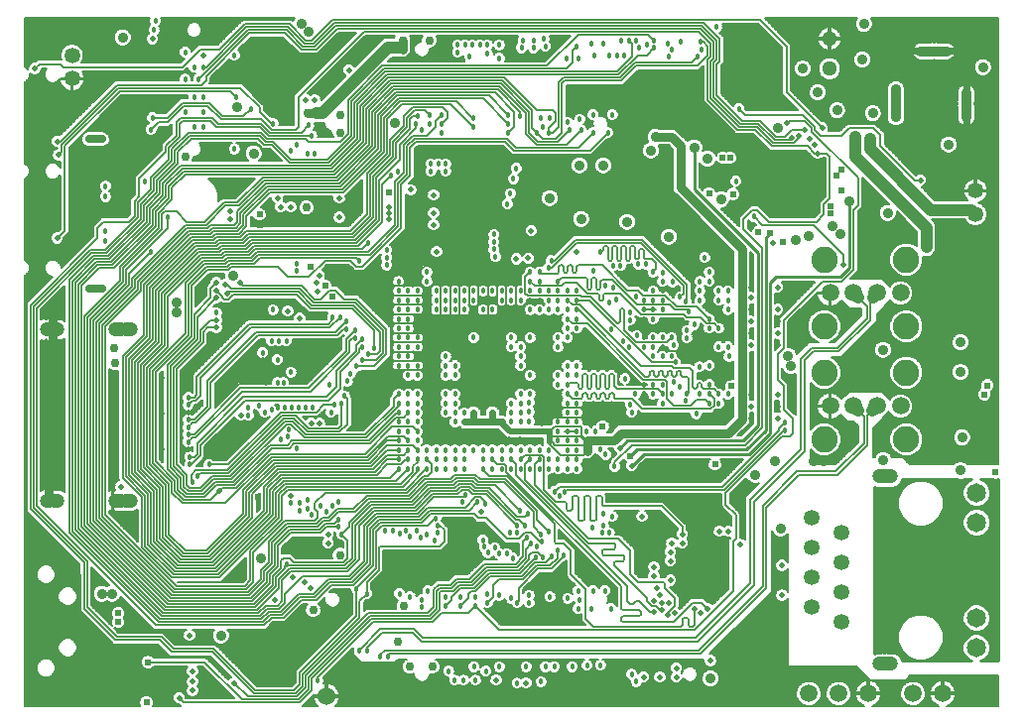
<source format=gbr>
G75*
G70*
%OFA0B0*%
%FSLAX24Y24*%
%IPPOS*%
%LPD*%
%AMOC8*
5,1,8,0,0,1.08239X$1,22.5*
%
%ADD10C,0.0356*%
%ADD11C,0.0600*%
%ADD12C,0.0531*%
%ADD13C,0.0510*%
%ADD14C,0.0709*%
%ADD15C,0.0238*%
%ADD16C,0.0650*%
%ADD17C,0.0472*%
%ADD18C,0.0277*%
%ADD19C,0.0591*%
%ADD20C,0.0886*%
%ADD21C,0.0768*%
%ADD22C,0.1699*%
%ADD23C,0.0180*%
%ADD24C,0.0237*%
%ADD25C,0.0354*%
%ADD26C,0.0198*%
%ADD27C,0.0295*%
%ADD28C,0.0050*%
%ADD29C,0.0400*%
%ADD30C,0.0100*%
%ADD31C,0.0200*%
%ADD32C,0.0300*%
%ADD33C,0.0240*%
%ADD34C,0.0080*%
%ADD35C,0.0160*%
%ADD36C,0.0140*%
%ADD37C,0.0060*%
D10*
X014030Y010866D03*
X013753Y011475D03*
X014030Y012084D03*
X014639Y012361D03*
X015248Y012084D03*
X015524Y011475D03*
X015248Y010866D03*
X014639Y010590D03*
X029839Y011475D03*
X030116Y010866D03*
X030725Y010590D03*
X031334Y010866D03*
X031611Y011475D03*
X031334Y012084D03*
X030725Y012361D03*
X030116Y012084D03*
X035581Y029539D03*
X035581Y029657D03*
X035581Y029775D03*
X035581Y029893D03*
X035581Y030012D03*
X035581Y030130D03*
X035581Y030248D03*
X035581Y030366D03*
X035581Y030484D03*
X036428Y031764D03*
X036507Y031764D03*
X036625Y031764D03*
X036743Y031764D03*
X036861Y031764D03*
X036979Y031764D03*
X037097Y031764D03*
X037215Y031764D03*
X037294Y031764D03*
X037944Y030366D03*
X037944Y030248D03*
X037944Y030130D03*
X037944Y030012D03*
X037944Y029893D03*
X037944Y029775D03*
X037944Y029657D03*
X037944Y029539D03*
X031611Y031160D03*
X031334Y031769D03*
X030725Y032046D03*
X030116Y031769D03*
X029839Y031160D03*
X030116Y030551D03*
X030725Y030275D03*
X031334Y030551D03*
X015524Y031160D03*
X015248Y031769D03*
X014639Y032046D03*
X014030Y031769D03*
X013753Y031160D03*
X014030Y030551D03*
X014639Y030275D03*
X015248Y030551D03*
D11*
X016454Y010082D03*
D12*
X032767Y013078D03*
X032767Y014078D03*
X033767Y014578D03*
X033767Y015578D03*
X032767Y016078D03*
X032767Y015078D03*
X033767Y013578D03*
X033767Y012578D03*
X038254Y026288D03*
X038254Y027075D03*
X007904Y030838D03*
X007904Y031625D03*
D13*
X033354Y031182D03*
X033354Y032182D03*
D14*
X031804Y027282D03*
D15*
X031548Y027675D03*
X031411Y027538D03*
X031174Y027538D03*
X031174Y027026D03*
X031411Y027026D03*
X031548Y026888D03*
X031548Y026652D03*
X032060Y026652D03*
X032060Y026888D03*
X032198Y027026D03*
X032434Y027026D03*
X032434Y027538D03*
X032198Y027538D03*
X032060Y027675D03*
X032060Y027912D03*
X031548Y027912D03*
D16*
X038274Y016934D03*
X038274Y015934D03*
X038274Y012729D03*
X038274Y011729D03*
D17*
X035420Y011182D03*
X035341Y011182D03*
X035263Y011182D03*
X035184Y011182D03*
X035105Y011182D03*
X035026Y011182D03*
X035026Y017481D03*
X035105Y017481D03*
X035184Y017481D03*
X035263Y017481D03*
X035341Y017481D03*
X035420Y017481D03*
X009891Y016658D03*
X009773Y016658D03*
X009714Y016658D03*
X009556Y016658D03*
X009438Y016658D03*
X009340Y016658D03*
X007430Y016667D03*
X007312Y016658D03*
X007155Y016658D03*
X007037Y016658D03*
X007037Y022406D03*
X007155Y022406D03*
X007312Y022406D03*
X007430Y022406D03*
X009340Y022406D03*
X009438Y022406D03*
X009556Y022406D03*
X009714Y022406D03*
X009773Y022406D03*
X009891Y022406D03*
D18*
X008912Y023795D03*
X008833Y023795D03*
X008744Y023795D03*
X008646Y023795D03*
X008557Y023795D03*
X008479Y023795D03*
X008479Y028811D03*
X008557Y028811D03*
X008646Y028811D03*
X008744Y028811D03*
X008833Y028811D03*
X008912Y028811D03*
X028871Y014479D03*
X029107Y014715D03*
X029501Y014715D03*
X029737Y014479D03*
X029737Y014085D03*
X029501Y013849D03*
X029107Y013849D03*
X028871Y014085D03*
D19*
X032654Y010182D03*
X033654Y010182D03*
X034654Y010182D03*
X036154Y010182D03*
X037154Y010182D03*
X035735Y019840D03*
X034947Y019840D03*
X034160Y019840D03*
X033372Y019840D03*
X033372Y023640D03*
X034160Y023640D03*
X034947Y023640D03*
X035735Y023640D03*
D20*
X035931Y024762D03*
X035931Y022518D03*
X035931Y020962D03*
X035931Y018718D03*
X033176Y018718D03*
X033176Y020962D03*
X033176Y022518D03*
X033176Y024762D03*
D21*
X029304Y014282D03*
D22*
X030725Y011475D03*
X014639Y011475D03*
X014639Y031160D03*
X030725Y031160D03*
D23*
X030304Y029832D03*
X028904Y031582D03*
X029054Y031832D03*
X029004Y032082D03*
X028354Y032082D03*
X028054Y031832D03*
X027904Y032032D03*
X027954Y031582D03*
X027454Y031882D03*
X027454Y032132D03*
X027204Y031982D03*
X026954Y031882D03*
X026854Y032132D03*
X026604Y032132D03*
X026354Y032132D03*
X026454Y031632D03*
X026204Y031632D03*
X025954Y031632D03*
X025754Y032032D03*
X025354Y032032D03*
X025454Y031632D03*
X024904Y031532D03*
X024504Y031532D03*
X024854Y031932D03*
X023804Y031932D03*
X023754Y032182D03*
X023404Y032132D03*
X023404Y031882D03*
X023004Y031882D03*
X023054Y032132D03*
X022254Y031982D03*
X021854Y031982D03*
X021604Y031982D03*
X021354Y031982D03*
X021104Y031982D03*
X020854Y031982D03*
X020854Y031732D03*
X021254Y031582D03*
X021854Y031682D03*
X022254Y031532D03*
X022554Y029632D03*
X022554Y029332D03*
X022554Y029032D03*
X022954Y029582D03*
X023504Y029032D03*
X023704Y029232D03*
X023904Y029032D03*
X023954Y029532D03*
X023654Y029532D03*
X024554Y029382D03*
X024604Y029132D03*
X025004Y029132D03*
X024954Y029482D03*
X025404Y029632D03*
X025404Y029032D03*
X025904Y029032D03*
X026054Y029632D03*
X022829Y027832D03*
X022729Y027482D03*
X022629Y026982D03*
X022529Y026632D03*
X022079Y025607D03*
X022079Y025357D03*
X022079Y025107D03*
X022129Y024857D03*
X022028Y023713D03*
X021713Y023713D03*
X021398Y023713D03*
X021083Y023713D03*
X020769Y023713D03*
X020769Y023398D03*
X021083Y023398D03*
X021083Y023083D03*
X020769Y023083D03*
X020454Y023083D03*
X020454Y023398D03*
X020454Y023713D03*
X020139Y023713D03*
X020139Y023398D03*
X020139Y023083D03*
X019824Y023083D03*
X019824Y023398D03*
X019824Y023713D03*
X019824Y024028D03*
X019824Y024343D03*
X019509Y023713D03*
X019509Y023398D03*
X019509Y023083D03*
X019509Y022768D03*
X019509Y022453D03*
X019509Y022138D03*
X019509Y021823D03*
X019194Y021823D03*
X019194Y021508D03*
X019194Y021193D03*
X019509Y021193D03*
X019509Y020878D03*
X019509Y020563D03*
X019509Y020248D03*
X019509Y019933D03*
X019509Y019618D03*
X019509Y019303D03*
X019509Y018988D03*
X019509Y018673D03*
X019509Y018358D03*
X019509Y018043D03*
X019509Y017729D03*
X019824Y017729D03*
X019824Y018043D03*
X020139Y018043D03*
X020139Y017729D03*
X020454Y017729D03*
X020454Y018043D03*
X020769Y018043D03*
X021083Y018043D03*
X021083Y017729D03*
X020769Y017729D03*
X020769Y018358D03*
X021083Y018358D03*
X021398Y018358D03*
X021713Y018358D03*
X021713Y018043D03*
X021713Y017729D03*
X022028Y017729D03*
X022028Y018043D03*
X022343Y018043D03*
X022343Y017729D03*
X022658Y017729D03*
X022658Y018043D03*
X022973Y018043D03*
X022973Y017729D03*
X023288Y017729D03*
X023288Y018043D03*
X023603Y018043D03*
X023603Y017729D03*
X023918Y017729D03*
X023918Y018043D03*
X024233Y018043D03*
X024233Y017728D03*
X024548Y017729D03*
X024548Y018043D03*
X024863Y018043D03*
X024863Y017729D03*
X024863Y018358D03*
X024548Y018358D03*
X024548Y018673D03*
X024233Y018673D03*
X024233Y018988D03*
X024548Y018988D03*
X024863Y018988D03*
X024863Y018673D03*
X025178Y018988D03*
X025493Y018988D03*
X025654Y018382D03*
X025829Y018207D03*
X026129Y017807D03*
X024863Y019303D03*
X024548Y019303D03*
X024233Y019303D03*
X024548Y019618D03*
X024863Y019618D03*
X024863Y019933D03*
X024548Y019933D03*
X024548Y020248D03*
X024233Y020248D03*
X024233Y020563D03*
X024548Y020563D03*
X024548Y020878D03*
X024233Y020878D03*
X024233Y021193D03*
X024233Y021508D03*
X024233Y021823D03*
X024233Y022138D03*
X024233Y022453D03*
X024233Y022768D03*
X024233Y023083D03*
X024233Y023398D03*
X024233Y023713D03*
X024233Y024028D03*
X023918Y023713D03*
X023603Y023713D03*
X023603Y024028D03*
X023603Y024343D03*
X023288Y024343D03*
X023288Y024028D03*
X023288Y023713D03*
X022973Y023713D03*
X022658Y023713D03*
X022343Y023713D03*
X022343Y023398D03*
X022343Y023083D03*
X022028Y023083D03*
X021713Y023083D03*
X021398Y023083D03*
X021398Y023398D03*
X022658Y023398D03*
X022658Y023083D03*
X022973Y023083D03*
X022973Y023398D03*
X023288Y023398D03*
X023288Y023083D03*
X023603Y023083D03*
X023603Y023398D03*
X023918Y023398D03*
X023918Y023083D03*
X024548Y023083D03*
X024548Y023398D03*
X024548Y023713D03*
X024863Y023713D03*
X024863Y023398D03*
X024863Y023083D03*
X024863Y022768D03*
X024548Y022768D03*
X024548Y022453D03*
X024863Y022453D03*
X024548Y022138D03*
X024548Y021193D03*
X024863Y021193D03*
X024863Y020878D03*
X024863Y020248D03*
X023784Y019982D03*
X023259Y019963D03*
X023288Y020248D03*
X022973Y020248D03*
X022658Y020248D03*
X022343Y020248D03*
X022028Y020248D03*
X022028Y019933D03*
X022028Y019618D03*
X022028Y019303D03*
X022343Y019303D03*
X022658Y019303D03*
X022973Y019303D03*
X023259Y019333D03*
X023259Y019648D03*
X022973Y019618D03*
X022658Y019618D03*
X022343Y019618D03*
X022343Y019933D03*
X022658Y019933D03*
X022973Y019933D03*
X022973Y020878D03*
X022658Y020878D03*
X022343Y020878D03*
X022028Y020878D03*
X022028Y021193D03*
X022028Y021508D03*
X022028Y021823D03*
X022028Y022138D03*
X022343Y022138D03*
X022343Y021823D03*
X022343Y021508D03*
X022343Y021193D03*
X022658Y021193D03*
X022658Y021508D03*
X022658Y021823D03*
X022658Y022138D03*
X022973Y022138D03*
X022973Y021823D03*
X022973Y021508D03*
X022973Y021193D03*
X023288Y020878D03*
X023288Y022138D03*
X021398Y022138D03*
X021398Y021823D03*
X021398Y021508D03*
X021083Y021508D03*
X020769Y021508D03*
X020769Y021193D03*
X021083Y021193D03*
X021083Y020878D03*
X020769Y020878D03*
X020454Y020878D03*
X020454Y021193D03*
X020454Y021508D03*
X020454Y021823D03*
X020454Y022138D03*
X019924Y021022D03*
X019194Y020878D03*
X018879Y021193D03*
X018879Y021508D03*
X018879Y021823D03*
X018879Y022138D03*
X019194Y022138D03*
X019194Y022453D03*
X019194Y022768D03*
X019194Y023083D03*
X019194Y023398D03*
X019194Y023713D03*
X018879Y023713D03*
X018879Y024028D03*
X018879Y023398D03*
X018879Y023083D03*
X018879Y022768D03*
X018879Y022453D03*
X018054Y021782D03*
X017854Y021582D03*
X017654Y021382D03*
X017454Y021182D03*
X017254Y020932D03*
X017154Y020682D03*
X017054Y020182D03*
X016954Y019932D03*
X016704Y019882D03*
X016604Y019632D03*
X015984Y019802D03*
X015754Y019802D03*
X015524Y019802D03*
X015294Y019802D03*
X015064Y019802D03*
X014834Y019802D03*
X014604Y019707D03*
X014379Y019632D03*
X014189Y019857D03*
X013829Y019782D03*
X013829Y019532D03*
X014904Y018712D03*
X015154Y018832D03*
X015174Y019062D03*
X015454Y018412D03*
X015804Y016682D03*
X015554Y016582D03*
X015554Y016332D03*
X015804Y016382D03*
X015954Y016182D03*
X016254Y016482D03*
X016454Y016282D03*
X016654Y016482D03*
X016854Y016632D03*
X016854Y016032D03*
X016854Y015782D03*
X016954Y015532D03*
X018429Y015657D03*
X018679Y015657D03*
X018904Y015557D03*
X019129Y015657D03*
X019254Y015457D03*
X019479Y015657D03*
X019604Y015432D03*
X019829Y015532D03*
X020079Y015332D03*
X020179Y015582D03*
X020179Y015832D03*
X020129Y016057D03*
X021029Y016607D03*
X021129Y016857D03*
X021529Y016607D03*
X021779Y016557D03*
X022954Y016332D03*
X023204Y016232D03*
X023129Y015832D03*
X022854Y015832D03*
X022854Y015582D03*
X022604Y015582D03*
X022104Y015082D03*
X022254Y014882D03*
X022504Y014882D03*
X022704Y014732D03*
X023479Y014757D03*
X023729Y014757D03*
X024004Y014782D03*
X024204Y014982D03*
X024404Y014832D03*
X023679Y015282D03*
X023529Y015107D03*
X023329Y015232D03*
X023179Y015407D03*
X023654Y015532D03*
X023904Y015632D03*
X024279Y016807D03*
X024104Y016957D03*
X024454Y016957D03*
X025754Y016232D03*
X026054Y016132D03*
X025754Y015832D03*
X025704Y015582D03*
X025954Y015582D03*
X025379Y015757D03*
X025404Y013632D03*
X025804Y013632D03*
X026004Y013032D03*
X025354Y013032D03*
X024904Y013032D03*
X024954Y013332D03*
X024904Y013632D03*
X024554Y013382D03*
X023954Y013432D03*
X023254Y013482D03*
X023254Y013232D03*
X022854Y013232D03*
X022654Y013382D03*
X022254Y013482D03*
X021854Y013532D03*
X021854Y013232D03*
X021454Y013132D03*
X021454Y013432D03*
X020954Y013432D03*
X020954Y013132D03*
X020454Y013132D03*
X020454Y013432D03*
X019854Y013632D03*
X019654Y013332D03*
X019654Y013082D03*
X019254Y013432D03*
X018904Y013532D03*
X017804Y013532D03*
X017454Y013682D03*
X015104Y014532D03*
X015254Y016582D03*
X012504Y017882D03*
X012104Y017482D03*
X011954Y017282D03*
X011854Y017882D03*
X011854Y018132D03*
X011804Y018632D03*
X011804Y018882D03*
X011804Y019132D03*
X011804Y019382D03*
X011804Y019882D03*
X011804Y020132D03*
X014404Y020632D03*
X014404Y021012D03*
X014304Y021402D03*
X014304Y021632D03*
X014554Y021632D03*
X014804Y021402D03*
X014904Y021632D03*
X015254Y021632D03*
X015254Y021282D03*
X015254Y020982D03*
X015004Y020632D03*
X014804Y020632D03*
X014854Y022032D03*
X014604Y022032D03*
X015104Y022032D03*
X014654Y023082D03*
X015454Y024382D03*
X015454Y024632D03*
X017554Y024732D03*
X017854Y025332D03*
X018479Y025082D03*
X018479Y024832D03*
X018479Y024582D03*
X017104Y022682D03*
X016904Y022832D03*
X016654Y022832D03*
X017104Y022432D03*
X017404Y022382D03*
X017404Y022132D03*
X017654Y022082D03*
X017654Y021832D03*
X016354Y021232D03*
X016554Y020542D03*
X018879Y020248D03*
X019194Y020248D03*
X019194Y019933D03*
X019194Y019618D03*
X019194Y019303D03*
X019194Y018988D03*
X019194Y018673D03*
X019194Y018358D03*
X019194Y018043D03*
X019194Y017729D03*
X018879Y017729D03*
X018879Y018043D03*
X018879Y018358D03*
X018879Y018673D03*
X018879Y018988D03*
X018879Y019303D03*
X018879Y019618D03*
X018879Y019933D03*
X019924Y019942D03*
X019924Y019562D03*
X020454Y019618D03*
X020769Y019618D03*
X021083Y019618D03*
X021083Y019303D03*
X020769Y019303D03*
X020454Y019303D03*
X020044Y018822D03*
X020139Y018358D03*
X020454Y018358D03*
X020734Y018732D03*
X021114Y018732D03*
X021398Y019303D03*
X021398Y019618D03*
X021398Y019933D03*
X021083Y019933D03*
X020769Y019933D03*
X020769Y020248D03*
X021083Y020248D03*
X021398Y020248D03*
X021398Y020878D03*
X021398Y021193D03*
X020454Y020248D03*
X020454Y019933D03*
X022204Y018742D03*
X022584Y018732D03*
X022964Y018732D03*
X022973Y018358D03*
X022658Y018358D03*
X022343Y018358D03*
X022028Y018358D03*
X023288Y018358D03*
X023603Y018358D03*
X023918Y018358D03*
X023674Y019252D03*
X026654Y019882D03*
X026704Y019632D03*
X026831Y020248D03*
X027107Y020248D03*
X027422Y020248D03*
X027737Y020248D03*
X027737Y019933D03*
X028052Y020248D03*
X028304Y020482D03*
X028131Y020642D03*
X027737Y020563D03*
X027422Y020563D03*
X027107Y020563D03*
X026479Y020757D03*
X027422Y021508D03*
X027422Y021823D03*
X027107Y021823D03*
X027107Y022138D03*
X026879Y022207D03*
X026604Y021832D03*
X026429Y022007D03*
X026029Y022407D03*
X026654Y022732D03*
X026654Y022982D03*
X027107Y023083D03*
X027107Y023398D03*
X026854Y023532D03*
X026929Y024082D03*
X027422Y024343D03*
X027748Y024332D03*
X027737Y024028D03*
X027737Y023713D03*
X027422Y023713D03*
X027422Y023398D03*
X027737Y023398D03*
X027737Y023083D03*
X027422Y023083D03*
X027422Y022768D03*
X027107Y022768D03*
X027422Y022138D03*
X027737Y022138D03*
X028052Y022138D03*
X028104Y021882D03*
X027737Y021823D03*
X027737Y021508D03*
X028052Y021508D03*
X028179Y021307D03*
X028979Y021157D03*
X029312Y021193D03*
X029312Y020563D03*
X029312Y020248D03*
X029312Y019933D03*
X029627Y019933D03*
X029627Y019618D03*
X029942Y019933D03*
X029942Y020248D03*
X029627Y020248D03*
X030004Y020782D03*
X029981Y021508D03*
X029942Y021823D03*
X029942Y022138D03*
X029942Y022453D03*
X029627Y022453D03*
X029627Y022768D03*
X029627Y023083D03*
X029942Y023083D03*
X029942Y023398D03*
X029942Y023713D03*
X029942Y024028D03*
X029627Y024343D03*
X029312Y024343D03*
X029312Y024028D03*
X028997Y024028D03*
X028997Y023713D03*
X028997Y023398D03*
X028529Y023357D03*
X028329Y023507D03*
X028079Y024017D03*
X027179Y024607D03*
X026929Y024607D03*
X026329Y024557D03*
X026079Y024557D03*
X025654Y025007D03*
X025409Y024387D03*
X025829Y023882D03*
X026079Y023807D03*
X026179Y023407D03*
X025954Y023332D03*
X023904Y024482D03*
X024004Y024732D03*
X020454Y027732D03*
X020454Y027982D03*
X020204Y027982D03*
X019954Y027982D03*
X019954Y027732D03*
X018854Y027732D03*
X018604Y027582D03*
X019654Y029132D03*
X019454Y029332D03*
X019504Y029582D03*
X019904Y029632D03*
X019904Y029332D03*
X020304Y029332D03*
X020304Y029632D03*
X020304Y029032D03*
X021384Y029232D03*
X021384Y029532D03*
X015954Y028932D03*
X015854Y029282D03*
X015454Y028632D03*
X015254Y028432D03*
X015804Y028332D03*
X016054Y028332D03*
X014654Y029332D03*
X013904Y029832D03*
X013404Y030232D03*
X012304Y030232D03*
X012004Y030232D03*
X012154Y030832D03*
X012004Y031232D03*
X012304Y031232D03*
X011704Y030832D03*
X011704Y031732D03*
X010654Y032482D03*
X010704Y032782D03*
X013354Y031632D03*
X012304Y029732D03*
X012304Y029232D03*
X012004Y029232D03*
X011704Y029732D03*
X010604Y029532D03*
X010554Y029132D03*
X010354Y027382D03*
X009029Y027232D03*
X009029Y026882D03*
X009029Y025732D03*
X009029Y025382D03*
X010554Y025032D03*
X011104Y026182D03*
X013354Y028482D03*
X012754Y022982D03*
X019824Y018358D03*
X021704Y015332D03*
X021754Y015107D03*
X021879Y014907D03*
X018504Y011432D03*
X018254Y011432D03*
X017804Y011632D03*
X017554Y011632D03*
X016154Y010632D03*
X020554Y010932D03*
X020754Y010632D03*
X021054Y010632D03*
X021454Y010632D03*
X021404Y011082D03*
X021804Y010932D03*
X022254Y011082D03*
X022854Y010532D03*
X023154Y011082D03*
X023804Y011082D03*
X024104Y011082D03*
X024704Y011082D03*
X025204Y011132D03*
X025654Y011132D03*
X026704Y010832D03*
X026854Y010582D03*
X028654Y011182D03*
X023654Y010582D03*
X031854Y019032D03*
X031854Y019282D03*
X028879Y019579D03*
X028524Y020012D03*
X028564Y020248D03*
X028997Y020248D03*
X027393Y019333D03*
X029312Y021823D03*
X029627Y021823D03*
X029627Y022138D03*
X029312Y022453D03*
X029312Y022768D03*
X028804Y022582D03*
X028554Y022382D03*
X028554Y022132D03*
X028629Y023007D03*
X029627Y023398D03*
X029627Y023713D03*
X030054Y024832D03*
X029154Y024832D03*
X030804Y026212D03*
X030204Y027392D03*
X029554Y032582D03*
D24*
X029764Y028182D03*
X030004Y028182D03*
X030104Y026962D03*
X029304Y026982D03*
X030704Y025882D03*
X030954Y025682D03*
X031364Y025662D03*
X031784Y025342D03*
X033384Y026312D03*
X033384Y026552D03*
X033754Y027082D03*
X033584Y027602D03*
X033754Y027772D03*
X035504Y023082D03*
X038654Y020532D03*
X038554Y020232D03*
X035504Y019282D03*
X038904Y017632D03*
X031854Y020832D03*
X030054Y020507D03*
X029504Y017882D03*
X027504Y017732D03*
X026654Y018157D03*
X025729Y019157D03*
X019854Y025182D03*
X019304Y026132D03*
X019304Y026532D03*
X018554Y027032D03*
X015704Y026182D03*
X014204Y026282D03*
X014204Y025932D03*
X015904Y024532D03*
X016404Y023882D03*
X016654Y023532D03*
X014154Y016782D03*
X009454Y012882D03*
X009454Y012582D03*
X010454Y011232D03*
X010404Y009882D03*
X008904Y009882D03*
D25*
X009404Y011682D03*
X010704Y011682D03*
X009254Y013532D03*
X008904Y013532D03*
X012904Y012132D03*
X013604Y014082D03*
X013604Y014432D03*
X014254Y014732D03*
X016254Y014882D03*
X021329Y015782D03*
X028654Y017932D03*
X030154Y016682D03*
X030854Y017532D03*
X031504Y017982D03*
X032804Y017982D03*
X033154Y017982D03*
X035154Y018032D03*
X036654Y019282D03*
X037804Y018782D03*
X038254Y018132D03*
X037754Y017682D03*
X037154Y015782D03*
X036404Y015032D03*
X035654Y015782D03*
X035654Y014282D03*
X036404Y013532D03*
X037154Y014282D03*
X037904Y015032D03*
X038654Y015282D03*
X038654Y014282D03*
X038654Y013282D03*
X037904Y013532D03*
X037154Y012782D03*
X035654Y012782D03*
X031704Y015732D03*
X032054Y021182D03*
X031954Y021532D03*
X032354Y023882D03*
X032224Y025432D03*
X032654Y025557D03*
X033454Y025882D03*
X033704Y025632D03*
X034004Y026732D03*
X035304Y026332D03*
X035204Y025132D03*
X036604Y025182D03*
X038004Y023482D03*
X036654Y022532D03*
X037754Y021982D03*
X038254Y021132D03*
X037754Y020982D03*
X038004Y020282D03*
X035054Y021082D03*
X035154Y021732D03*
X029704Y026782D03*
X028904Y026032D03*
X027954Y025532D03*
X027154Y026082D03*
X026554Y026032D03*
X026154Y027232D03*
X025754Y027932D03*
X024954Y027932D03*
X023954Y026832D03*
X024104Y026282D03*
X023754Y026282D03*
X025004Y026132D03*
X027354Y028432D03*
X027504Y028882D03*
X027904Y028432D03*
X028804Y028532D03*
X029254Y028157D03*
X031629Y029182D03*
X032954Y030382D03*
X032954Y030832D03*
X032454Y031182D03*
X033604Y029782D03*
X033704Y029332D03*
X034204Y028882D03*
X034704Y028832D03*
X034804Y029682D03*
X035904Y028882D03*
X037354Y028632D03*
X038504Y031232D03*
X034504Y032682D03*
X034454Y031482D03*
X026654Y029932D03*
X018754Y029357D03*
X016754Y030832D03*
X016254Y029132D03*
X014654Y029682D03*
X013454Y029882D03*
X014004Y028332D03*
X013454Y027282D03*
X013304Y024222D03*
X013704Y023282D03*
X011404Y023332D03*
X011404Y022982D03*
X008704Y026303D03*
X006604Y024732D03*
X009604Y032232D03*
X015604Y032682D03*
X015854Y032432D03*
X029354Y010682D03*
D26*
X029354Y011282D03*
X028204Y011032D03*
X028204Y010732D03*
X027654Y010732D03*
X027104Y010732D03*
X025104Y010732D03*
X023154Y010532D03*
X022154Y010632D03*
X022354Y013132D03*
X024904Y014832D03*
X027054Y016132D03*
X028054Y015232D03*
X028004Y014932D03*
X028004Y014632D03*
X027454Y014832D03*
X027454Y014432D03*
X027454Y014132D03*
X027554Y013732D03*
X027654Y013482D03*
X027704Y013232D03*
X027954Y013232D03*
X027704Y012982D03*
X027904Y012832D03*
X028154Y012882D03*
X028804Y013032D03*
X029004Y012882D03*
X029254Y013032D03*
X028004Y013982D03*
X027454Y013282D03*
X027454Y012932D03*
X028404Y015232D03*
X028404Y015532D03*
X029654Y015632D03*
X029954Y015632D03*
X030354Y015182D03*
X031754Y014482D03*
X031754Y013482D03*
X031304Y009882D03*
X026704Y017832D03*
X026304Y018432D03*
X026004Y019032D03*
X030704Y019432D03*
X030704Y019832D03*
X030704Y020232D03*
X031604Y020232D03*
X031604Y019832D03*
X031604Y019432D03*
X031604Y021882D03*
X031604Y022282D03*
X031604Y022682D03*
X031604Y023082D03*
X031604Y023482D03*
X031604Y023832D03*
X030704Y023832D03*
X030704Y023482D03*
X030704Y023082D03*
X030704Y022682D03*
X030704Y022282D03*
X030704Y021882D03*
X033804Y024582D03*
X031454Y025332D03*
X032954Y028332D03*
X032854Y028632D03*
X032679Y028832D03*
X032529Y029107D03*
X032329Y028907D03*
X032079Y028857D03*
X031929Y029357D03*
X033104Y029182D03*
X036404Y027432D03*
X037554Y025882D03*
X024854Y025032D03*
X023229Y024807D03*
X022829Y024782D03*
X023329Y025732D03*
X020154Y025032D03*
X020054Y025932D03*
X020054Y026332D03*
X020054Y026932D03*
X019279Y027107D03*
X018554Y026532D03*
X018554Y026332D03*
X018554Y026132D03*
X016879Y026182D03*
X016879Y026832D03*
X015254Y026532D03*
X014904Y026532D03*
X014804Y026832D03*
X013204Y026382D03*
X013204Y026132D03*
X012454Y024132D03*
X012754Y023982D03*
X012754Y023732D03*
X012754Y023482D03*
X013104Y023632D03*
X013054Y023932D03*
X013554Y023982D03*
X012754Y022732D03*
X012754Y022482D03*
X011804Y020782D03*
X010904Y020782D03*
X010904Y019582D03*
X011804Y019632D03*
X013104Y018832D03*
X013579Y019532D03*
X011804Y018382D03*
X010904Y018382D03*
X009554Y017132D03*
X009354Y017957D03*
X009354Y018547D03*
X009354Y019138D03*
X009354Y019729D03*
X009354Y020910D03*
X012854Y016982D03*
X015254Y016832D03*
X016504Y015532D03*
X016504Y015232D03*
X015704Y013932D03*
X015904Y013732D03*
X015304Y014082D03*
X014704Y013332D03*
X011854Y012132D03*
X011954Y010932D03*
X011954Y010582D03*
X011954Y010282D03*
X011504Y010032D03*
X013354Y010532D03*
X021654Y016282D03*
X016477Y019353D03*
X016213Y019253D03*
X015940Y019253D03*
X015554Y022782D03*
X015154Y023032D03*
X015404Y023332D03*
X016154Y023682D03*
X016104Y023982D03*
X016204Y024232D03*
X016054Y030132D03*
X015754Y030132D03*
X017204Y031132D03*
X012304Y031632D03*
X010604Y032182D03*
X006954Y032682D03*
X006654Y031182D03*
X007404Y028732D03*
X007454Y028282D03*
X007404Y025482D03*
D27*
X009304Y021782D03*
X009354Y021282D03*
X015779Y026507D03*
X016904Y029032D03*
X016904Y029632D03*
X016104Y029682D03*
X015804Y029682D03*
X012304Y028232D03*
X011704Y028232D03*
X019004Y031832D03*
X019004Y032132D03*
X019354Y031532D03*
X019904Y031532D03*
X019904Y032132D03*
X016904Y014832D03*
X016004Y012982D03*
X018854Y011932D03*
X019254Y011082D03*
X019254Y010582D03*
X020004Y010582D03*
X020004Y011082D03*
X019054Y013132D03*
D28*
X006329Y009757D02*
X006329Y024228D01*
X006364Y024242D01*
X006444Y024322D01*
X006487Y024425D01*
X006487Y024538D01*
X006444Y024642D01*
X006364Y024721D01*
X006329Y024736D01*
X006329Y027478D01*
X006364Y027492D01*
X006444Y027572D01*
X006487Y027675D01*
X006487Y027788D01*
X006444Y027892D01*
X006364Y027971D01*
X006329Y027986D01*
X006329Y030728D01*
X006364Y030742D01*
X006444Y030822D01*
X006487Y030925D01*
X006487Y031032D01*
X006527Y030992D01*
X006610Y030958D01*
X006699Y030958D01*
X006781Y030992D01*
X006844Y031055D01*
X006878Y031137D01*
X006878Y031182D01*
X007055Y031182D01*
X007015Y031142D01*
X006972Y031038D01*
X006972Y030925D01*
X007015Y030822D01*
X007094Y030742D01*
X007198Y030699D01*
X007311Y030699D01*
X007414Y030742D01*
X007494Y030822D01*
X007511Y030863D01*
X007879Y030863D01*
X007879Y030813D01*
X007494Y030813D01*
X007494Y030756D01*
X007556Y030605D01*
X007672Y030490D01*
X007823Y030427D01*
X007879Y030427D01*
X007879Y030813D01*
X007929Y030813D01*
X007929Y030427D01*
X007986Y030427D01*
X008137Y030490D01*
X008253Y030605D01*
X008315Y030756D01*
X008315Y030813D01*
X007929Y030813D01*
X007929Y030863D01*
X008315Y030863D01*
X008315Y030920D01*
X008253Y031071D01*
X008241Y031082D01*
X011542Y031082D01*
X011666Y031082D01*
X011789Y031205D01*
X011789Y031189D01*
X011822Y031110D01*
X011883Y031049D01*
X011962Y031017D01*
X012039Y031017D01*
X012033Y031014D01*
X011972Y030953D01*
X011939Y030874D01*
X011939Y030789D01*
X011942Y030782D01*
X011916Y030782D01*
X011919Y030789D01*
X011919Y030874D01*
X011887Y030953D01*
X011826Y031014D01*
X011747Y031047D01*
X011662Y031047D01*
X011583Y031014D01*
X011522Y030953D01*
X011489Y030874D01*
X011489Y030789D01*
X011492Y030782D01*
X009466Y030782D01*
X009342Y030782D01*
X007497Y028936D01*
X007449Y028956D01*
X007360Y028956D01*
X007277Y028922D01*
X007214Y028859D01*
X007180Y028776D01*
X007180Y028687D01*
X007214Y028605D01*
X007277Y028542D01*
X007360Y028508D01*
X007404Y028508D01*
X007404Y028503D01*
X007327Y028472D01*
X007264Y028409D01*
X007230Y028326D01*
X007230Y028237D01*
X007264Y028155D01*
X007327Y028092D01*
X007410Y028058D01*
X007499Y028058D01*
X007504Y028060D01*
X007504Y027866D01*
X007494Y027892D01*
X007414Y027971D01*
X007311Y028014D01*
X007198Y028014D01*
X007094Y027971D01*
X007015Y027892D01*
X006972Y027788D01*
X006972Y027675D01*
X007015Y027572D01*
X007094Y027492D01*
X007198Y027449D01*
X007311Y027449D01*
X007414Y027492D01*
X007494Y027572D01*
X007504Y027597D01*
X007504Y025794D01*
X007416Y025706D01*
X007360Y025706D01*
X007277Y025672D01*
X007214Y025609D01*
X007180Y025526D01*
X007180Y025437D01*
X007214Y025355D01*
X007277Y025292D01*
X007360Y025258D01*
X007449Y025258D01*
X007531Y025292D01*
X007594Y025355D01*
X007628Y025437D01*
X007628Y025494D01*
X007716Y025582D01*
X007804Y025670D01*
X007804Y028520D01*
X009566Y030282D01*
X011792Y030282D01*
X011789Y030274D01*
X011789Y030189D01*
X011792Y030182D01*
X011666Y030182D01*
X011542Y030182D01*
X011042Y029682D01*
X010758Y029682D01*
X010726Y029714D01*
X010647Y029747D01*
X010562Y029747D01*
X010483Y029714D01*
X010422Y029653D01*
X010389Y029574D01*
X010389Y029489D01*
X010422Y029410D01*
X010483Y029349D01*
X010500Y029342D01*
X010433Y029314D01*
X010372Y029253D01*
X010339Y029174D01*
X010339Y029089D01*
X010372Y029010D01*
X010433Y028949D01*
X010512Y028917D01*
X010597Y028917D01*
X010676Y028949D01*
X010737Y029010D01*
X010769Y029089D01*
X010769Y029135D01*
X010866Y029232D01*
X011042Y029232D01*
X011166Y029232D01*
X011254Y029320D01*
X011254Y029320D01*
X011254Y028994D01*
X010904Y028644D01*
X010904Y028520D01*
X010904Y028444D01*
X010004Y027544D01*
X010004Y027420D01*
X010004Y026944D01*
X009854Y026794D01*
X009854Y026670D01*
X009854Y026294D01*
X009742Y026182D01*
X008892Y026182D01*
X008804Y026094D01*
X008604Y025894D01*
X008604Y025770D01*
X008604Y025544D01*
X007537Y024476D01*
X007537Y024538D01*
X007494Y024642D01*
X007414Y024721D01*
X007311Y024764D01*
X007198Y024764D01*
X007094Y024721D01*
X007015Y024642D01*
X006972Y024538D01*
X006972Y024425D01*
X006486Y024425D01*
X006487Y024473D02*
X006972Y024473D01*
X006972Y024425D02*
X007015Y024322D01*
X007094Y024242D01*
X007198Y024199D01*
X007260Y024199D01*
X006354Y023294D01*
X006354Y023170D01*
X006354Y016320D01*
X006442Y016232D01*
X008154Y014520D01*
X008154Y013094D01*
X008154Y012970D01*
X009204Y011920D01*
X009292Y011832D01*
X010792Y011832D01*
X011192Y011432D01*
X011316Y011432D01*
X012542Y011432D01*
X013245Y010729D01*
X013227Y010722D01*
X013164Y010659D01*
X013157Y010641D01*
X012416Y011382D01*
X012292Y011382D01*
X010649Y011382D01*
X010592Y011438D01*
X010503Y011475D01*
X010406Y011475D01*
X010316Y011438D01*
X010248Y011370D01*
X010211Y011280D01*
X010211Y011183D01*
X010248Y011094D01*
X010316Y011025D01*
X010406Y010988D01*
X010503Y010988D01*
X010592Y011025D01*
X010649Y011082D01*
X011788Y011082D01*
X011764Y011059D01*
X011730Y010976D01*
X011730Y010887D01*
X011764Y010805D01*
X011812Y010757D01*
X011764Y010709D01*
X011730Y010626D01*
X011730Y010537D01*
X011764Y010455D01*
X011787Y010432D01*
X011764Y010409D01*
X011730Y010326D01*
X011730Y010237D01*
X011764Y010155D01*
X011827Y010092D01*
X011910Y010058D01*
X011999Y010058D01*
X012081Y010092D01*
X012144Y010155D01*
X012178Y010237D01*
X012178Y010326D01*
X012144Y010409D01*
X012121Y010432D01*
X012144Y010455D01*
X012178Y010537D01*
X012178Y010626D01*
X012144Y010709D01*
X012096Y010757D01*
X012144Y010805D01*
X012178Y010887D01*
X012178Y010976D01*
X012144Y011059D01*
X012121Y011082D01*
X012292Y011082D01*
X013342Y010032D01*
X011728Y010032D01*
X011728Y010076D01*
X011694Y010159D01*
X011631Y010222D01*
X011549Y010256D01*
X011460Y010256D01*
X011377Y010222D01*
X011314Y010159D01*
X011280Y010076D01*
X011280Y009987D01*
X011314Y009905D01*
X011377Y009842D01*
X011460Y009808D01*
X011516Y009808D01*
X011567Y009757D01*
X010616Y009757D01*
X010648Y009833D01*
X010648Y009930D01*
X010611Y010020D01*
X010542Y010088D01*
X010453Y010125D01*
X010356Y010125D01*
X010266Y010088D01*
X010198Y010020D01*
X010161Y009930D01*
X010161Y009833D01*
X010192Y009757D01*
X006329Y009757D01*
X006329Y009765D02*
X010189Y009765D01*
X010169Y009813D02*
X006329Y009813D01*
X006329Y009862D02*
X010161Y009862D01*
X010161Y009910D02*
X006329Y009910D01*
X006329Y009959D02*
X010172Y009959D01*
X010193Y010007D02*
X006329Y010007D01*
X006329Y010056D02*
X010234Y010056D01*
X010305Y010104D02*
X006329Y010104D01*
X006329Y010153D02*
X011312Y010153D01*
X011292Y010104D02*
X010504Y010104D01*
X010575Y010056D02*
X011280Y010056D01*
X011280Y010007D02*
X010616Y010007D01*
X010636Y009959D02*
X011292Y009959D01*
X011312Y009910D02*
X010648Y009910D01*
X010648Y009862D02*
X011357Y009862D01*
X011446Y009813D02*
X010640Y009813D01*
X010620Y009765D02*
X011559Y009765D01*
X011654Y009882D02*
X015554Y009882D01*
X015954Y010282D01*
X015954Y010682D01*
X017954Y012682D01*
X019954Y012682D01*
X020254Y012982D01*
X020254Y013582D01*
X020304Y013632D01*
X020704Y013632D01*
X020904Y013832D01*
X021354Y013832D01*
X021854Y014332D01*
X022904Y014332D01*
X023254Y014682D01*
X023254Y014832D01*
X023354Y014932D01*
X023554Y014932D01*
X023729Y014757D01*
X023804Y014582D02*
X024004Y014782D01*
X024204Y014732D02*
X023954Y014482D01*
X023504Y014482D01*
X023054Y014032D01*
X022254Y014032D01*
X022054Y013832D01*
X022054Y013432D01*
X021854Y013232D01*
X022069Y013235D02*
X022116Y013282D01*
X022134Y013299D01*
X022212Y013267D01*
X022297Y013267D01*
X022376Y013299D01*
X022437Y013360D01*
X022439Y013367D01*
X022439Y013339D01*
X022472Y013260D01*
X022533Y013199D01*
X022612Y013167D01*
X022649Y013167D01*
X022672Y013110D01*
X022733Y013049D01*
X022812Y013017D01*
X022897Y013017D01*
X022976Y013049D01*
X023037Y013110D01*
X023054Y013153D01*
X023072Y013110D01*
X023133Y013049D01*
X023212Y013017D01*
X023297Y013017D01*
X023376Y013049D01*
X023437Y013110D01*
X023469Y013189D01*
X023469Y013274D01*
X023437Y013353D01*
X023433Y013357D01*
X023437Y013360D01*
X023469Y013439D01*
X023469Y013524D01*
X023437Y013603D01*
X023376Y013664D01*
X023297Y013697D01*
X023212Y013697D01*
X023133Y013664D01*
X023072Y013603D01*
X023054Y013560D01*
X023054Y013670D01*
X023616Y014232D01*
X023942Y014232D01*
X024066Y014232D01*
X024454Y014620D01*
X024504Y014640D01*
X024504Y014120D01*
X024592Y014032D01*
X024802Y013822D01*
X024783Y013814D01*
X024722Y013753D01*
X024689Y013674D01*
X024689Y013589D01*
X024716Y013524D01*
X024676Y013564D01*
X024597Y013597D01*
X024512Y013597D01*
X024433Y013564D01*
X024372Y013503D01*
X024339Y013424D01*
X024339Y013339D01*
X024372Y013260D01*
X024433Y013199D01*
X024512Y013167D01*
X024597Y013167D01*
X024676Y013199D01*
X024737Y013260D01*
X024744Y013278D01*
X024772Y013210D01*
X024775Y013207D01*
X024722Y013153D01*
X024689Y013074D01*
X024689Y012989D01*
X024722Y012910D01*
X024783Y012849D01*
X024862Y012817D01*
X024947Y012817D01*
X025004Y012840D01*
X025004Y012744D01*
X025004Y012620D01*
X025142Y012482D01*
X022316Y012482D01*
X021760Y013038D01*
X021812Y013017D01*
X021897Y013017D01*
X021976Y013049D01*
X022037Y013110D01*
X022069Y013189D01*
X022069Y013235D01*
X022069Y013211D02*
X022521Y013211D01*
X022472Y013260D02*
X022094Y013260D01*
X022058Y013163D02*
X022650Y013163D01*
X022670Y013114D02*
X022038Y013114D01*
X021992Y013065D02*
X022716Y013065D01*
X022811Y013017D02*
X021898Y013017D01*
X021830Y012968D02*
X024698Y012968D01*
X024689Y013017D02*
X023298Y013017D01*
X023211Y013017D02*
X022898Y013017D01*
X022992Y013065D02*
X023116Y013065D01*
X023070Y013114D02*
X023038Y013114D01*
X022904Y013282D02*
X022854Y013232D01*
X022904Y013282D02*
X022904Y013732D01*
X023554Y014382D01*
X024004Y014382D01*
X024404Y014782D01*
X024404Y014832D01*
X024454Y014619D02*
X024504Y014619D01*
X024504Y014570D02*
X024405Y014570D01*
X024356Y014522D02*
X024504Y014522D01*
X024504Y014473D02*
X024308Y014473D01*
X024259Y014425D02*
X024504Y014425D01*
X024504Y014376D02*
X024211Y014376D01*
X024162Y014328D02*
X024504Y014328D01*
X024504Y014279D02*
X024114Y014279D01*
X024504Y014231D02*
X023615Y014231D01*
X023567Y014182D02*
X024504Y014182D01*
X024504Y014133D02*
X023518Y014133D01*
X023470Y014085D02*
X024539Y014085D01*
X024588Y014036D02*
X023421Y014036D01*
X023373Y013988D02*
X024636Y013988D01*
X024685Y013939D02*
X023324Y013939D01*
X023275Y013891D02*
X024733Y013891D01*
X024782Y013842D02*
X023227Y013842D01*
X023178Y013794D02*
X024762Y013794D01*
X024719Y013745D02*
X023130Y013745D01*
X023081Y013697D02*
X023211Y013697D01*
X023297Y013697D02*
X024699Y013697D01*
X024689Y013648D02*
X023392Y013648D01*
X023438Y013599D02*
X023818Y013599D01*
X023833Y013614D02*
X023772Y013553D01*
X023739Y013474D01*
X023739Y013389D01*
X023772Y013310D01*
X023833Y013249D01*
X023912Y013217D01*
X023997Y013217D01*
X024076Y013249D01*
X024137Y013310D01*
X024169Y013389D01*
X024169Y013474D01*
X024137Y013553D01*
X024076Y013614D01*
X023997Y013647D01*
X023912Y013647D01*
X023833Y013614D01*
X023771Y013551D02*
X023458Y013551D01*
X023469Y013502D02*
X023751Y013502D01*
X023739Y013454D02*
X023469Y013454D01*
X023455Y013405D02*
X023739Y013405D01*
X023753Y013357D02*
X023433Y013357D01*
X023455Y013308D02*
X023774Y013308D01*
X023822Y013260D02*
X023469Y013260D01*
X023469Y013211D02*
X024421Y013211D01*
X024372Y013260D02*
X024086Y013260D01*
X024135Y013308D02*
X024352Y013308D01*
X024339Y013357D02*
X024156Y013357D01*
X024169Y013405D02*
X024339Y013405D01*
X024352Y013454D02*
X024169Y013454D01*
X024158Y013502D02*
X024372Y013502D01*
X024420Y013551D02*
X024138Y013551D01*
X024091Y013599D02*
X024689Y013599D01*
X024689Y013551D02*
X024705Y013551D01*
X024736Y013260D02*
X024751Y013260D01*
X024771Y013211D02*
X024688Y013211D01*
X024731Y013163D02*
X023458Y013163D01*
X023438Y013114D02*
X024706Y013114D01*
X024689Y013065D02*
X023392Y013065D01*
X023070Y013599D02*
X023054Y013599D01*
X023054Y013648D02*
X023117Y013648D01*
X022439Y013357D02*
X022433Y013357D01*
X022452Y013308D02*
X022385Y013308D01*
X021878Y012920D02*
X024718Y012920D01*
X024761Y012871D02*
X021927Y012871D01*
X021975Y012823D02*
X024847Y012823D01*
X024962Y012823D02*
X025004Y012823D01*
X025004Y012774D02*
X022024Y012774D01*
X022072Y012726D02*
X025004Y012726D01*
X025004Y012677D02*
X022121Y012677D01*
X022169Y012629D02*
X025004Y012629D01*
X025044Y012580D02*
X022218Y012580D01*
X022267Y012531D02*
X025092Y012531D01*
X025141Y012483D02*
X022315Y012483D01*
X022254Y012332D02*
X028804Y012332D01*
X030104Y013632D01*
X030104Y015282D01*
X030204Y015382D01*
X030204Y016182D01*
X029854Y016532D01*
X029854Y016932D01*
X031754Y018832D01*
X032004Y018832D01*
X032104Y018932D01*
X032104Y019432D01*
X031804Y019732D01*
X031804Y020532D01*
X031604Y020732D01*
X031604Y021582D01*
X031804Y021782D01*
X031804Y022732D01*
X033104Y024032D01*
X033754Y024032D01*
X034154Y024432D01*
X034154Y026432D01*
X034304Y026582D01*
X034304Y027507D01*
X032754Y029057D01*
X032754Y029182D01*
X032504Y029432D01*
X032004Y029432D01*
X031929Y029357D01*
X032079Y029107D02*
X032529Y029107D01*
X032329Y028907D02*
X032329Y028857D01*
X032154Y028682D01*
X031454Y028682D01*
X030904Y029232D01*
X030304Y029232D01*
X029354Y030182D01*
X029354Y031432D01*
X029454Y031532D01*
X029454Y032082D01*
X029004Y032532D01*
X016804Y032532D01*
X016104Y031832D01*
X015604Y031832D01*
X015054Y032382D01*
X013854Y032382D01*
X012404Y030932D01*
X012404Y030782D01*
X012254Y030632D01*
X009404Y030632D01*
X007504Y028732D01*
X007404Y028732D01*
X007554Y028632D02*
X009454Y030532D01*
X013554Y030532D01*
X014204Y029882D01*
X014204Y029732D01*
X014604Y029332D01*
X014654Y029332D01*
X014604Y029132D02*
X015404Y029132D01*
X015504Y029232D01*
X015504Y030232D01*
X017704Y032432D01*
X028954Y032432D01*
X029354Y032032D01*
X029354Y031582D01*
X029254Y031482D01*
X029254Y030132D01*
X030254Y029132D01*
X030854Y029132D01*
X031404Y028582D01*
X032604Y028582D01*
X032854Y028332D01*
X032954Y028332D01*
X033254Y028332D01*
X033354Y028232D01*
X033354Y026832D01*
X033154Y026632D01*
X033154Y026282D01*
X032904Y026032D01*
X031304Y026032D01*
X030904Y026432D01*
X030754Y026432D01*
X030454Y026132D01*
X030454Y025782D01*
X031079Y025157D01*
X031079Y019107D01*
X030504Y018532D01*
X026704Y018532D01*
X026129Y017957D01*
X026129Y017807D01*
X025979Y017961D02*
X025947Y017928D01*
X025914Y017849D01*
X025914Y017764D01*
X025947Y017685D01*
X026008Y017624D01*
X026087Y017592D01*
X026172Y017592D01*
X026251Y017624D01*
X026312Y017685D01*
X026344Y017764D01*
X026344Y017849D01*
X026312Y017927D01*
X026435Y018050D01*
X026448Y018019D01*
X026512Y017954D01*
X026480Y017876D01*
X026480Y017787D01*
X026514Y017705D01*
X026577Y017642D01*
X026660Y017608D01*
X026749Y017608D01*
X026831Y017642D01*
X026894Y017705D01*
X026928Y017787D01*
X026928Y017808D01*
X027177Y018057D01*
X029335Y018057D01*
X029298Y018020D01*
X029261Y017930D01*
X029261Y017833D01*
X029298Y017744D01*
X029366Y017675D01*
X029456Y017638D01*
X029553Y017638D01*
X029642Y017675D01*
X029711Y017744D01*
X029748Y017833D01*
X029748Y017930D01*
X029711Y018020D01*
X029674Y018057D01*
X030467Y018057D01*
X029692Y017282D01*
X024341Y017282D01*
X024217Y017282D01*
X024107Y017172D01*
X024062Y017172D01*
X023983Y017139D01*
X023922Y017078D01*
X023921Y017077D01*
X023911Y017087D01*
X023911Y017514D01*
X023961Y017514D01*
X024040Y017546D01*
X024076Y017582D01*
X024111Y017546D01*
X024190Y017513D01*
X024276Y017513D01*
X024355Y017546D01*
X024391Y017582D01*
X024426Y017546D01*
X024505Y017514D01*
X024591Y017514D01*
X024670Y017546D01*
X024706Y017582D01*
X024741Y017546D01*
X024820Y017514D01*
X024906Y017514D01*
X024985Y017546D01*
X025045Y017607D01*
X025078Y017686D01*
X025078Y017771D01*
X025045Y017850D01*
X025010Y017886D01*
X025045Y017922D01*
X025078Y018001D01*
X025078Y018051D01*
X025136Y018051D01*
X025141Y018057D01*
X025318Y018057D01*
X025479Y018218D01*
X025479Y018253D01*
X025533Y018199D01*
X025612Y018167D01*
X025614Y018167D01*
X025614Y018164D01*
X025647Y018085D01*
X025708Y018024D01*
X025787Y017992D01*
X025872Y017992D01*
X025951Y018024D01*
X026012Y018085D01*
X026044Y018164D01*
X026044Y018249D01*
X026012Y018328D01*
X025951Y018389D01*
X025908Y018407D01*
X025990Y018407D01*
X026080Y018407D01*
X026080Y018387D01*
X026114Y018305D01*
X026177Y018242D01*
X026195Y018234D01*
X026067Y018107D01*
X025979Y018019D01*
X025979Y017961D01*
X025979Y017968D02*
X025065Y017968D01*
X025078Y018017D02*
X025726Y018017D01*
X025666Y018065D02*
X025327Y018065D01*
X025376Y018114D02*
X025635Y018114D01*
X025615Y018163D02*
X025424Y018163D01*
X025473Y018211D02*
X025521Y018211D01*
X025204Y018332D02*
X025074Y018201D01*
X024312Y018201D01*
X023957Y018555D01*
X023957Y018605D01*
X024045Y018605D01*
X024134Y018516D01*
X025204Y018516D01*
X025054Y018782D02*
X025020Y018816D01*
X025020Y019106D01*
X024981Y019146D01*
X024115Y019146D01*
X023957Y018988D01*
X023957Y018831D02*
X025005Y018831D01*
X025020Y018816D01*
X024870Y018981D02*
X024448Y018981D01*
X024448Y018996D01*
X024870Y018996D01*
X024870Y018981D01*
X024870Y018988D02*
X024448Y018988D01*
X024391Y019450D02*
X024355Y019486D01*
X024276Y019518D01*
X024190Y019518D01*
X024111Y019486D01*
X024051Y019425D01*
X024018Y019346D01*
X024018Y019261D01*
X023970Y019213D01*
X023864Y019213D01*
X023442Y019213D01*
X023474Y019290D01*
X023474Y019376D01*
X023441Y019455D01*
X023405Y019490D01*
X023441Y019526D01*
X023474Y019605D01*
X023474Y019691D01*
X023441Y019770D01*
X023405Y019805D01*
X023441Y019841D01*
X023474Y019920D01*
X023474Y020006D01*
X023441Y020085D01*
X023435Y020091D01*
X023470Y020126D01*
X023503Y020205D01*
X023503Y020291D01*
X023470Y020370D01*
X023410Y020430D01*
X023331Y020463D01*
X023245Y020463D01*
X023166Y020430D01*
X023131Y020395D01*
X023095Y020430D01*
X023016Y020463D01*
X022930Y020463D01*
X022851Y020430D01*
X022791Y020370D01*
X022758Y020291D01*
X022758Y020205D01*
X022791Y020126D01*
X022827Y020091D01*
X022816Y020080D01*
X022780Y020115D01*
X022701Y020148D01*
X022615Y020148D01*
X022536Y020115D01*
X022476Y020055D01*
X022443Y019976D01*
X022443Y019890D01*
X022476Y019811D01*
X022512Y019776D01*
X022476Y019740D01*
X022443Y019661D01*
X022443Y019575D01*
X022461Y019532D01*
X022445Y019548D01*
X022273Y019548D01*
X022273Y019720D01*
X022130Y019863D01*
X021927Y019863D01*
X021783Y019720D01*
X021783Y019548D01*
X021643Y019548D01*
X021643Y019720D01*
X021500Y019863D01*
X021297Y019863D01*
X021220Y019786D01*
X021205Y019801D01*
X021126Y019833D01*
X021041Y019833D01*
X020962Y019801D01*
X020926Y019765D01*
X020915Y019776D01*
X020951Y019811D01*
X020983Y019890D01*
X020983Y019976D01*
X020951Y020055D01*
X020915Y020091D01*
X020951Y020126D01*
X020983Y020205D01*
X020983Y020291D01*
X020951Y020370D01*
X020890Y020430D01*
X020811Y020463D01*
X020726Y020463D01*
X020647Y020430D01*
X020611Y020395D01*
X020575Y020430D01*
X020496Y020463D01*
X020411Y020463D01*
X020332Y020430D01*
X020271Y020370D01*
X020239Y020291D01*
X020239Y020205D01*
X020271Y020126D01*
X020307Y020091D01*
X020271Y020055D01*
X020239Y019976D01*
X020239Y019890D01*
X020271Y019811D01*
X020307Y019776D01*
X020271Y019740D01*
X020239Y019661D01*
X020239Y019575D01*
X020271Y019496D01*
X020332Y019436D01*
X020411Y019403D01*
X020496Y019403D01*
X020575Y019436D01*
X020611Y019472D01*
X020622Y019461D01*
X020586Y019425D01*
X020554Y019346D01*
X020554Y019261D01*
X020586Y019181D01*
X020647Y019121D01*
X020726Y019088D01*
X020811Y019088D01*
X020890Y019121D01*
X020905Y019136D01*
X020982Y019058D01*
X021297Y019058D01*
X021500Y019058D01*
X021927Y019058D01*
X022130Y019058D01*
X022231Y019058D01*
X022394Y018895D01*
X022526Y018763D01*
X023732Y018763D01*
X023732Y018533D01*
X023725Y018541D01*
X023646Y018573D01*
X023560Y018573D01*
X023481Y018541D01*
X023446Y018505D01*
X023410Y018541D01*
X023331Y018573D01*
X023245Y018573D01*
X023166Y018541D01*
X023131Y018505D01*
X023095Y018541D01*
X023016Y018573D01*
X022930Y018573D01*
X022851Y018541D01*
X022816Y018505D01*
X022780Y018541D01*
X022701Y018573D01*
X022615Y018573D01*
X022536Y018541D01*
X022501Y018505D01*
X022465Y018541D01*
X022386Y018573D01*
X022301Y018573D01*
X022221Y018541D01*
X022186Y018505D01*
X022150Y018541D01*
X022071Y018573D01*
X021986Y018573D01*
X021907Y018541D01*
X021871Y018505D01*
X021835Y018541D01*
X021756Y018573D01*
X021671Y018573D01*
X021592Y018541D01*
X021556Y018505D01*
X021520Y018541D01*
X021441Y018573D01*
X021356Y018573D01*
X021277Y018541D01*
X021241Y018505D01*
X021205Y018541D01*
X021126Y018573D01*
X021041Y018573D01*
X020962Y018541D01*
X020926Y018505D01*
X020890Y018541D01*
X020811Y018573D01*
X020726Y018573D01*
X020647Y018541D01*
X020611Y018505D01*
X020575Y018541D01*
X020496Y018573D01*
X020411Y018573D01*
X020332Y018541D01*
X020296Y018505D01*
X020260Y018541D01*
X020181Y018573D01*
X020096Y018573D01*
X020017Y018541D01*
X019981Y018505D01*
X019945Y018541D01*
X019866Y018573D01*
X019781Y018573D01*
X019702Y018541D01*
X019666Y018505D01*
X019655Y018516D01*
X019691Y018552D01*
X019724Y018631D01*
X019724Y018716D01*
X019691Y018795D01*
X019655Y018831D01*
X019691Y018867D01*
X019724Y018946D01*
X019724Y019031D01*
X019691Y019110D01*
X019655Y019146D01*
X019691Y019181D01*
X019724Y019261D01*
X019724Y019346D01*
X019691Y019425D01*
X019655Y019461D01*
X019691Y019496D01*
X019724Y019575D01*
X019724Y019661D01*
X019691Y019740D01*
X019655Y019776D01*
X019691Y019811D01*
X019724Y019890D01*
X019724Y019976D01*
X019691Y020055D01*
X019655Y020091D01*
X019691Y020126D01*
X019724Y020205D01*
X019724Y020291D01*
X019691Y020370D01*
X019630Y020430D01*
X019551Y020463D01*
X019466Y020463D01*
X019387Y020430D01*
X019351Y020395D01*
X019315Y020430D01*
X019236Y020463D01*
X019151Y020463D01*
X019072Y020430D01*
X019036Y020395D01*
X019001Y020430D01*
X018921Y020463D01*
X018836Y020463D01*
X018757Y020430D01*
X018696Y020370D01*
X018664Y020291D01*
X018664Y020245D01*
X018554Y020136D01*
X018554Y020012D01*
X018554Y019894D01*
X017687Y019027D01*
X017161Y019027D01*
X017216Y019082D01*
X017304Y019170D01*
X017304Y020144D01*
X017269Y020179D01*
X017269Y020224D01*
X017237Y020303D01*
X017176Y020364D01*
X017097Y020397D01*
X017054Y020397D01*
X017054Y020490D01*
X017112Y020467D01*
X017197Y020467D01*
X017276Y020499D01*
X017337Y020560D01*
X017369Y020639D01*
X017369Y020724D01*
X017361Y020743D01*
X017376Y020749D01*
X017437Y020810D01*
X017469Y020889D01*
X017469Y020967D01*
X017497Y020967D01*
X017576Y020999D01*
X017608Y021032D01*
X017992Y021032D01*
X018116Y021032D01*
X018516Y021432D01*
X018604Y021520D01*
X018604Y022370D01*
X018604Y022494D01*
X017516Y023582D01*
X017392Y023582D01*
X017116Y023582D01*
X016904Y023794D01*
X016816Y023882D01*
X016648Y023882D01*
X016648Y023930D01*
X016611Y024020D01*
X016542Y024088D01*
X016453Y024125D01*
X016403Y024125D01*
X016428Y024187D01*
X016428Y024276D01*
X016394Y024359D01*
X016331Y024422D01*
X016314Y024429D01*
X016466Y024582D01*
X017192Y024582D01*
X017304Y024470D01*
X017392Y024382D01*
X017592Y024382D01*
X017716Y024382D01*
X018296Y024962D01*
X018297Y024960D01*
X018300Y024957D01*
X018297Y024953D01*
X018264Y024874D01*
X018264Y024789D01*
X018297Y024710D01*
X018300Y024707D01*
X018297Y024703D01*
X018264Y024624D01*
X018264Y024539D01*
X018297Y024460D01*
X018358Y024399D01*
X018437Y024367D01*
X018522Y024367D01*
X018601Y024399D01*
X018662Y024460D01*
X018694Y024539D01*
X018694Y024624D01*
X018662Y024703D01*
X018658Y024707D01*
X018662Y024710D01*
X018694Y024789D01*
X018694Y024874D01*
X018662Y024953D01*
X018658Y024957D01*
X018662Y024960D01*
X018694Y025039D01*
X018694Y025124D01*
X018662Y025203D01*
X018601Y025264D01*
X018599Y025265D01*
X019016Y025682D01*
X019016Y025682D01*
X019104Y025770D01*
X019104Y026965D01*
X019152Y026917D01*
X019235Y026883D01*
X019324Y026883D01*
X019406Y026917D01*
X019469Y026980D01*
X019503Y027062D01*
X019503Y027151D01*
X019469Y027234D01*
X019406Y027297D01*
X019324Y027331D01*
X019235Y027331D01*
X019202Y027317D01*
X019316Y027432D01*
X019404Y027520D01*
X019404Y028470D01*
X019516Y028582D01*
X022392Y028582D01*
X022692Y028282D01*
X022816Y028282D01*
X025242Y028282D01*
X025366Y028282D01*
X025901Y028817D01*
X025947Y028817D01*
X026026Y028849D01*
X026087Y028910D01*
X026119Y028989D01*
X026119Y029074D01*
X026087Y029153D01*
X026026Y029214D01*
X025947Y029247D01*
X025904Y029247D01*
X025917Y029279D01*
X029895Y029279D01*
X029846Y029327D02*
X025917Y029327D01*
X025917Y029279D02*
X025917Y029384D01*
X025877Y029481D01*
X025803Y029554D01*
X025707Y029594D01*
X025619Y029594D01*
X025619Y029674D01*
X025587Y029753D01*
X025526Y029814D01*
X025447Y029847D01*
X025362Y029847D01*
X025283Y029814D01*
X025222Y029753D01*
X025189Y029674D01*
X025189Y029589D01*
X025222Y029510D01*
X025283Y029449D01*
X025362Y029417D01*
X025405Y029417D01*
X025392Y029384D01*
X025392Y029279D01*
X025161Y029279D01*
X025187Y029253D02*
X025126Y029314D01*
X025101Y029324D01*
X025137Y029360D01*
X025169Y029439D01*
X025169Y029524D01*
X025137Y029603D01*
X025076Y029664D01*
X024997Y029697D01*
X024912Y029697D01*
X024833Y029664D01*
X024772Y029603D01*
X024739Y029524D01*
X024739Y029497D01*
X024737Y029503D01*
X024676Y029564D01*
X024597Y029597D01*
X024512Y029597D01*
X024504Y029594D01*
X024504Y030620D01*
X024516Y030632D01*
X026292Y030632D01*
X026416Y030632D01*
X026916Y031132D01*
X028842Y031132D01*
X028966Y031132D01*
X029104Y031270D01*
X029104Y030194D01*
X029104Y030070D01*
X030104Y029070D01*
X030192Y028982D01*
X030792Y028982D01*
X031254Y028520D01*
X031342Y028432D01*
X032542Y028432D01*
X032704Y028270D01*
X032761Y028213D01*
X032764Y028205D01*
X032827Y028142D01*
X032910Y028108D01*
X032999Y028108D01*
X033081Y028142D01*
X033121Y028182D01*
X033192Y028182D01*
X033204Y028170D01*
X033204Y026894D01*
X033004Y026694D01*
X033004Y026570D01*
X033004Y026344D01*
X032842Y026182D01*
X031366Y026182D01*
X030966Y026582D01*
X030842Y026582D01*
X030692Y026582D01*
X030604Y026494D01*
X030304Y026194D01*
X030304Y026070D01*
X030304Y025879D01*
X029704Y026479D01*
X029764Y026479D01*
X029875Y026525D01*
X029960Y026610D01*
X030006Y026722D01*
X030006Y026738D01*
X030056Y026718D01*
X030153Y026718D01*
X030242Y026755D01*
X030311Y026824D01*
X030348Y026913D01*
X030348Y027010D01*
X030311Y027100D01*
X030242Y027168D01*
X030222Y027177D01*
X030247Y027177D01*
X030326Y027209D01*
X030387Y027270D01*
X030419Y027349D01*
X030419Y027434D01*
X033204Y027434D01*
X033204Y027386D02*
X030419Y027386D01*
X030419Y027434D02*
X030387Y027513D01*
X030326Y027574D01*
X030247Y027607D01*
X030162Y027607D01*
X030083Y027574D01*
X030022Y027513D01*
X029989Y027434D01*
X028979Y027434D01*
X028979Y027386D02*
X029989Y027386D01*
X029989Y027349D02*
X029989Y027434D01*
X030009Y027483D02*
X028979Y027483D01*
X028979Y027531D02*
X030040Y027531D01*
X030097Y027580D02*
X028979Y027580D01*
X028979Y027628D02*
X033204Y027628D01*
X033204Y027580D02*
X030312Y027580D01*
X030369Y027531D02*
X033204Y027531D01*
X033204Y027483D02*
X030399Y027483D01*
X030414Y027337D02*
X033204Y027337D01*
X033204Y027289D02*
X030394Y027289D01*
X030357Y027240D02*
X033204Y027240D01*
X033204Y027192D02*
X030283Y027192D01*
X030268Y027143D02*
X033204Y027143D01*
X033204Y027094D02*
X030313Y027094D01*
X030333Y027046D02*
X033204Y027046D01*
X033204Y026997D02*
X030348Y026997D01*
X030348Y026949D02*
X033204Y026949D01*
X033204Y026900D02*
X030343Y026900D01*
X030323Y026852D02*
X033162Y026852D01*
X033114Y026803D02*
X030291Y026803D01*
X030242Y026755D02*
X033065Y026755D01*
X033017Y026706D02*
X030000Y026706D01*
X029980Y026658D02*
X033004Y026658D01*
X033004Y026609D02*
X029959Y026609D01*
X029911Y026561D02*
X030671Y026561D01*
X030623Y026512D02*
X029843Y026512D01*
X029768Y026415D02*
X030525Y026415D01*
X030477Y026366D02*
X029817Y026366D01*
X029866Y026318D02*
X030428Y026318D01*
X030380Y026269D02*
X029914Y026269D01*
X029963Y026221D02*
X030331Y026221D01*
X030304Y026172D02*
X030011Y026172D01*
X030060Y026124D02*
X030304Y026124D01*
X030304Y026075D02*
X030108Y026075D01*
X030157Y026027D02*
X030304Y026027D01*
X030304Y025978D02*
X030205Y025978D01*
X030254Y025929D02*
X030304Y025929D01*
X030302Y025881D02*
X030304Y025881D01*
X030604Y025881D02*
X030809Y025881D01*
X030816Y025888D02*
X030748Y025820D01*
X030713Y025735D01*
X030604Y025844D01*
X030604Y026070D01*
X030623Y026089D01*
X030683Y026029D01*
X030762Y025997D01*
X030807Y025997D01*
X030887Y025917D01*
X030816Y025888D01*
X030874Y025929D02*
X030604Y025929D01*
X030604Y025978D02*
X030826Y025978D01*
X030689Y026027D02*
X030604Y026027D01*
X030610Y026075D02*
X030637Y026075D01*
X030804Y026212D02*
X031084Y025932D01*
X032804Y025932D01*
X033804Y024932D01*
X033804Y024582D01*
X034304Y024570D02*
X035396Y024570D01*
X035416Y024522D02*
X034304Y024522D01*
X034304Y024473D02*
X035436Y024473D01*
X035450Y024440D02*
X035610Y024281D01*
X035819Y024194D01*
X036044Y024194D01*
X036253Y024281D01*
X036413Y024440D01*
X036499Y024649D01*
X036499Y024857D01*
X036739Y024857D01*
X036929Y025047D01*
X036929Y025697D01*
X036929Y025966D01*
X036789Y026107D01*
X036889Y026107D01*
X037906Y026107D01*
X037923Y026067D01*
X038033Y025957D01*
X038177Y025897D01*
X038332Y025897D01*
X038476Y025957D01*
X038586Y026067D01*
X038645Y026210D01*
X038645Y026366D01*
X038586Y026509D01*
X038476Y026619D01*
X038351Y026671D01*
X038487Y026727D01*
X038603Y026843D01*
X038665Y026994D01*
X038665Y027050D01*
X038279Y027050D01*
X038279Y027100D01*
X038665Y027100D01*
X038665Y027157D01*
X038603Y027308D01*
X038487Y027424D01*
X038336Y027486D01*
X038279Y027486D01*
X038279Y027101D01*
X038229Y027101D01*
X038229Y027486D01*
X038173Y027486D01*
X038022Y027424D01*
X037906Y027308D01*
X037844Y027157D01*
X037844Y027100D01*
X038229Y027100D01*
X038229Y027050D01*
X037844Y027050D01*
X037844Y026994D01*
X037906Y026843D01*
X037992Y026757D01*
X037976Y026757D01*
X036889Y026757D01*
X036438Y027208D01*
X036449Y027208D01*
X036531Y027242D01*
X036594Y027305D01*
X036628Y027387D01*
X036628Y027476D01*
X036594Y027559D01*
X036531Y027622D01*
X036449Y027656D01*
X036360Y027656D01*
X036277Y027622D01*
X036252Y027596D01*
X035204Y028644D01*
X035204Y029015D01*
X035116Y029103D01*
X034888Y029332D01*
X034763Y029332D01*
X033942Y029332D01*
X033854Y029244D01*
X033692Y029082D01*
X033305Y029082D01*
X033328Y029137D01*
X033328Y029226D01*
X033294Y029309D01*
X033231Y029372D01*
X033149Y029406D01*
X033092Y029406D01*
X032054Y030444D01*
X032653Y030444D01*
X032652Y030442D02*
X032698Y030553D01*
X032783Y030638D01*
X032894Y030684D01*
X033014Y030684D01*
X033125Y030638D01*
X035317Y030638D01*
X035325Y030656D02*
X035278Y030544D01*
X035278Y030424D01*
X035278Y030306D01*
X035278Y030187D01*
X035278Y030069D01*
X035278Y029954D01*
X035278Y029836D01*
X035278Y029718D01*
X035278Y029599D01*
X035278Y029479D01*
X035325Y029367D01*
X035410Y029282D01*
X035521Y029236D01*
X035642Y029236D01*
X035753Y029282D01*
X035838Y029367D01*
X035885Y029479D01*
X035885Y029599D01*
X035885Y029718D01*
X035885Y029836D01*
X035885Y029954D01*
X035885Y030069D01*
X035885Y030187D01*
X035885Y030306D01*
X035885Y030424D01*
X035885Y030544D01*
X035838Y030656D01*
X035753Y030741D01*
X035642Y030787D01*
X035521Y030787D01*
X035410Y030741D01*
X035325Y030656D01*
X035356Y030687D02*
X032054Y030687D01*
X032054Y030735D02*
X035404Y030735D01*
X035513Y030784D02*
X032054Y030784D01*
X032054Y030832D02*
X033205Y030832D01*
X033139Y030859D02*
X033279Y030802D01*
X033430Y030802D01*
X033570Y030859D01*
X033676Y030966D01*
X033734Y031106D01*
X033734Y031257D01*
X033676Y031397D01*
X033570Y031504D01*
X033430Y031562D01*
X033279Y031562D01*
X033139Y031504D01*
X033032Y031397D01*
X032974Y031257D01*
X032974Y031106D01*
X033032Y030966D01*
X033139Y030859D01*
X033118Y030881D02*
X032518Y030881D01*
X032514Y030879D02*
X032625Y030925D01*
X032710Y031010D01*
X032756Y031122D01*
X032756Y031242D01*
X032710Y031353D01*
X032625Y031438D01*
X032514Y031484D01*
X032394Y031484D01*
X032283Y031438D01*
X032198Y031353D01*
X032152Y031242D01*
X032152Y031122D01*
X032198Y031010D01*
X032283Y030925D01*
X032394Y030879D01*
X032514Y030879D01*
X032391Y030881D02*
X032054Y030881D01*
X032054Y030929D02*
X032279Y030929D01*
X032231Y030978D02*
X032054Y030978D01*
X032054Y031026D02*
X032191Y031026D01*
X032171Y031075D02*
X032054Y031075D01*
X032054Y031124D02*
X032152Y031124D01*
X032152Y031172D02*
X032054Y031172D01*
X032054Y031221D02*
X032152Y031221D01*
X032164Y031269D02*
X032054Y031269D01*
X032054Y031318D02*
X032184Y031318D01*
X032212Y031366D02*
X032054Y031366D01*
X032054Y031415D02*
X032260Y031415D01*
X032345Y031463D02*
X032054Y031463D01*
X032054Y031512D02*
X033159Y031512D01*
X033099Y031463D02*
X032564Y031463D01*
X032648Y031415D02*
X033050Y031415D01*
X033020Y031366D02*
X032697Y031366D01*
X032725Y031318D02*
X032999Y031318D01*
X032979Y031269D02*
X032745Y031269D01*
X032756Y031221D02*
X032974Y031221D01*
X032974Y031172D02*
X032756Y031172D01*
X032756Y031124D02*
X032974Y031124D01*
X032987Y031075D02*
X032737Y031075D01*
X032717Y031026D02*
X033007Y031026D01*
X033027Y030978D02*
X032678Y030978D01*
X032629Y030929D02*
X033069Y030929D01*
X033125Y030638D02*
X033210Y030553D01*
X033256Y030442D01*
X033256Y030322D01*
X033210Y030210D01*
X033125Y030125D01*
X033014Y030079D01*
X032894Y030079D01*
X032783Y030125D01*
X032698Y030210D01*
X032652Y030322D01*
X032652Y030442D01*
X032652Y030395D02*
X032103Y030395D01*
X032151Y030347D02*
X032652Y030347D01*
X032662Y030298D02*
X032200Y030298D01*
X032248Y030250D02*
X032682Y030250D01*
X032707Y030201D02*
X032297Y030201D01*
X032345Y030153D02*
X032756Y030153D01*
X032835Y030104D02*
X032394Y030104D01*
X032442Y030056D02*
X033476Y030056D01*
X033433Y030038D02*
X033348Y029953D01*
X033302Y029842D01*
X033302Y029722D01*
X033348Y029610D01*
X033433Y029525D01*
X033544Y029479D01*
X033664Y029479D01*
X033775Y029525D01*
X033860Y029610D01*
X033906Y029722D01*
X033906Y029842D01*
X033860Y029953D01*
X033775Y030038D01*
X033664Y030084D01*
X033544Y030084D01*
X033433Y030038D01*
X033402Y030007D02*
X032491Y030007D01*
X032539Y029959D02*
X033354Y029959D01*
X033330Y029910D02*
X032588Y029910D01*
X032637Y029861D02*
X033310Y029861D01*
X033302Y029813D02*
X032685Y029813D01*
X032734Y029764D02*
X033302Y029764D01*
X033305Y029716D02*
X032782Y029716D01*
X032831Y029667D02*
X033325Y029667D01*
X033345Y029619D02*
X032879Y029619D01*
X032928Y029570D02*
X033388Y029570D01*
X033442Y029522D02*
X032976Y029522D01*
X033025Y029473D02*
X034586Y029473D01*
X034548Y029510D02*
X034633Y029425D01*
X034744Y029379D01*
X034864Y029379D01*
X034975Y029425D01*
X035060Y029510D01*
X035106Y029622D01*
X035106Y029742D01*
X035060Y029853D01*
X034975Y029938D01*
X034864Y029984D01*
X034744Y029984D01*
X034633Y029938D01*
X034548Y029853D01*
X034502Y029742D01*
X034502Y029622D01*
X034548Y029510D01*
X034544Y029522D02*
X033766Y029522D01*
X033820Y029570D02*
X034523Y029570D01*
X034503Y029619D02*
X033864Y029619D01*
X033884Y029667D02*
X034502Y029667D01*
X034502Y029716D02*
X033904Y029716D01*
X033906Y029764D02*
X034512Y029764D01*
X034532Y029813D02*
X033906Y029813D01*
X033898Y029861D02*
X034557Y029861D01*
X034605Y029910D02*
X033878Y029910D01*
X033855Y029959D02*
X034683Y029959D01*
X034925Y029959D02*
X035278Y029959D01*
X035278Y030007D02*
X033806Y030007D01*
X033732Y030056D02*
X035278Y030056D01*
X035278Y030104D02*
X033074Y030104D01*
X033153Y030153D02*
X035278Y030153D01*
X035278Y030201D02*
X033201Y030201D01*
X033227Y030250D02*
X035278Y030250D01*
X035278Y030298D02*
X033247Y030298D01*
X033256Y030347D02*
X035278Y030347D01*
X035278Y030395D02*
X033256Y030395D01*
X033256Y030444D02*
X035278Y030444D01*
X035278Y030493D02*
X033235Y030493D01*
X033215Y030541D02*
X035278Y030541D01*
X035297Y030590D02*
X033174Y030590D01*
X032784Y030638D02*
X032054Y030638D01*
X032054Y030590D02*
X032735Y030590D01*
X032693Y030541D02*
X032054Y030541D01*
X032054Y030493D02*
X032673Y030493D01*
X032212Y029861D02*
X030519Y029861D01*
X030519Y029874D02*
X030487Y029953D01*
X030426Y030014D01*
X030347Y030047D01*
X030262Y030047D01*
X030183Y030014D01*
X030122Y029953D01*
X030114Y029934D01*
X029704Y030344D01*
X029704Y031270D01*
X029804Y031370D01*
X029804Y031494D01*
X029804Y032120D01*
X029804Y032244D01*
X029657Y032391D01*
X029676Y032399D01*
X029737Y032460D01*
X029769Y032539D01*
X029769Y032624D01*
X029746Y032682D01*
X030942Y032682D01*
X031754Y031870D01*
X031754Y030444D01*
X029704Y030444D01*
X029704Y030493D02*
X031754Y030493D01*
X031754Y030541D02*
X029704Y030541D01*
X029704Y030590D02*
X031754Y030590D01*
X031754Y030638D02*
X029704Y030638D01*
X029704Y030687D02*
X031754Y030687D01*
X031754Y030735D02*
X029704Y030735D01*
X029704Y030784D02*
X031754Y030784D01*
X031754Y030832D02*
X029704Y030832D01*
X029704Y030881D02*
X031754Y030881D01*
X031754Y030929D02*
X029704Y030929D01*
X029704Y030978D02*
X031754Y030978D01*
X031754Y031026D02*
X029704Y031026D01*
X029704Y031075D02*
X031754Y031075D01*
X031754Y031124D02*
X029704Y031124D01*
X029704Y031172D02*
X031754Y031172D01*
X031754Y031221D02*
X029704Y031221D01*
X029704Y031269D02*
X031754Y031269D01*
X031754Y031318D02*
X029752Y031318D01*
X029801Y031366D02*
X031754Y031366D01*
X031754Y031415D02*
X029804Y031415D01*
X029804Y031463D02*
X031754Y031463D01*
X031754Y031512D02*
X029804Y031512D01*
X029804Y031560D02*
X031754Y031560D01*
X031754Y031609D02*
X029804Y031609D01*
X029804Y031658D02*
X031754Y031658D01*
X031754Y031706D02*
X029804Y031706D01*
X029804Y031755D02*
X031754Y031755D01*
X031754Y031803D02*
X029804Y031803D01*
X029804Y031852D02*
X031754Y031852D01*
X031724Y031900D02*
X029804Y031900D01*
X029804Y031949D02*
X031675Y031949D01*
X031626Y031997D02*
X029804Y031997D01*
X029804Y032046D02*
X031578Y032046D01*
X031529Y032094D02*
X029804Y032094D01*
X029804Y032143D02*
X031481Y032143D01*
X031432Y032192D02*
X029804Y032192D01*
X029804Y032240D02*
X031384Y032240D01*
X031335Y032289D02*
X029759Y032289D01*
X029711Y032337D02*
X031287Y032337D01*
X031238Y032386D02*
X029662Y032386D01*
X029711Y032434D02*
X031190Y032434D01*
X031141Y032483D02*
X029746Y032483D01*
X029766Y032531D02*
X031093Y032531D01*
X031044Y032580D02*
X029769Y032580D01*
X029768Y032628D02*
X030995Y032628D01*
X030947Y032677D02*
X029748Y032677D01*
X029654Y032182D02*
X029104Y032732D01*
X016704Y032732D01*
X016004Y032032D01*
X015704Y032032D01*
X015154Y032582D01*
X013754Y032582D01*
X012404Y031232D01*
X012304Y031232D01*
X011997Y030978D02*
X011862Y030978D01*
X011897Y030929D02*
X011962Y030929D01*
X011942Y030881D02*
X011917Y030881D01*
X011919Y030832D02*
X011939Y030832D01*
X011941Y030784D02*
X011917Y030784D01*
X012154Y030832D02*
X013804Y032482D01*
X015104Y032482D01*
X015654Y031932D01*
X016054Y031932D01*
X016754Y032632D01*
X029054Y032632D01*
X029554Y032132D01*
X029554Y031482D01*
X029454Y031382D01*
X029454Y030232D01*
X030354Y029332D01*
X030954Y029332D01*
X031504Y028782D01*
X032004Y028782D01*
X032079Y028857D01*
X031854Y028882D02*
X032079Y029107D01*
X031854Y028882D02*
X031554Y028882D01*
X031004Y029432D01*
X030404Y029432D01*
X029554Y030282D01*
X029554Y031332D01*
X029654Y031432D01*
X029654Y032182D01*
X029254Y031932D02*
X029254Y031632D01*
X028904Y031282D01*
X026854Y031282D01*
X026354Y030782D01*
X024454Y030782D01*
X024354Y030682D01*
X024354Y029032D01*
X024154Y028832D01*
X023704Y028832D01*
X023504Y029032D01*
X023354Y029182D01*
X023354Y029782D01*
X022354Y030782D01*
X018579Y030782D01*
X017679Y029882D01*
X017679Y028732D01*
X016679Y027732D01*
X011654Y027732D01*
X011154Y027232D01*
X011154Y026832D01*
X010704Y026382D01*
X010704Y025882D01*
X009304Y024482D01*
X008804Y024482D01*
X008204Y023882D01*
X008204Y015782D01*
X011004Y012982D01*
X014104Y012982D01*
X014854Y013732D01*
X014854Y014032D01*
X015204Y014382D01*
X017104Y014382D01*
X017404Y014682D01*
X017404Y015832D01*
X018004Y016432D01*
X019404Y016432D01*
X019954Y016982D01*
X020804Y016982D01*
X020954Y017132D01*
X021254Y017132D01*
X021404Y016982D01*
X021854Y016982D01*
X022804Y016032D01*
X022929Y016032D01*
X023129Y015832D01*
X023104Y015582D02*
X023304Y015582D01*
X023604Y015282D01*
X023679Y015282D01*
X023654Y015532D02*
X023404Y015782D01*
X023404Y016282D01*
X022404Y017282D01*
X021554Y017282D01*
X021404Y017432D01*
X020804Y017432D01*
X020654Y017282D01*
X019804Y017282D01*
X019254Y016732D01*
X017854Y016732D01*
X017404Y016282D01*
X016854Y016282D01*
X016554Y015982D01*
X016354Y015982D01*
X016154Y015782D01*
X015154Y015782D01*
X014614Y015242D01*
X014614Y014542D01*
X014354Y014282D01*
X014354Y013982D01*
X013854Y013482D01*
X011254Y013482D01*
X008704Y016032D01*
X008704Y022662D01*
X009904Y023862D01*
X009904Y024132D01*
X011704Y025932D01*
X012404Y025932D01*
X013054Y026582D01*
X013504Y026582D01*
X014354Y027432D01*
X016829Y027432D01*
X017979Y028582D01*
X017979Y029732D01*
X018729Y030482D01*
X022204Y030482D01*
X022954Y029732D01*
X022954Y029582D01*
X023154Y029682D02*
X023154Y028982D01*
X023504Y028632D01*
X024504Y028632D01*
X025004Y029132D01*
X025219Y029147D02*
X025219Y029174D01*
X025187Y029253D01*
X025196Y029230D02*
X025322Y029230D01*
X025283Y029214D02*
X025222Y029153D01*
X025219Y029147D01*
X025216Y029182D02*
X025250Y029182D01*
X025283Y029214D02*
X025362Y029247D01*
X025405Y029247D01*
X025392Y029279D01*
X025392Y029327D02*
X025104Y029327D01*
X025143Y029376D02*
X025392Y029376D01*
X025342Y029425D02*
X025163Y029425D01*
X025169Y029473D02*
X025259Y029473D01*
X025217Y029522D02*
X025169Y029522D01*
X025150Y029570D02*
X025197Y029570D01*
X025189Y029619D02*
X025121Y029619D01*
X025068Y029667D02*
X025189Y029667D01*
X025206Y029716D02*
X024504Y029716D01*
X024504Y029764D02*
X025233Y029764D01*
X025282Y029813D02*
X024504Y029813D01*
X024504Y029861D02*
X029312Y029861D01*
X029361Y029813D02*
X026177Y029813D01*
X026176Y029814D02*
X026097Y029847D01*
X026012Y029847D01*
X025933Y029814D01*
X025872Y029753D01*
X025839Y029674D01*
X025839Y029589D01*
X025872Y029510D01*
X025933Y029449D01*
X026012Y029417D01*
X026097Y029417D01*
X026176Y029449D01*
X026237Y029510D01*
X026269Y029589D01*
X026269Y029674D01*
X026237Y029753D01*
X026176Y029814D01*
X026226Y029764D02*
X029409Y029764D01*
X029458Y029716D02*
X026252Y029716D01*
X026269Y029667D02*
X029507Y029667D01*
X029555Y029619D02*
X026269Y029619D01*
X026262Y029570D02*
X029604Y029570D01*
X029652Y029522D02*
X026241Y029522D01*
X026200Y029473D02*
X029701Y029473D01*
X029749Y029425D02*
X026116Y029425D01*
X025992Y029425D02*
X025900Y029425D01*
X025909Y029473D02*
X025880Y029473D01*
X025867Y029522D02*
X025836Y029522D01*
X025847Y029570D02*
X025765Y029570D01*
X025839Y029619D02*
X025619Y029619D01*
X025619Y029667D02*
X025839Y029667D01*
X025856Y029716D02*
X025602Y029716D01*
X025576Y029764D02*
X025883Y029764D01*
X025932Y029813D02*
X025527Y029813D01*
X025917Y029376D02*
X029798Y029376D01*
X029943Y029230D02*
X025986Y029230D01*
X026058Y029182D02*
X027440Y029182D01*
X027444Y029184D02*
X027333Y029138D01*
X027248Y029053D01*
X027202Y028942D01*
X027202Y028822D01*
X027247Y028714D01*
X027183Y028688D01*
X027098Y028603D01*
X027052Y028492D01*
X027052Y028372D01*
X027098Y028260D01*
X027183Y028175D01*
X027294Y028129D01*
X027414Y028129D01*
X027525Y028175D01*
X027610Y028260D01*
X028079Y028260D01*
X028079Y028308D02*
X027630Y028308D01*
X027610Y028260D02*
X027656Y028372D01*
X027656Y028492D01*
X027612Y028599D01*
X027630Y028607D01*
X027940Y028607D01*
X028079Y028468D01*
X028079Y027068D01*
X028240Y026907D01*
X028240Y026907D01*
X030129Y025018D01*
X030129Y023821D01*
X030124Y023835D01*
X030064Y023895D01*
X029984Y023928D01*
X029899Y023928D01*
X029820Y023895D01*
X029784Y023859D01*
X029749Y023895D01*
X029670Y023928D01*
X029584Y023928D01*
X029505Y023895D01*
X029444Y023835D01*
X029412Y023756D01*
X029412Y023670D01*
X029444Y023591D01*
X029480Y023555D01*
X029444Y023520D01*
X029412Y023441D01*
X029412Y023355D01*
X029444Y023276D01*
X029505Y023216D01*
X029584Y023183D01*
X029670Y023183D01*
X029749Y023216D01*
X029784Y023251D01*
X029795Y023240D01*
X029759Y023205D01*
X029727Y023126D01*
X029727Y023040D01*
X029759Y022961D01*
X029820Y022901D01*
X029899Y022868D01*
X029984Y022868D01*
X030064Y022901D01*
X030124Y022961D01*
X030129Y022974D01*
X030129Y021932D01*
X030124Y021945D01*
X030064Y022005D01*
X029984Y022038D01*
X029899Y022038D01*
X029820Y022005D01*
X029784Y021970D01*
X029749Y022005D01*
X029670Y022038D01*
X029584Y022038D01*
X029505Y022005D01*
X029444Y021945D01*
X029412Y021866D01*
X029412Y021780D01*
X029444Y021701D01*
X029505Y021641D01*
X029584Y021608D01*
X029670Y021608D01*
X029749Y021641D01*
X029784Y021676D01*
X029815Y021646D01*
X029799Y021630D01*
X029766Y021551D01*
X029766Y021465D01*
X029799Y021386D01*
X029859Y021326D01*
X029938Y021293D01*
X030024Y021293D01*
X030103Y021326D01*
X030129Y021352D01*
X030129Y020739D01*
X030103Y020750D01*
X030006Y020750D01*
X029916Y020713D01*
X029848Y020645D01*
X029811Y020555D01*
X029811Y020458D01*
X029822Y020431D01*
X029820Y020430D01*
X029784Y020395D01*
X029749Y020430D01*
X029670Y020463D01*
X029624Y020463D01*
X029619Y020468D01*
X029531Y020556D01*
X029527Y020556D01*
X029527Y020606D01*
X029494Y020685D01*
X029434Y020745D01*
X029355Y020778D01*
X029269Y020778D01*
X029190Y020745D01*
X029134Y020689D01*
X029116Y020707D01*
X029066Y020757D01*
X028942Y020757D01*
X028904Y020757D01*
X028904Y020955D01*
X028937Y020942D01*
X029022Y020942D01*
X029101Y020974D01*
X029162Y021035D01*
X029163Y021038D01*
X029190Y021011D01*
X029269Y020978D01*
X029355Y020978D01*
X029434Y021011D01*
X029494Y021071D01*
X029527Y021150D01*
X029527Y021236D01*
X029494Y021315D01*
X029434Y021375D01*
X029355Y021408D01*
X029269Y021408D01*
X029190Y021375D01*
X029130Y021315D01*
X029128Y021312D01*
X029101Y021339D01*
X029022Y021372D01*
X028937Y021372D01*
X028858Y021339D01*
X028797Y021278D01*
X028774Y021224D01*
X028716Y021282D01*
X028592Y021282D01*
X028394Y021282D01*
X028394Y021349D01*
X028362Y021428D01*
X028301Y021489D01*
X028267Y021503D01*
X028267Y021551D01*
X028234Y021630D01*
X028183Y021681D01*
X028226Y021699D01*
X028287Y021760D01*
X028319Y021839D01*
X028319Y021924D01*
X028287Y022003D01*
X028246Y022044D01*
X028267Y022095D01*
X028267Y022181D01*
X028234Y022260D01*
X028174Y022320D01*
X028095Y022353D01*
X028009Y022353D01*
X027930Y022320D01*
X027894Y022284D01*
X027859Y022320D01*
X027780Y022353D01*
X027694Y022353D01*
X027615Y022320D01*
X027580Y022284D01*
X027544Y022320D01*
X027465Y022353D01*
X027379Y022353D01*
X027300Y022320D01*
X027240Y022260D01*
X027207Y022181D01*
X027207Y022130D01*
X027080Y022130D01*
X027094Y022164D01*
X027094Y022249D01*
X027062Y022328D01*
X027001Y022389D01*
X026922Y022422D01*
X026837Y022422D01*
X026758Y022389D01*
X026708Y022340D01*
X026604Y022444D01*
X026604Y022520D01*
X026612Y022517D01*
X026697Y022517D01*
X026776Y022549D01*
X026837Y022610D01*
X026869Y022689D01*
X026869Y022774D01*
X027207Y022774D01*
X027207Y022775D02*
X027207Y022725D01*
X027240Y022646D01*
X027300Y022586D01*
X027379Y022553D01*
X027465Y022553D01*
X027544Y022586D01*
X027604Y022646D01*
X027637Y022725D01*
X027637Y022775D01*
X028399Y022775D01*
X028404Y022770D01*
X028492Y022682D01*
X028613Y022682D01*
X028589Y022624D01*
X028589Y022597D01*
X028512Y022597D01*
X028433Y022564D01*
X028372Y022503D01*
X028339Y022424D01*
X028339Y022339D01*
X028372Y022260D01*
X028375Y022257D01*
X028372Y022253D01*
X028339Y022174D01*
X028339Y022089D01*
X028372Y022010D01*
X028433Y021949D01*
X028512Y021917D01*
X028597Y021917D01*
X028676Y021949D01*
X028737Y022010D01*
X028769Y022089D01*
X028769Y022174D01*
X028737Y022253D01*
X028733Y022257D01*
X028737Y022260D01*
X028769Y022339D01*
X028769Y022367D01*
X028847Y022367D01*
X028926Y022399D01*
X028987Y022460D01*
X029019Y022539D01*
X029019Y022605D01*
X029076Y022548D01*
X029106Y022518D01*
X029097Y022496D01*
X029097Y022410D01*
X029130Y022331D01*
X029190Y022271D01*
X029269Y022238D01*
X029355Y022238D01*
X029434Y022271D01*
X029469Y022306D01*
X029505Y022271D01*
X029584Y022238D01*
X029670Y022238D01*
X029749Y022271D01*
X029809Y022331D01*
X029842Y022410D01*
X029842Y022496D01*
X029809Y022575D01*
X029749Y022635D01*
X029670Y022668D01*
X029624Y022668D01*
X029531Y022760D01*
X029527Y022760D01*
X029527Y022811D01*
X029494Y022890D01*
X029434Y022950D01*
X029355Y022983D01*
X029309Y022983D01*
X029089Y023203D01*
X029119Y023216D01*
X029179Y023276D01*
X029212Y023355D01*
X029212Y023441D01*
X029179Y023520D01*
X029143Y023555D01*
X029179Y023591D01*
X029212Y023670D01*
X029212Y023756D01*
X029179Y023835D01*
X029143Y023870D01*
X029154Y023881D01*
X029190Y023845D01*
X029269Y023813D01*
X029355Y023813D01*
X029434Y023845D01*
X029494Y023906D01*
X029527Y023985D01*
X029527Y024070D01*
X029494Y024149D01*
X029458Y024185D01*
X029494Y024221D01*
X029527Y024300D01*
X029527Y024385D01*
X029494Y024464D01*
X029434Y024525D01*
X029355Y024558D01*
X029269Y024558D01*
X029190Y024525D01*
X029130Y024464D01*
X029097Y024385D01*
X029097Y024300D01*
X029130Y024221D01*
X029165Y024185D01*
X029154Y024174D01*
X029119Y024210D01*
X029040Y024243D01*
X028954Y024243D01*
X028875Y024210D01*
X028815Y024149D01*
X028782Y024070D01*
X028782Y023985D01*
X028815Y023906D01*
X028850Y023870D01*
X028815Y023835D01*
X028782Y023756D01*
X028782Y023670D01*
X028815Y023591D01*
X028850Y023555D01*
X028815Y023520D01*
X028782Y023441D01*
X028782Y023355D01*
X028792Y023332D01*
X028744Y023332D01*
X028744Y023399D01*
X028712Y023478D01*
X028704Y023486D01*
X028704Y023870D01*
X028704Y023994D01*
X027116Y025582D01*
X026992Y025582D01*
X024742Y025582D01*
X024654Y025494D01*
X024090Y024929D01*
X024047Y024947D01*
X023962Y024947D01*
X023883Y024914D01*
X023822Y024853D01*
X023789Y024774D01*
X023789Y024689D01*
X023797Y024670D01*
X023783Y024664D01*
X023722Y024603D01*
X023695Y024537D01*
X023646Y024558D01*
X023560Y024558D01*
X023481Y024525D01*
X023446Y024489D01*
X023410Y024525D01*
X023331Y024558D01*
X023245Y024558D01*
X023166Y024525D01*
X023106Y024464D01*
X023073Y024385D01*
X023073Y024340D01*
X022981Y024247D01*
X022981Y024123D01*
X022981Y023928D01*
X022930Y023928D01*
X022851Y023895D01*
X022816Y023859D01*
X022780Y023895D01*
X022701Y023928D01*
X022615Y023928D01*
X022536Y023895D01*
X022501Y023859D01*
X022465Y023895D01*
X022386Y023928D01*
X022301Y023928D01*
X022221Y023895D01*
X022186Y023859D01*
X022150Y023895D01*
X022071Y023928D01*
X021986Y023928D01*
X021907Y023895D01*
X021871Y023859D01*
X021835Y023895D01*
X021756Y023928D01*
X021671Y023928D01*
X021592Y023895D01*
X021556Y023859D01*
X021520Y023895D01*
X021441Y023928D01*
X021356Y023928D01*
X021277Y023895D01*
X021241Y023859D01*
X021205Y023895D01*
X021126Y023928D01*
X021041Y023928D01*
X020962Y023895D01*
X020926Y023859D01*
X020890Y023895D01*
X020811Y023928D01*
X020726Y023928D01*
X020647Y023895D01*
X020611Y023859D01*
X020575Y023895D01*
X020496Y023928D01*
X020411Y023928D01*
X020332Y023895D01*
X020296Y023859D01*
X020260Y023895D01*
X020181Y023928D01*
X020096Y023928D01*
X020017Y023895D01*
X019956Y023835D01*
X019924Y023756D01*
X019924Y023670D01*
X019956Y023591D01*
X019992Y023555D01*
X019956Y023520D01*
X019924Y023441D01*
X019924Y023355D01*
X019956Y023276D01*
X019992Y023240D01*
X019956Y023205D01*
X019924Y023126D01*
X019924Y023040D01*
X019956Y022961D01*
X020017Y022901D01*
X020096Y022868D01*
X020181Y022868D01*
X020260Y022901D01*
X020296Y022936D01*
X020332Y022901D01*
X020411Y022868D01*
X020496Y022868D01*
X020575Y022901D01*
X020611Y022936D01*
X020647Y022901D01*
X020726Y022868D01*
X020811Y022868D01*
X020890Y022901D01*
X020926Y022936D01*
X020962Y022901D01*
X021041Y022868D01*
X021126Y022868D01*
X021205Y022901D01*
X021266Y022961D01*
X021298Y023040D01*
X021298Y023126D01*
X021266Y023205D01*
X021230Y023240D01*
X021241Y023251D01*
X021277Y023216D01*
X021356Y023183D01*
X021441Y023183D01*
X021520Y023216D01*
X021581Y023276D01*
X021613Y023355D01*
X021613Y023441D01*
X021581Y023520D01*
X021545Y023555D01*
X021556Y023566D01*
X021592Y023530D01*
X021671Y023498D01*
X021756Y023498D01*
X021835Y023530D01*
X021871Y023566D01*
X021907Y023530D01*
X021986Y023498D01*
X022071Y023498D01*
X022150Y023530D01*
X022186Y023566D01*
X022197Y023555D01*
X022161Y023520D01*
X022128Y023441D01*
X022128Y023355D01*
X022161Y023276D01*
X022221Y023216D01*
X022301Y023183D01*
X022386Y023183D01*
X022465Y023216D01*
X022501Y023251D01*
X022536Y023216D01*
X022615Y023183D01*
X022701Y023183D01*
X022780Y023216D01*
X022816Y023251D01*
X022851Y023216D01*
X022930Y023183D01*
X023016Y023183D01*
X023095Y023216D01*
X023155Y023276D01*
X023188Y023355D01*
X023188Y023405D01*
X023703Y023405D01*
X023703Y023355D01*
X023736Y023276D01*
X023772Y023240D01*
X023761Y023229D01*
X023725Y023265D01*
X023646Y023298D01*
X023560Y023298D01*
X023481Y023265D01*
X023446Y023229D01*
X023410Y023265D01*
X023331Y023298D01*
X023245Y023298D01*
X023166Y023265D01*
X023106Y023205D01*
X023073Y023126D01*
X023073Y023040D01*
X023106Y022961D01*
X023166Y022901D01*
X023245Y022868D01*
X023331Y022868D01*
X023410Y022901D01*
X023446Y022936D01*
X023481Y022901D01*
X023560Y022868D01*
X023646Y022868D01*
X023725Y022901D01*
X023761Y022936D01*
X023796Y022901D01*
X023875Y022868D01*
X023961Y022868D01*
X024040Y022901D01*
X024076Y022936D01*
X024111Y022901D01*
X024190Y022868D01*
X024276Y022868D01*
X024355Y022901D01*
X024391Y022936D01*
X024401Y022925D01*
X024366Y022890D01*
X024333Y022811D01*
X024333Y022725D01*
X024366Y022646D01*
X024401Y022610D01*
X024366Y022575D01*
X024333Y022496D01*
X024333Y022410D01*
X024366Y022331D01*
X024401Y022295D01*
X024391Y022284D01*
X024355Y022320D01*
X024276Y022353D01*
X024190Y022353D01*
X024111Y022320D01*
X024051Y022260D01*
X024018Y022181D01*
X024018Y022095D01*
X024051Y022016D01*
X024086Y021980D01*
X024051Y021945D01*
X024018Y021866D01*
X024018Y021780D01*
X024051Y021701D01*
X024111Y021641D01*
X024190Y021608D01*
X024276Y021608D01*
X024355Y021641D01*
X024415Y021701D01*
X024448Y021780D01*
X024448Y021866D01*
X024415Y021945D01*
X024380Y021980D01*
X024391Y021991D01*
X024426Y021956D01*
X024505Y021923D01*
X024591Y021923D01*
X024670Y021956D01*
X024730Y022016D01*
X024763Y022095D01*
X024763Y022181D01*
X024730Y022260D01*
X024695Y022295D01*
X024706Y022306D01*
X024741Y022271D01*
X024820Y022238D01*
X024906Y022238D01*
X024985Y022271D01*
X025045Y022331D01*
X025078Y022410D01*
X025078Y022460D01*
X025140Y022460D01*
X026942Y020659D01*
X027030Y020571D01*
X027207Y020571D01*
X027207Y020556D01*
X026556Y020556D01*
X026601Y020574D01*
X026662Y020635D01*
X026694Y020714D01*
X026694Y020799D01*
X026662Y020878D01*
X026601Y020939D01*
X026522Y020972D01*
X026437Y020972D01*
X026358Y020939D01*
X026297Y020878D01*
X026264Y020799D01*
X026264Y020714D01*
X026297Y020635D01*
X026358Y020574D01*
X026403Y020556D01*
X026292Y020556D01*
X026254Y020594D01*
X026254Y020944D01*
X026166Y021032D01*
X026116Y021082D01*
X025992Y021082D01*
X025942Y021082D01*
X025879Y021019D01*
X025866Y021032D01*
X025816Y021082D01*
X025692Y021082D01*
X025642Y021082D01*
X025579Y021019D01*
X025566Y021032D01*
X025516Y021082D01*
X025392Y021082D01*
X025342Y021082D01*
X025279Y021019D01*
X025266Y021032D01*
X025216Y021082D01*
X025092Y021082D01*
X025049Y021082D01*
X025078Y021150D01*
X025078Y021236D01*
X025045Y021315D01*
X024985Y021375D01*
X024906Y021408D01*
X024820Y021408D01*
X024741Y021375D01*
X024705Y021340D01*
X024670Y021375D01*
X024591Y021408D01*
X024505Y021408D01*
X024426Y021375D01*
X024366Y021315D01*
X024333Y021236D01*
X024333Y021150D01*
X024366Y021071D01*
X024401Y021036D01*
X024391Y021025D01*
X024355Y021060D01*
X024276Y021093D01*
X024190Y021093D01*
X024111Y021060D01*
X024051Y021000D01*
X024018Y020921D01*
X024018Y020835D01*
X024051Y020756D01*
X024086Y020721D01*
X024051Y020685D01*
X024018Y020606D01*
X024018Y020520D01*
X024051Y020441D01*
X024111Y020381D01*
X024190Y020348D01*
X024276Y020348D01*
X024355Y020381D01*
X024391Y020417D01*
X024401Y020406D01*
X024366Y020370D01*
X024333Y020291D01*
X024333Y020205D01*
X024366Y020126D01*
X024401Y020091D01*
X024366Y020055D01*
X024333Y019976D01*
X024333Y019890D01*
X024366Y019811D01*
X024401Y019776D01*
X024366Y019740D01*
X024333Y019661D01*
X024333Y019575D01*
X024366Y019496D01*
X024401Y019461D01*
X024391Y019450D01*
X024389Y019473D02*
X024367Y019473D01*
X024355Y019522D02*
X023437Y019522D01*
X023422Y019473D02*
X024099Y019473D01*
X024051Y019425D02*
X023453Y019425D01*
X023473Y019376D02*
X024031Y019376D01*
X024018Y019328D02*
X023474Y019328D01*
X023469Y019279D02*
X024018Y019279D01*
X023988Y019230D02*
X023449Y019230D01*
X023459Y019570D02*
X024335Y019570D01*
X024333Y019619D02*
X023474Y019619D01*
X023474Y019667D02*
X024336Y019667D01*
X024356Y019716D02*
X023463Y019716D01*
X023443Y019764D02*
X024390Y019764D01*
X024365Y019813D02*
X023413Y019813D01*
X023449Y019862D02*
X024345Y019862D01*
X024333Y019910D02*
X023470Y019910D01*
X023474Y019959D02*
X024333Y019959D01*
X024346Y020007D02*
X023473Y020007D01*
X023453Y020056D02*
X024366Y020056D01*
X024388Y020104D02*
X023448Y020104D01*
X023481Y020153D02*
X024355Y020153D01*
X024335Y020201D02*
X023501Y020201D01*
X023503Y020250D02*
X024333Y020250D01*
X024336Y020298D02*
X023500Y020298D01*
X023480Y020347D02*
X024356Y020347D01*
X024369Y020396D02*
X024391Y020396D01*
X024548Y020248D02*
X024706Y020091D01*
X025008Y020091D01*
X025054Y020137D01*
X025054Y020232D01*
X025104Y020282D01*
X025154Y020282D01*
X025204Y020232D01*
X025204Y020139D01*
X025254Y020089D01*
X025304Y020089D01*
X025354Y020139D01*
X025354Y020232D01*
X025404Y020282D01*
X025454Y020282D01*
X025504Y020232D01*
X025504Y020139D01*
X025554Y020089D01*
X025604Y020089D01*
X025654Y020139D01*
X025654Y020232D01*
X025704Y020282D01*
X025754Y020282D01*
X025804Y020232D01*
X025804Y020144D01*
X025850Y020098D01*
X025913Y020098D01*
X025954Y020139D01*
X025954Y020232D01*
X026004Y020282D01*
X026054Y020282D01*
X026104Y020232D01*
X026104Y020132D01*
X026145Y020091D01*
X026724Y020091D01*
X027068Y019746D01*
X029361Y019746D01*
X029469Y019854D01*
X029469Y020091D01*
X029312Y020248D01*
X029469Y020406D02*
X029130Y020406D01*
X029054Y020482D01*
X029054Y020557D01*
X029004Y020607D01*
X028954Y020607D01*
X028904Y020557D01*
X028904Y020482D01*
X028854Y020432D01*
X028804Y020432D01*
X028754Y020482D01*
X028754Y021032D01*
X028654Y021132D01*
X028104Y021132D01*
X028054Y021182D01*
X027004Y021182D01*
X024946Y023240D01*
X024706Y023240D01*
X024548Y023398D01*
X024863Y023398D02*
X025288Y023398D01*
X027379Y021307D01*
X028179Y021307D01*
X028327Y021463D02*
X029767Y021463D01*
X029766Y021512D02*
X028267Y021512D01*
X028263Y021561D02*
X029770Y021561D01*
X029790Y021609D02*
X029672Y021609D01*
X029581Y021609D02*
X028243Y021609D01*
X028206Y021658D02*
X029488Y021658D01*
X029442Y021706D02*
X028233Y021706D01*
X028281Y021755D02*
X029422Y021755D01*
X029412Y021803D02*
X028305Y021803D01*
X028319Y021852D02*
X029412Y021852D01*
X029426Y021900D02*
X028319Y021900D01*
X028309Y021949D02*
X028434Y021949D01*
X028384Y021997D02*
X028289Y021997D01*
X028247Y022046D02*
X028357Y022046D01*
X028339Y022095D02*
X028267Y022095D01*
X028267Y022143D02*
X028339Y022143D01*
X028346Y022192D02*
X028262Y022192D01*
X028242Y022240D02*
X028367Y022240D01*
X028360Y022289D02*
X028205Y022289D01*
X028133Y022337D02*
X028340Y022337D01*
X028339Y022386D02*
X027004Y022386D01*
X027053Y022337D02*
X027341Y022337D01*
X027269Y022289D02*
X027078Y022289D01*
X027094Y022240D02*
X027232Y022240D01*
X027212Y022192D02*
X027094Y022192D01*
X027086Y022143D02*
X027207Y022143D01*
X027503Y022337D02*
X027656Y022337D01*
X027584Y022289D02*
X027575Y022289D01*
X027818Y022337D02*
X027971Y022337D01*
X027899Y022289D02*
X027890Y022289D01*
X028052Y022138D02*
X027894Y021980D01*
X026856Y021980D01*
X026454Y022382D01*
X026454Y023069D01*
X026404Y023119D01*
X026354Y023119D01*
X026304Y023069D01*
X026304Y022682D01*
X026254Y022632D01*
X026204Y022632D01*
X025329Y023507D01*
X025029Y023507D01*
X024981Y023555D01*
X023209Y023555D01*
X023131Y023634D01*
X023131Y024185D01*
X023288Y024343D01*
X023089Y024425D02*
X020022Y024425D01*
X020006Y024464D02*
X019945Y024525D01*
X019866Y024558D01*
X019781Y024558D01*
X019702Y024525D01*
X019641Y024464D01*
X019609Y024385D01*
X019609Y024300D01*
X019641Y024221D01*
X019677Y024185D01*
X019641Y024149D01*
X019609Y024070D01*
X019609Y023985D01*
X019641Y023906D01*
X019702Y023845D01*
X019781Y023813D01*
X019866Y023813D01*
X019945Y023845D01*
X020006Y023906D01*
X020039Y023985D01*
X020039Y024070D01*
X020006Y024149D01*
X019970Y024185D01*
X020006Y024221D01*
X020039Y024300D01*
X020039Y024385D01*
X020006Y024464D01*
X019997Y024473D02*
X023115Y024473D01*
X023163Y024522D02*
X019949Y024522D01*
X020039Y024376D02*
X023073Y024376D01*
X023061Y024328D02*
X020039Y024328D01*
X020030Y024279D02*
X023012Y024279D01*
X022981Y024230D02*
X020010Y024230D01*
X019973Y024182D02*
X022981Y024182D01*
X022981Y024133D02*
X020013Y024133D01*
X020033Y024085D02*
X022981Y024085D01*
X022981Y024036D02*
X020039Y024036D01*
X020039Y023988D02*
X022981Y023988D01*
X022981Y023939D02*
X020020Y023939D01*
X020020Y023910D02*
X020296Y023910D01*
X020296Y022886D01*
X020611Y022886D01*
X020611Y023910D01*
X020926Y023910D01*
X020926Y022886D01*
X021280Y022886D01*
X021280Y023201D01*
X021241Y023240D01*
X021241Y023910D01*
X021556Y023910D01*
X021871Y023910D01*
X022186Y023910D01*
X022501Y023910D01*
X022501Y022886D01*
X022816Y022886D01*
X022816Y023910D01*
X022501Y023910D01*
X022532Y023891D02*
X022469Y023891D01*
X022217Y023891D02*
X022154Y023891D01*
X022186Y023910D02*
X022186Y023240D01*
X022225Y023201D01*
X022225Y022886D01*
X022501Y022886D01*
X022225Y022886D02*
X021871Y022886D01*
X021871Y023910D01*
X021840Y023891D02*
X021902Y023891D01*
X021587Y023891D02*
X021525Y023891D01*
X021556Y023910D02*
X021556Y023240D01*
X021517Y023201D01*
X021517Y022886D01*
X021871Y022886D01*
X021887Y022920D02*
X021854Y022920D01*
X021871Y022936D02*
X021907Y022901D01*
X021986Y022868D01*
X022071Y022868D01*
X022150Y022901D01*
X022211Y022961D01*
X022243Y023040D01*
X022243Y023126D01*
X022211Y023205D01*
X022150Y023265D01*
X022071Y023298D01*
X021986Y023298D01*
X021907Y023265D01*
X021871Y023229D01*
X021835Y023265D01*
X021756Y023298D01*
X021671Y023298D01*
X021592Y023265D01*
X021531Y023205D01*
X021498Y023126D01*
X021498Y023040D01*
X021531Y022961D01*
X021592Y022901D01*
X021671Y022868D01*
X021756Y022868D01*
X021835Y022901D01*
X021871Y022936D01*
X021977Y022871D02*
X021764Y022871D01*
X021662Y022871D02*
X021134Y022871D01*
X021032Y022871D02*
X020819Y022871D01*
X020718Y022871D02*
X020504Y022871D01*
X020403Y022871D02*
X020189Y022871D01*
X020088Y022871D02*
X019560Y022871D01*
X019551Y022868D02*
X019630Y022901D01*
X019691Y022961D01*
X019724Y023040D01*
X019724Y023126D01*
X019691Y023205D01*
X019655Y023240D01*
X019691Y023276D01*
X019724Y023355D01*
X019724Y023441D01*
X019691Y023520D01*
X019655Y023555D01*
X019691Y023591D01*
X019724Y023670D01*
X019724Y023756D01*
X019691Y023835D01*
X019630Y023895D01*
X019551Y023928D01*
X019466Y023928D01*
X019387Y023895D01*
X019351Y023859D01*
X019315Y023895D01*
X019236Y023928D01*
X019151Y023928D01*
X019072Y023895D01*
X019036Y023859D01*
X019025Y023870D01*
X019061Y023906D01*
X019094Y023985D01*
X019094Y024070D01*
X019061Y024149D01*
X019001Y024210D01*
X018921Y024243D01*
X018836Y024243D01*
X018757Y024210D01*
X018696Y024149D01*
X018664Y024070D01*
X018664Y023985D01*
X018696Y023906D01*
X018732Y023870D01*
X018696Y023835D01*
X018664Y023756D01*
X018664Y023670D01*
X018696Y023591D01*
X018732Y023555D01*
X018696Y023520D01*
X018664Y023441D01*
X018664Y023355D01*
X018696Y023276D01*
X018732Y023240D01*
X018696Y023205D01*
X018664Y023126D01*
X018664Y023040D01*
X018696Y022961D01*
X018732Y022925D01*
X018696Y022890D01*
X018664Y022811D01*
X018664Y022725D01*
X018696Y022646D01*
X018732Y022610D01*
X018696Y022575D01*
X018664Y022496D01*
X018664Y022410D01*
X018696Y022331D01*
X018732Y022295D01*
X018696Y022260D01*
X018664Y022181D01*
X018664Y022095D01*
X018696Y022016D01*
X018732Y021980D01*
X018696Y021945D01*
X018664Y021866D01*
X018664Y021780D01*
X018696Y021701D01*
X018732Y021666D01*
X018696Y021630D01*
X018664Y021551D01*
X018664Y021465D01*
X018696Y021386D01*
X018732Y021351D01*
X018696Y021315D01*
X018664Y021236D01*
X018664Y021150D01*
X018696Y021071D01*
X018757Y021011D01*
X018836Y020978D01*
X018921Y020978D01*
X019001Y021011D01*
X019036Y021046D01*
X019047Y021036D01*
X019011Y021000D01*
X018979Y020921D01*
X018979Y020835D01*
X019011Y020756D01*
X019072Y020696D01*
X019151Y020663D01*
X019236Y020663D01*
X019315Y020696D01*
X019351Y020732D01*
X019387Y020696D01*
X019466Y020663D01*
X019551Y020663D01*
X019630Y020696D01*
X019691Y020756D01*
X019724Y020835D01*
X019724Y020921D01*
X019691Y021000D01*
X019655Y021036D01*
X019691Y021071D01*
X019724Y021150D01*
X019724Y021236D01*
X019691Y021315D01*
X019630Y021375D01*
X019551Y021408D01*
X019466Y021408D01*
X019387Y021375D01*
X019351Y021340D01*
X019340Y021351D01*
X019376Y021386D01*
X019409Y021465D01*
X019409Y021551D01*
X019376Y021630D01*
X019340Y021665D01*
X019351Y021676D01*
X019387Y021641D01*
X019466Y021608D01*
X019551Y021608D01*
X019630Y021641D01*
X019691Y021701D01*
X019724Y021780D01*
X019724Y021866D01*
X019691Y021945D01*
X019655Y021980D01*
X019691Y022016D01*
X019724Y022095D01*
X019724Y022181D01*
X019691Y022260D01*
X019630Y022320D01*
X019551Y022353D01*
X019466Y022353D01*
X019387Y022320D01*
X019351Y022284D01*
X019340Y022295D01*
X019376Y022331D01*
X019409Y022410D01*
X019409Y022496D01*
X019376Y022575D01*
X019340Y022610D01*
X019376Y022646D01*
X019409Y022725D01*
X019409Y022811D01*
X019376Y022890D01*
X019340Y022925D01*
X019351Y022936D01*
X019387Y022901D01*
X019466Y022868D01*
X019551Y022868D01*
X019458Y022871D02*
X019384Y022871D01*
X019368Y022920D02*
X019346Y022920D01*
X019404Y022823D02*
X024338Y022823D01*
X024333Y022774D02*
X019409Y022774D01*
X019409Y022726D02*
X024333Y022726D01*
X024353Y022677D02*
X019389Y022677D01*
X019358Y022629D02*
X024383Y022629D01*
X024371Y022580D02*
X019371Y022580D01*
X019394Y022531D02*
X024348Y022531D01*
X024333Y022483D02*
X019409Y022483D01*
X019409Y022434D02*
X024333Y022434D01*
X024343Y022386D02*
X019399Y022386D01*
X019378Y022337D02*
X019428Y022337D01*
X019355Y022289D02*
X019347Y022289D01*
X019589Y022337D02*
X021318Y022337D01*
X021356Y022353D02*
X021277Y022320D01*
X021216Y022260D01*
X021183Y022181D01*
X021183Y022095D01*
X021216Y022016D01*
X021277Y021956D01*
X021356Y021923D01*
X021441Y021923D01*
X021520Y021956D01*
X021581Y022016D01*
X021613Y022095D01*
X021613Y022181D01*
X021581Y022260D01*
X021520Y022320D01*
X021441Y022353D01*
X021356Y022353D01*
X021479Y022337D02*
X022578Y022337D01*
X022615Y022353D02*
X022536Y022320D01*
X022476Y022260D01*
X022443Y022181D01*
X022443Y022095D01*
X022476Y022016D01*
X022512Y021980D01*
X022476Y021945D01*
X022443Y021866D01*
X022443Y021780D01*
X022476Y021701D01*
X022536Y021641D01*
X022615Y021608D01*
X022701Y021608D01*
X022780Y021641D01*
X022816Y021676D01*
X022827Y021666D01*
X022791Y021630D01*
X022758Y021551D01*
X022758Y021465D01*
X022791Y021386D01*
X022827Y021351D01*
X022791Y021315D01*
X022758Y021236D01*
X022758Y021150D01*
X022791Y021071D01*
X022851Y021011D01*
X022930Y020978D01*
X023016Y020978D01*
X023095Y021011D01*
X023155Y021071D01*
X023188Y021150D01*
X023188Y021236D01*
X023155Y021315D01*
X023120Y021351D01*
X023155Y021386D01*
X023188Y021465D01*
X023188Y021551D01*
X023155Y021630D01*
X023120Y021666D01*
X023155Y021701D01*
X023188Y021780D01*
X023188Y021866D01*
X023155Y021945D01*
X023095Y022005D01*
X023016Y022038D01*
X022930Y022038D01*
X022851Y022005D01*
X022816Y021970D01*
X022805Y021980D01*
X022841Y022016D01*
X022873Y022095D01*
X022873Y022181D01*
X022841Y022260D01*
X022780Y022320D01*
X022701Y022353D01*
X022615Y022353D01*
X022739Y022337D02*
X023208Y022337D01*
X023245Y022353D02*
X023166Y022320D01*
X023106Y022260D01*
X023073Y022181D01*
X023073Y022095D01*
X023106Y022016D01*
X023166Y021956D01*
X023245Y021923D01*
X023331Y021923D01*
X023410Y021956D01*
X023470Y022016D01*
X023503Y022095D01*
X023503Y022181D01*
X023470Y022260D01*
X023410Y022320D01*
X023331Y022353D01*
X023245Y022353D01*
X023369Y022337D02*
X024152Y022337D01*
X024080Y022289D02*
X023441Y022289D01*
X023479Y022240D02*
X024043Y022240D01*
X024023Y022192D02*
X023499Y022192D01*
X023503Y022143D02*
X024018Y022143D01*
X024018Y022095D02*
X023503Y022095D01*
X023483Y022046D02*
X024038Y022046D01*
X024069Y021997D02*
X023452Y021997D01*
X023394Y021949D02*
X024055Y021949D01*
X024032Y021900D02*
X023174Y021900D01*
X023183Y021949D02*
X023151Y021949D01*
X023125Y021997D02*
X023103Y021997D01*
X023094Y022046D02*
X022853Y022046D01*
X022844Y021997D02*
X022822Y021997D01*
X022873Y022095D02*
X023073Y022095D01*
X023073Y022143D02*
X022873Y022143D01*
X022869Y022192D02*
X023078Y022192D01*
X023098Y022240D02*
X022849Y022240D01*
X022812Y022289D02*
X023135Y022289D01*
X023188Y021852D02*
X024018Y021852D01*
X024018Y021803D02*
X023188Y021803D01*
X023178Y021755D02*
X024029Y021755D01*
X024049Y021706D02*
X023158Y021706D01*
X023128Y021658D02*
X024094Y021658D01*
X024188Y021609D02*
X023164Y021609D01*
X023184Y021561D02*
X026040Y021561D01*
X025992Y021609D02*
X024278Y021609D01*
X024372Y021658D02*
X025943Y021658D01*
X025894Y021706D02*
X024417Y021706D01*
X024437Y021755D02*
X025846Y021755D01*
X025797Y021803D02*
X024448Y021803D01*
X024448Y021852D02*
X025749Y021852D01*
X025700Y021900D02*
X024434Y021900D01*
X024443Y021949D02*
X024411Y021949D01*
X024653Y021949D02*
X025652Y021949D01*
X025603Y021997D02*
X024712Y021997D01*
X024743Y022046D02*
X025555Y022046D01*
X025506Y022095D02*
X024763Y022095D01*
X024763Y022143D02*
X025458Y022143D01*
X025409Y022192D02*
X024759Y022192D01*
X024738Y022240D02*
X024815Y022240D01*
X024911Y022240D02*
X025360Y022240D01*
X025312Y022289D02*
X025003Y022289D01*
X025048Y022337D02*
X025263Y022337D01*
X025215Y022386D02*
X025068Y022386D01*
X025078Y022434D02*
X025166Y022434D01*
X025202Y022610D02*
X024706Y022610D01*
X024548Y022768D01*
X024396Y022920D02*
X024374Y022920D01*
X024358Y022871D02*
X024284Y022871D01*
X024182Y022871D02*
X023969Y022871D01*
X023867Y022871D02*
X023654Y022871D01*
X023552Y022871D02*
X023339Y022871D01*
X023237Y022871D02*
X022079Y022871D01*
X022169Y022920D02*
X023147Y022920D01*
X023103Y022968D02*
X022214Y022968D01*
X022234Y023017D02*
X023083Y023017D01*
X023073Y023065D02*
X022243Y023065D01*
X022243Y023114D02*
X023073Y023114D01*
X023088Y023162D02*
X022228Y023162D01*
X022232Y023211D02*
X022204Y023211D01*
X022177Y023260D02*
X022156Y023260D01*
X022148Y023308D02*
X021594Y023308D01*
X021586Y023260D02*
X021564Y023260D01*
X021538Y023211D02*
X021509Y023211D01*
X021514Y023162D02*
X021283Y023162D01*
X021287Y023211D02*
X021259Y023211D01*
X021298Y023114D02*
X021498Y023114D01*
X021498Y023065D02*
X021298Y023065D01*
X021289Y023017D02*
X021508Y023017D01*
X021528Y022968D02*
X021269Y022968D01*
X021224Y022920D02*
X021572Y022920D01*
X021517Y022886D02*
X021280Y022886D01*
X020942Y022920D02*
X020909Y022920D01*
X020926Y022886D02*
X020611Y022886D01*
X020627Y022920D02*
X020594Y022920D01*
X020313Y022920D02*
X020280Y022920D01*
X020296Y022886D02*
X019942Y022886D01*
X019942Y023831D01*
X020020Y023910D01*
X020012Y023891D02*
X019991Y023891D01*
X019964Y023842D02*
X019937Y023842D01*
X019942Y023831D02*
X019706Y023831D01*
X019666Y023870D01*
X018643Y023870D01*
X018704Y023842D02*
X016856Y023842D01*
X016904Y023794D02*
X018679Y023794D01*
X018664Y023745D02*
X016953Y023745D01*
X017002Y023696D02*
X018664Y023696D01*
X018673Y023648D02*
X017050Y023648D01*
X017099Y023599D02*
X018693Y023599D01*
X018682Y023555D02*
X019706Y023555D01*
X019706Y023831D01*
X019710Y023842D02*
X019683Y023842D01*
X019666Y023870D02*
X019469Y024067D01*
X019609Y024036D02*
X019094Y024036D01*
X019094Y023988D02*
X019609Y023988D01*
X019628Y023939D02*
X019075Y023939D01*
X019068Y023891D02*
X019046Y023891D01*
X019088Y024085D02*
X019615Y024085D01*
X019635Y024133D02*
X019068Y024133D01*
X019029Y024182D02*
X019674Y024182D01*
X019637Y024230D02*
X018951Y024230D01*
X018806Y024230D02*
X016428Y024230D01*
X016426Y024182D02*
X018729Y024182D01*
X018690Y024133D02*
X016406Y024133D01*
X016427Y024279D02*
X019617Y024279D01*
X019609Y024328D02*
X016407Y024328D01*
X016377Y024376D02*
X018414Y024376D01*
X018332Y024425D02*
X017759Y024425D01*
X017808Y024473D02*
X018292Y024473D01*
X018271Y024522D02*
X017856Y024522D01*
X017905Y024570D02*
X018264Y024570D01*
X018264Y024619D02*
X017954Y024619D01*
X018002Y024667D02*
X018282Y024667D01*
X018295Y024716D02*
X018051Y024716D01*
X018099Y024764D02*
X018274Y024764D01*
X018264Y024813D02*
X018148Y024813D01*
X018196Y024861D02*
X018264Y024861D01*
X018279Y024910D02*
X018245Y024910D01*
X018293Y024959D02*
X018298Y024959D01*
X018660Y024959D02*
X019942Y024959D01*
X019930Y024987D02*
X019964Y024905D01*
X020027Y024842D01*
X020110Y024808D01*
X020199Y024808D01*
X020281Y024842D01*
X020344Y024905D01*
X020378Y024987D01*
X020378Y025076D01*
X020344Y025159D01*
X020281Y025222D01*
X020199Y025256D01*
X020110Y025256D01*
X020027Y025222D01*
X019964Y025159D01*
X019930Y025076D01*
X019930Y024987D01*
X019930Y025007D02*
X018681Y025007D01*
X018694Y025056D02*
X019930Y025056D01*
X019942Y025104D02*
X018694Y025104D01*
X018683Y025153D02*
X019962Y025153D01*
X020007Y025201D02*
X018662Y025201D01*
X018615Y025250D02*
X020096Y025250D01*
X020213Y025250D02*
X021891Y025250D01*
X021897Y025235D02*
X021900Y025232D01*
X021897Y025228D01*
X021864Y025149D01*
X021864Y025064D01*
X021897Y024985D01*
X021934Y024948D01*
X021914Y024899D01*
X021914Y024814D01*
X021947Y024735D01*
X022008Y024674D01*
X022087Y024642D01*
X022172Y024642D01*
X022251Y024674D01*
X022312Y024735D01*
X022344Y024814D01*
X022344Y024899D01*
X022312Y024978D01*
X022274Y025016D01*
X022294Y025064D01*
X022294Y025149D01*
X022262Y025228D01*
X022258Y025232D01*
X022262Y025235D01*
X022294Y025314D01*
X022294Y025399D01*
X022262Y025478D01*
X022258Y025482D01*
X022262Y025485D01*
X022294Y025564D01*
X022294Y025649D01*
X022262Y025728D01*
X022201Y025789D01*
X022122Y025822D01*
X022037Y025822D01*
X021958Y025789D01*
X021897Y025728D01*
X021864Y025649D01*
X021864Y025564D01*
X021897Y025485D01*
X021900Y025482D01*
X021897Y025478D01*
X021864Y025399D01*
X021864Y025314D01*
X021897Y025235D01*
X021886Y025201D02*
X020301Y025201D01*
X020347Y025153D02*
X021866Y025153D01*
X021864Y025104D02*
X020367Y025104D01*
X020378Y025056D02*
X021868Y025056D01*
X021888Y025007D02*
X020378Y025007D01*
X020367Y024959D02*
X021923Y024959D01*
X021919Y024910D02*
X020346Y024910D01*
X020301Y024861D02*
X021914Y024861D01*
X021915Y024813D02*
X020212Y024813D01*
X020097Y024813D02*
X018694Y024813D01*
X018694Y024861D02*
X020008Y024861D01*
X019962Y024910D02*
X018680Y024910D01*
X018684Y024764D02*
X021935Y024764D01*
X021966Y024716D02*
X018664Y024716D01*
X018677Y024667D02*
X022025Y024667D01*
X022234Y024667D02*
X022634Y024667D01*
X022639Y024655D02*
X022702Y024592D01*
X022785Y024558D01*
X022874Y024558D01*
X022956Y024592D01*
X023019Y024655D01*
X023034Y024692D01*
X023039Y024680D01*
X023102Y024617D01*
X023185Y024583D01*
X023274Y024583D01*
X023356Y024617D01*
X023419Y024680D01*
X023453Y024762D01*
X023453Y024851D01*
X023419Y024934D01*
X023356Y024997D01*
X023274Y025031D01*
X023185Y025031D01*
X023102Y024997D01*
X023039Y024934D01*
X023024Y024897D01*
X023019Y024909D01*
X022956Y024972D01*
X022874Y025006D01*
X022785Y025006D01*
X022702Y024972D01*
X022639Y024909D01*
X022605Y024826D01*
X022605Y024737D01*
X022639Y024655D01*
X022675Y024619D02*
X018694Y024619D01*
X018694Y024570D02*
X022754Y024570D01*
X022904Y024570D02*
X023708Y024570D01*
X023737Y024619D02*
X023358Y024619D01*
X023407Y024667D02*
X023791Y024667D01*
X023789Y024716D02*
X023434Y024716D01*
X023453Y024764D02*
X023789Y024764D01*
X023805Y024813D02*
X023453Y024813D01*
X023449Y024861D02*
X023830Y024861D01*
X023879Y024910D02*
X023429Y024910D01*
X023394Y024959D02*
X024119Y024959D01*
X024168Y025007D02*
X023331Y025007D01*
X023128Y025007D02*
X022283Y025007D01*
X022291Y025056D02*
X024216Y025056D01*
X024265Y025104D02*
X022294Y025104D01*
X022293Y025153D02*
X024313Y025153D01*
X024362Y025201D02*
X022273Y025201D01*
X022268Y025250D02*
X024410Y025250D01*
X024459Y025298D02*
X022288Y025298D01*
X022294Y025347D02*
X024508Y025347D01*
X024556Y025395D02*
X022294Y025395D01*
X022276Y025444D02*
X024605Y025444D01*
X024653Y025493D02*
X022265Y025493D01*
X022285Y025541D02*
X023204Y025541D01*
X023202Y025542D02*
X023285Y025508D01*
X023374Y025508D01*
X023456Y025542D01*
X023519Y025605D01*
X023553Y025687D01*
X027692Y025687D01*
X027698Y025703D02*
X027652Y025592D01*
X027652Y025472D01*
X027698Y025360D01*
X027783Y025275D01*
X027894Y025229D01*
X028014Y025229D01*
X028125Y025275D01*
X028210Y025360D01*
X028256Y025472D01*
X028256Y025592D01*
X028210Y025703D01*
X028125Y025788D01*
X028014Y025834D01*
X027894Y025834D01*
X027783Y025788D01*
X027698Y025703D01*
X027731Y025735D02*
X026628Y025735D01*
X026614Y025729D02*
X026725Y025775D01*
X026810Y025860D01*
X026856Y025972D01*
X026856Y026092D01*
X026810Y026203D01*
X026725Y026288D01*
X026614Y026334D01*
X026494Y026334D01*
X026383Y026288D01*
X026298Y026203D01*
X026252Y026092D01*
X026252Y025972D01*
X026298Y025860D01*
X026383Y025775D01*
X026494Y025729D01*
X026614Y025729D01*
X026734Y025784D02*
X027779Y025784D01*
X027891Y025832D02*
X026782Y025832D01*
X026819Y025881D02*
X029266Y025881D01*
X029218Y025929D02*
X026839Y025929D01*
X026856Y025978D02*
X029169Y025978D01*
X029121Y026027D02*
X026856Y026027D01*
X026856Y026075D02*
X029072Y026075D01*
X029023Y026124D02*
X026843Y026124D01*
X026823Y026172D02*
X028975Y026172D01*
X028926Y026221D02*
X026793Y026221D01*
X026744Y026269D02*
X028878Y026269D01*
X028829Y026318D02*
X026653Y026318D01*
X026456Y026318D02*
X025245Y026318D01*
X025260Y026303D02*
X025175Y026388D01*
X025064Y026434D01*
X024944Y026434D01*
X024833Y026388D01*
X024748Y026303D01*
X024702Y026192D01*
X024702Y026072D01*
X024748Y025960D01*
X024833Y025875D01*
X024944Y025829D01*
X025064Y025829D01*
X025175Y025875D01*
X025260Y025960D01*
X025306Y026072D01*
X025306Y026192D01*
X025260Y026303D01*
X025274Y026269D02*
X026365Y026269D01*
X026316Y026221D02*
X025294Y026221D01*
X025306Y026172D02*
X026285Y026172D01*
X026265Y026124D02*
X025306Y026124D01*
X025306Y026075D02*
X026252Y026075D01*
X026252Y026027D02*
X025288Y026027D01*
X025268Y025978D02*
X026252Y025978D01*
X026270Y025929D02*
X025229Y025929D01*
X025181Y025881D02*
X026290Y025881D01*
X026326Y025832D02*
X025071Y025832D01*
X024937Y025832D02*
X023530Y025832D01*
X023519Y025859D02*
X023456Y025922D01*
X023374Y025956D01*
X023285Y025956D01*
X023202Y025922D01*
X023139Y025859D01*
X023105Y025776D01*
X023105Y025687D01*
X023139Y025605D01*
X023202Y025542D01*
X023154Y025590D02*
X022294Y025590D01*
X022294Y025638D02*
X023125Y025638D01*
X023105Y025687D02*
X022279Y025687D01*
X022255Y025735D02*
X023105Y025735D01*
X023108Y025784D02*
X022206Y025784D01*
X021952Y025784D02*
X020223Y025784D01*
X020244Y025805D02*
X020278Y025887D01*
X020278Y025976D01*
X020244Y026059D01*
X020181Y026122D01*
X020157Y026132D01*
X020181Y026142D01*
X020244Y026205D01*
X020278Y026287D01*
X020278Y026376D01*
X020244Y026459D01*
X020181Y026522D01*
X020099Y026556D01*
X020010Y026556D01*
X019927Y026522D01*
X019864Y026459D01*
X019830Y026376D01*
X019830Y026287D01*
X019864Y026205D01*
X019927Y026142D01*
X019952Y026132D01*
X019927Y026122D01*
X019864Y026059D01*
X019830Y025976D01*
X019830Y025887D01*
X019864Y025805D01*
X019927Y025742D01*
X020010Y025708D01*
X020099Y025708D01*
X020181Y025742D01*
X020244Y025805D01*
X020256Y025832D02*
X023129Y025832D01*
X023162Y025881D02*
X020276Y025881D01*
X020278Y025929D02*
X023221Y025929D01*
X023437Y025929D02*
X024779Y025929D01*
X024741Y025978D02*
X020278Y025978D01*
X020258Y026027D02*
X024721Y026027D01*
X024702Y026075D02*
X020228Y026075D01*
X020176Y026124D02*
X024702Y026124D01*
X024702Y026172D02*
X020212Y026172D01*
X020251Y026221D02*
X024714Y026221D01*
X024734Y026269D02*
X020271Y026269D01*
X020278Y026318D02*
X024763Y026318D01*
X024812Y026366D02*
X020278Y026366D01*
X020262Y026415D02*
X024899Y026415D01*
X025110Y026415D02*
X028732Y026415D01*
X028684Y026463D02*
X022665Y026463D01*
X022651Y026449D02*
X022712Y026510D01*
X022744Y026589D01*
X022744Y026674D01*
X022712Y026753D01*
X022691Y026774D01*
X022751Y026799D01*
X022812Y026860D01*
X022844Y026939D01*
X022844Y027024D01*
X022812Y027103D01*
X022751Y027164D01*
X022672Y027197D01*
X022587Y027197D01*
X022508Y027164D01*
X022447Y027103D01*
X022414Y027024D01*
X022414Y026939D01*
X022447Y026860D01*
X022468Y026839D01*
X022408Y026814D01*
X022347Y026753D01*
X022314Y026674D01*
X022314Y026589D01*
X022347Y026510D01*
X022408Y026449D01*
X022487Y026417D01*
X022572Y026417D01*
X022651Y026449D01*
X022712Y026512D02*
X028635Y026512D01*
X028587Y026561D02*
X024089Y026561D01*
X024125Y026575D02*
X024210Y026660D01*
X024256Y026772D01*
X024256Y026892D01*
X024210Y027003D01*
X024125Y027088D01*
X024014Y027134D01*
X023894Y027134D01*
X023783Y027088D01*
X023698Y027003D01*
X023652Y026892D01*
X023652Y026772D01*
X023698Y026660D01*
X023783Y026575D01*
X023894Y026529D01*
X024014Y026529D01*
X024125Y026575D01*
X024159Y026609D02*
X028538Y026609D01*
X028489Y026658D02*
X024208Y026658D01*
X024229Y026706D02*
X028441Y026706D01*
X028392Y026755D02*
X024249Y026755D01*
X024256Y026803D02*
X028344Y026803D01*
X028295Y026852D02*
X024256Y026852D01*
X024253Y026900D02*
X028247Y026900D01*
X028198Y026949D02*
X024233Y026949D01*
X024213Y026997D02*
X028150Y026997D01*
X028101Y027046D02*
X024167Y027046D01*
X024109Y027094D02*
X028079Y027094D01*
X028079Y027143D02*
X022772Y027143D01*
X022815Y027094D02*
X023799Y027094D01*
X023741Y027046D02*
X022835Y027046D01*
X022844Y026997D02*
X023696Y026997D01*
X023676Y026949D02*
X022844Y026949D01*
X022828Y026900D02*
X023656Y026900D01*
X023652Y026852D02*
X022804Y026852D01*
X022755Y026803D02*
X023652Y026803D01*
X023659Y026755D02*
X022710Y026755D01*
X022731Y026706D02*
X023679Y026706D01*
X023701Y026658D02*
X022744Y026658D01*
X022744Y026609D02*
X023750Y026609D01*
X023819Y026561D02*
X022733Y026561D01*
X022393Y026463D02*
X020239Y026463D01*
X020191Y026512D02*
X022346Y026512D01*
X022326Y026561D02*
X019104Y026561D01*
X019104Y026609D02*
X022314Y026609D01*
X022314Y026658D02*
X019104Y026658D01*
X019104Y026706D02*
X022327Y026706D01*
X022348Y026755D02*
X020194Y026755D01*
X020181Y026742D02*
X020244Y026805D01*
X020278Y026887D01*
X020278Y026976D01*
X020244Y027059D01*
X020181Y027122D01*
X020099Y027156D01*
X020010Y027156D01*
X019927Y027122D01*
X019864Y027059D01*
X019830Y026976D01*
X019830Y026887D01*
X019864Y026805D01*
X019927Y026742D01*
X020010Y026708D01*
X020099Y026708D01*
X020181Y026742D01*
X020243Y026803D02*
X022397Y026803D01*
X022455Y026852D02*
X020264Y026852D01*
X020278Y026900D02*
X022430Y026900D01*
X022414Y026949D02*
X020278Y026949D01*
X020270Y026997D02*
X022414Y026997D01*
X022423Y027046D02*
X020249Y027046D01*
X020208Y027094D02*
X022443Y027094D01*
X022487Y027143D02*
X020129Y027143D01*
X019979Y027143D02*
X019503Y027143D01*
X019503Y027094D02*
X019900Y027094D01*
X019859Y027046D02*
X019497Y027046D01*
X019477Y026997D02*
X019839Y026997D01*
X019830Y026949D02*
X019438Y026949D01*
X019367Y026900D02*
X019830Y026900D01*
X019845Y026852D02*
X019104Y026852D01*
X019104Y026900D02*
X019192Y026900D01*
X019120Y026949D02*
X019104Y026949D01*
X019104Y026803D02*
X019866Y026803D01*
X019914Y026755D02*
X019104Y026755D01*
X019104Y026512D02*
X019918Y026512D01*
X019869Y026463D02*
X019104Y026463D01*
X019104Y026415D02*
X019846Y026415D01*
X019830Y026366D02*
X019104Y026366D01*
X019104Y026318D02*
X019830Y026318D01*
X019838Y026269D02*
X019104Y026269D01*
X019104Y026221D02*
X019858Y026221D01*
X019897Y026172D02*
X019104Y026172D01*
X019104Y026124D02*
X019932Y026124D01*
X019881Y026075D02*
X019104Y026075D01*
X019104Y026027D02*
X019851Y026027D01*
X019831Y025978D02*
X019104Y025978D01*
X019104Y025929D02*
X019830Y025929D01*
X019833Y025881D02*
X019104Y025881D01*
X019104Y025832D02*
X019853Y025832D01*
X019885Y025784D02*
X019104Y025784D01*
X019070Y025735D02*
X019943Y025735D01*
X020166Y025735D02*
X021904Y025735D01*
X021880Y025687D02*
X019021Y025687D01*
X018973Y025638D02*
X021864Y025638D01*
X021864Y025590D02*
X018924Y025590D01*
X018876Y025541D02*
X021874Y025541D01*
X021894Y025493D02*
X018827Y025493D01*
X018779Y025444D02*
X021883Y025444D01*
X021864Y025395D02*
X018730Y025395D01*
X018682Y025347D02*
X021864Y025347D01*
X021871Y025298D02*
X018633Y025298D01*
X018954Y025832D02*
X017654Y024532D01*
X017454Y024532D01*
X017254Y024732D01*
X016404Y024732D01*
X015854Y024182D01*
X015154Y024182D01*
X014804Y024532D01*
X013254Y024532D01*
X013154Y024432D01*
X012454Y024432D01*
X011904Y023882D01*
X011904Y022182D01*
X010704Y020982D01*
X010704Y017982D01*
X011354Y017332D01*
X011354Y016982D01*
X011654Y016682D01*
X012554Y016682D01*
X012854Y016982D01*
X012954Y017082D01*
X013404Y017082D01*
X014554Y018232D01*
X017741Y018232D01*
X018655Y019146D01*
X019351Y019146D01*
X019509Y018988D01*
X019724Y018988D02*
X022301Y018988D01*
X022253Y019036D02*
X019721Y019036D01*
X019701Y019085D02*
X020955Y019085D01*
X020907Y019133D02*
X020903Y019133D01*
X020634Y019133D02*
X019668Y019133D01*
X019691Y019182D02*
X020586Y019182D01*
X020566Y019230D02*
X019711Y019230D01*
X019724Y019279D02*
X020554Y019279D01*
X020554Y019328D02*
X019724Y019328D01*
X019711Y019376D02*
X020566Y019376D01*
X020548Y019425D02*
X020586Y019425D01*
X020359Y019425D02*
X019691Y019425D01*
X019668Y019473D02*
X020295Y019473D01*
X020261Y019522D02*
X019701Y019522D01*
X019721Y019570D02*
X020241Y019570D01*
X020239Y019619D02*
X019724Y019619D01*
X019721Y019667D02*
X020241Y019667D01*
X020261Y019716D02*
X019701Y019716D01*
X019666Y019764D02*
X020296Y019764D01*
X020271Y019813D02*
X019692Y019813D01*
X019712Y019862D02*
X020250Y019862D01*
X020239Y019910D02*
X019724Y019910D01*
X019724Y019959D02*
X020239Y019959D01*
X020251Y020007D02*
X019711Y020007D01*
X019690Y020056D02*
X020272Y020056D01*
X020293Y020104D02*
X019669Y020104D01*
X019702Y020153D02*
X020260Y020153D01*
X020240Y020201D02*
X019722Y020201D01*
X019724Y020250D02*
X020239Y020250D01*
X020242Y020298D02*
X019721Y020298D01*
X019700Y020347D02*
X020262Y020347D01*
X020297Y020396D02*
X019665Y020396D01*
X019598Y020444D02*
X020365Y020444D01*
X020542Y020444D02*
X020680Y020444D01*
X020612Y020396D02*
X020610Y020396D01*
X020857Y020444D02*
X022884Y020444D01*
X022816Y020396D02*
X020925Y020396D01*
X020960Y020347D02*
X022781Y020347D01*
X022761Y020298D02*
X020980Y020298D01*
X020983Y020250D02*
X022758Y020250D01*
X022760Y020201D02*
X020982Y020201D01*
X020962Y020153D02*
X022780Y020153D01*
X022791Y020104D02*
X022813Y020104D01*
X022525Y020104D02*
X020929Y020104D01*
X020950Y020056D02*
X022477Y020056D01*
X022456Y020007D02*
X020971Y020007D01*
X020983Y019959D02*
X022443Y019959D01*
X022443Y019910D02*
X020983Y019910D01*
X020971Y019862D02*
X021295Y019862D01*
X021247Y019813D02*
X021175Y019813D01*
X020992Y019813D02*
X020951Y019813D01*
X021502Y019862D02*
X021925Y019862D01*
X021877Y019813D02*
X021550Y019813D01*
X021599Y019764D02*
X021828Y019764D01*
X021783Y019716D02*
X021643Y019716D01*
X021643Y019667D02*
X021783Y019667D01*
X021783Y019619D02*
X021643Y019619D01*
X021643Y019570D02*
X021783Y019570D01*
X022131Y019862D02*
X022455Y019862D01*
X022475Y019813D02*
X022180Y019813D01*
X022229Y019764D02*
X022500Y019764D01*
X022466Y019716D02*
X022273Y019716D01*
X022273Y019667D02*
X022446Y019667D01*
X022443Y019619D02*
X022273Y019619D01*
X022273Y019570D02*
X022445Y019570D01*
X022350Y018939D02*
X019721Y018939D01*
X019701Y018891D02*
X022398Y018891D01*
X022447Y018842D02*
X019666Y018842D01*
X019692Y018794D02*
X022495Y018794D01*
X022440Y018551D02*
X022561Y018551D01*
X022755Y018551D02*
X022876Y018551D01*
X023070Y018551D02*
X023191Y018551D01*
X023385Y018551D02*
X023506Y018551D01*
X023700Y018551D02*
X023732Y018551D01*
X023732Y018599D02*
X019711Y018599D01*
X019724Y018648D02*
X023732Y018648D01*
X023732Y018696D02*
X019724Y018696D01*
X019712Y018745D02*
X023732Y018745D01*
X023682Y018201D02*
X023761Y018122D01*
X023761Y017025D01*
X024154Y016632D01*
X024454Y016632D01*
X024504Y016582D01*
X024504Y016382D01*
X024554Y016332D01*
X024654Y016332D01*
X024704Y016382D01*
X024704Y016782D01*
X024754Y016832D01*
X024854Y016832D01*
X024904Y016782D01*
X024904Y016032D01*
X024954Y015982D01*
X025054Y015982D01*
X025104Y016032D01*
X025104Y016782D01*
X025154Y016832D01*
X025254Y016832D01*
X025304Y016782D01*
X025304Y016032D01*
X025354Y015982D01*
X025454Y015982D01*
X025504Y016032D01*
X025504Y016782D01*
X025554Y016832D01*
X025654Y016832D01*
X025704Y016782D01*
X025704Y016532D01*
X025754Y016482D01*
X027704Y016482D01*
X028404Y015782D01*
X028404Y015532D01*
X028243Y015687D02*
X026143Y015687D01*
X026137Y015703D02*
X026169Y015624D01*
X026169Y015539D01*
X026166Y015532D01*
X026316Y015532D01*
X026404Y015444D01*
X027982Y015444D01*
X028010Y015456D02*
X027927Y015422D01*
X027864Y015359D01*
X027830Y015276D01*
X027830Y015187D01*
X027863Y015107D01*
X027814Y015059D01*
X027780Y014976D01*
X027780Y014887D01*
X027814Y014805D01*
X027837Y014782D01*
X027814Y014759D01*
X027780Y014676D01*
X027780Y014587D01*
X027814Y014505D01*
X027877Y014442D01*
X027960Y014408D01*
X028049Y014408D01*
X028131Y014442D01*
X028194Y014505D01*
X028228Y014587D01*
X028228Y014676D01*
X028194Y014759D01*
X028171Y014782D01*
X028194Y014805D01*
X028228Y014887D01*
X028228Y014976D01*
X028195Y015056D01*
X028229Y015090D01*
X028277Y015042D01*
X028360Y015008D01*
X028449Y015008D01*
X028531Y015042D01*
X028594Y015105D01*
X028628Y015187D01*
X028628Y015276D01*
X028594Y015359D01*
X028571Y015382D01*
X028594Y015405D01*
X028628Y015487D01*
X028628Y015576D01*
X028594Y015659D01*
X028554Y015698D01*
X028554Y015844D01*
X028466Y015932D01*
X027766Y016632D01*
X027642Y016632D01*
X025854Y016632D01*
X025854Y016844D01*
X025816Y016882D01*
X029704Y016882D01*
X029704Y016870D01*
X029704Y016470D01*
X029792Y016382D01*
X030054Y016120D01*
X030054Y015833D01*
X029999Y015856D01*
X029910Y015856D01*
X029827Y015822D01*
X029804Y015798D01*
X029781Y015822D01*
X029699Y015856D01*
X029610Y015856D01*
X029527Y015822D01*
X029464Y015759D01*
X029430Y015676D01*
X029430Y015587D01*
X029464Y015505D01*
X029527Y015442D01*
X029610Y015408D01*
X029699Y015408D01*
X029781Y015442D01*
X029804Y015465D01*
X029827Y015442D01*
X029910Y015408D01*
X029999Y015408D01*
X030032Y015421D01*
X029954Y015344D01*
X029954Y015220D01*
X029954Y013694D01*
X029432Y013171D01*
X029381Y013222D01*
X029299Y013256D01*
X029242Y013256D01*
X029204Y013294D01*
X029116Y013382D01*
X028816Y013382D01*
X028692Y013382D01*
X028332Y013021D01*
X028294Y013059D01*
X028304Y013070D01*
X028304Y013320D01*
X028304Y013444D01*
X027990Y013758D01*
X028049Y013758D01*
X028131Y013792D01*
X028194Y013855D01*
X028228Y013937D01*
X028228Y014026D01*
X028194Y014109D01*
X028131Y014172D01*
X028049Y014206D01*
X027960Y014206D01*
X027877Y014172D01*
X027814Y014109D01*
X027803Y014082D01*
X027676Y014082D01*
X027678Y014087D01*
X027678Y014176D01*
X027644Y014259D01*
X027621Y014282D01*
X027644Y014305D01*
X027678Y014387D01*
X027678Y014476D01*
X027644Y014559D01*
X027581Y014622D01*
X027499Y014656D01*
X027410Y014656D01*
X027327Y014622D01*
X027264Y014559D01*
X027230Y014476D01*
X027230Y014387D01*
X027264Y014305D01*
X027287Y014282D01*
X027264Y014259D01*
X027230Y014176D01*
X027230Y014087D01*
X027233Y014082D01*
X026966Y014082D01*
X026804Y014244D01*
X026804Y014920D01*
X026804Y015044D01*
X026404Y015444D01*
X026452Y015396D02*
X027901Y015396D01*
X027860Y015347D02*
X026501Y015347D01*
X026550Y015298D02*
X027839Y015298D01*
X027830Y015250D02*
X026598Y015250D01*
X026647Y015201D02*
X027830Y015201D01*
X027844Y015153D02*
X026695Y015153D01*
X026744Y015104D02*
X027860Y015104D01*
X027813Y015056D02*
X026792Y015056D01*
X026804Y015007D02*
X027793Y015007D01*
X027780Y014959D02*
X026804Y014959D01*
X026804Y014910D02*
X027780Y014910D01*
X027791Y014862D02*
X026804Y014862D01*
X026804Y014813D02*
X027811Y014813D01*
X027820Y014764D02*
X026804Y014764D01*
X026804Y014716D02*
X027797Y014716D01*
X027780Y014667D02*
X026804Y014667D01*
X026804Y014619D02*
X027325Y014619D01*
X027276Y014570D02*
X026804Y014570D01*
X026804Y014522D02*
X027249Y014522D01*
X027230Y014473D02*
X026804Y014473D01*
X026804Y014425D02*
X027230Y014425D01*
X027235Y014376D02*
X026804Y014376D01*
X026804Y014328D02*
X027255Y014328D01*
X027285Y014279D02*
X026804Y014279D01*
X026818Y014231D02*
X027253Y014231D01*
X027233Y014182D02*
X026866Y014182D01*
X026915Y014133D02*
X027230Y014133D01*
X027231Y014085D02*
X026963Y014085D01*
X026904Y013932D02*
X027754Y013932D01*
X027804Y013882D01*
X027804Y013732D01*
X028154Y013382D01*
X028154Y013132D01*
X027904Y012882D01*
X027904Y012832D01*
X027704Y012982D02*
X027654Y012982D01*
X027529Y013107D01*
X027379Y013107D01*
X027204Y013282D01*
X027204Y013382D01*
X026104Y014482D01*
X026104Y014582D01*
X026154Y014632D01*
X026404Y014632D01*
X026454Y014682D01*
X026454Y014782D01*
X026404Y014832D01*
X025754Y014832D01*
X025704Y014882D01*
X025704Y014982D01*
X025754Y015032D01*
X026104Y015032D01*
X026154Y015082D01*
X026154Y015182D01*
X026104Y015232D01*
X025254Y015232D01*
X023131Y017355D01*
X023131Y017886D01*
X023288Y018043D01*
X023446Y017886D02*
X023446Y017190D01*
X025254Y015382D01*
X026254Y015382D01*
X026654Y014982D01*
X026654Y014182D01*
X026904Y013932D01*
X026554Y013782D02*
X026554Y013282D01*
X026654Y013182D01*
X026754Y013182D01*
X026854Y013282D01*
X026954Y013282D01*
X027304Y012932D01*
X027454Y012932D01*
X027004Y012932D02*
X027004Y012832D01*
X026954Y012782D01*
X026404Y012782D01*
X026354Y012732D01*
X026354Y012632D01*
X026404Y012582D01*
X028104Y012582D01*
X028754Y013232D01*
X029054Y013232D01*
X029254Y013032D01*
X029392Y013211D02*
X029472Y013211D01*
X029520Y013260D02*
X029238Y013260D01*
X029190Y013308D02*
X029569Y013308D01*
X029617Y013357D02*
X029141Y013357D01*
X028804Y013032D02*
X028804Y012482D01*
X028754Y012432D01*
X028654Y012432D01*
X028604Y012482D01*
X028604Y012682D01*
X028554Y012732D01*
X028454Y012732D01*
X028404Y012682D01*
X028404Y012482D01*
X028354Y012432D01*
X025404Y012432D01*
X025154Y012682D01*
X025154Y013682D01*
X024654Y014182D01*
X024654Y014982D01*
X024404Y015232D01*
X024154Y015232D01*
X024104Y015282D01*
X024104Y015882D01*
X022504Y017482D01*
X021904Y017482D01*
X021713Y017673D01*
X021713Y017729D01*
X021454Y017532D02*
X020754Y017532D01*
X020604Y017382D01*
X019754Y017382D01*
X019204Y016832D01*
X017804Y016832D01*
X017354Y016382D01*
X016804Y016382D01*
X016504Y016082D01*
X016304Y016082D01*
X016104Y015882D01*
X015104Y015882D01*
X014514Y015292D01*
X014514Y014592D01*
X014254Y014332D01*
X014254Y014032D01*
X013804Y013582D01*
X011304Y013582D01*
X008804Y016082D01*
X008804Y022612D01*
X010004Y023812D01*
X010004Y024082D01*
X011754Y025832D01*
X012454Y025832D01*
X012554Y025932D01*
X013354Y025932D01*
X013454Y026032D01*
X013454Y026382D01*
X014404Y027332D01*
X016874Y027332D01*
X018079Y028537D01*
X018079Y029677D01*
X018784Y030382D01*
X022104Y030382D01*
X022754Y029732D01*
X022754Y029232D01*
X022554Y029032D01*
X022504Y028832D02*
X022804Y028532D01*
X024904Y028532D01*
X025404Y029032D01*
X025904Y029032D02*
X025304Y028432D01*
X022754Y028432D01*
X022454Y028732D01*
X019454Y028732D01*
X019254Y028532D01*
X019254Y027582D01*
X018954Y027282D01*
X018954Y025832D01*
X018854Y025882D02*
X017904Y024932D01*
X014154Y024932D01*
X013954Y024732D01*
X013154Y024732D01*
X013054Y024632D01*
X012354Y024632D01*
X011704Y023982D01*
X011704Y022282D01*
X010504Y021082D01*
X010504Y017882D01*
X011154Y017232D01*
X011154Y015532D01*
X011704Y014982D01*
X012404Y014982D01*
X013654Y016232D01*
X013654Y017032D01*
X014654Y018032D01*
X017854Y018032D01*
X018496Y018673D01*
X018879Y018673D01*
X019036Y018831D02*
X018504Y018831D01*
X017804Y018132D01*
X014604Y018132D01*
X013054Y016582D01*
X011604Y016582D01*
X011254Y016932D01*
X011254Y017282D01*
X010604Y017932D01*
X010604Y021032D01*
X011804Y022232D01*
X011804Y023932D01*
X012404Y024532D01*
X013104Y024532D01*
X013204Y024632D01*
X014004Y024632D01*
X014204Y024832D01*
X017454Y024832D01*
X017554Y024732D01*
X017301Y024473D02*
X016358Y024473D01*
X016324Y024425D02*
X017349Y024425D01*
X017252Y024522D02*
X016406Y024522D01*
X016455Y024570D02*
X017204Y024570D01*
X017654Y025132D02*
X017854Y025332D01*
X017654Y025132D02*
X014054Y025132D01*
X013854Y024932D01*
X013054Y024932D01*
X012954Y024832D01*
X012254Y024832D01*
X011004Y023582D01*
X011004Y021882D01*
X010304Y021182D01*
X010304Y017782D01*
X010954Y017132D01*
X010954Y015432D01*
X011604Y014782D01*
X012504Y014782D01*
X013854Y016132D01*
X013854Y016932D01*
X014754Y017832D01*
X017954Y017832D01*
X018481Y018358D01*
X018879Y018358D01*
X019036Y018201D02*
X018474Y018201D01*
X018004Y017732D01*
X014804Y017732D01*
X013954Y016882D01*
X013954Y016082D01*
X012554Y014682D01*
X011554Y014682D01*
X010854Y015382D01*
X010854Y017082D01*
X010204Y017732D01*
X010204Y021232D01*
X010904Y021932D01*
X010904Y023632D01*
X012204Y024932D01*
X012904Y024932D01*
X013004Y025032D01*
X013804Y025032D01*
X014004Y025232D01*
X017504Y025232D01*
X018304Y026032D01*
X018304Y027282D01*
X018604Y027582D01*
X018754Y027382D02*
X018754Y025932D01*
X017854Y025032D01*
X014104Y025032D01*
X013904Y024832D01*
X013104Y024832D01*
X013004Y024732D01*
X012304Y024732D01*
X011104Y023532D01*
X011104Y021832D01*
X010404Y021132D01*
X010404Y017832D01*
X011054Y017182D01*
X011054Y015482D01*
X011654Y014882D01*
X012454Y014882D01*
X013754Y016182D01*
X013754Y016982D01*
X014704Y017932D01*
X017904Y017932D01*
X018489Y018516D01*
X019351Y018516D01*
X019509Y018358D01*
X019690Y018551D02*
X019726Y018551D01*
X019921Y018551D02*
X020041Y018551D01*
X020236Y018551D02*
X020356Y018551D01*
X020551Y018551D02*
X020671Y018551D01*
X020866Y018551D02*
X020986Y018551D01*
X021181Y018551D02*
X021301Y018551D01*
X021496Y018551D02*
X021616Y018551D01*
X021811Y018551D02*
X021931Y018551D01*
X022126Y018551D02*
X022246Y018551D01*
X022973Y018043D02*
X023131Y018201D01*
X023682Y018201D01*
X023603Y018043D02*
X023446Y017886D01*
X023911Y017483D02*
X029894Y017483D01*
X029942Y017531D02*
X024949Y017531D01*
X025019Y017580D02*
X029991Y017580D01*
X030039Y017629D02*
X026799Y017629D01*
X026867Y017677D02*
X029364Y017677D01*
X029316Y017726D02*
X026903Y017726D01*
X026923Y017774D02*
X029285Y017774D01*
X029265Y017823D02*
X026943Y017823D01*
X026991Y017871D02*
X029261Y017871D01*
X029261Y017920D02*
X027040Y017920D01*
X027088Y017968D02*
X029276Y017968D01*
X029297Y018017D02*
X027137Y018017D01*
X026498Y017968D02*
X026353Y017968D01*
X026315Y017920D02*
X026498Y017920D01*
X026480Y017871D02*
X026335Y017871D01*
X026344Y017823D02*
X026480Y017823D01*
X026486Y017774D02*
X026344Y017774D01*
X026328Y017726D02*
X026506Y017726D01*
X026542Y017677D02*
X026304Y017677D01*
X026255Y017629D02*
X026609Y017629D01*
X026449Y018017D02*
X026402Y018017D01*
X026172Y018211D02*
X026044Y018211D01*
X026044Y018163D02*
X026123Y018163D01*
X026075Y018114D02*
X026024Y018114D01*
X026067Y018107D02*
X026067Y018107D01*
X026026Y018065D02*
X025992Y018065D01*
X025979Y018017D02*
X025933Y018017D01*
X025944Y017920D02*
X025043Y017920D01*
X025024Y017871D02*
X025923Y017871D01*
X025914Y017823D02*
X025057Y017823D01*
X025077Y017774D02*
X025914Y017774D01*
X025930Y017726D02*
X025078Y017726D01*
X025074Y017677D02*
X025955Y017677D01*
X026003Y017629D02*
X025054Y017629D01*
X024777Y017531D02*
X024634Y017531D01*
X024704Y017580D02*
X024707Y017580D01*
X024462Y017531D02*
X024320Y017531D01*
X024389Y017580D02*
X024392Y017580D01*
X024147Y017531D02*
X024004Y017531D01*
X024074Y017580D02*
X024077Y017580D01*
X023911Y017434D02*
X029845Y017434D01*
X029796Y017386D02*
X023911Y017386D01*
X023911Y017337D02*
X029748Y017337D01*
X029699Y017289D02*
X023911Y017289D01*
X023911Y017240D02*
X024176Y017240D01*
X024127Y017192D02*
X023911Y017192D01*
X023911Y017143D02*
X023993Y017143D01*
X023938Y017095D02*
X023911Y017095D01*
X024104Y016957D02*
X024279Y017132D01*
X029754Y017132D01*
X031654Y019032D01*
X031654Y019082D01*
X031854Y019282D01*
X031854Y019032D02*
X031804Y019032D01*
X029804Y017032D01*
X024529Y017032D01*
X024454Y016957D01*
X023504Y016332D02*
X023504Y016032D01*
X023904Y015632D01*
X024254Y015638D02*
X024286Y015638D01*
X024254Y015670D02*
X026204Y013720D01*
X026204Y013110D01*
X026187Y013153D01*
X026126Y013214D01*
X026047Y013247D01*
X025962Y013247D01*
X025891Y013218D01*
X025917Y013279D01*
X025917Y013384D01*
X025895Y013437D01*
X025926Y013449D01*
X025987Y013510D01*
X026019Y013589D01*
X026019Y013674D01*
X025987Y013753D01*
X025926Y013814D01*
X025847Y013847D01*
X025762Y013847D01*
X025683Y013814D01*
X025622Y013753D01*
X025604Y013711D01*
X025587Y013753D01*
X025526Y013814D01*
X025447Y013847D01*
X025362Y013847D01*
X025283Y013814D01*
X025258Y013790D01*
X025216Y013832D01*
X024804Y014244D01*
X024804Y015044D01*
X024716Y015132D01*
X024554Y015294D01*
X024466Y015382D01*
X024254Y015382D01*
X024254Y015670D01*
X024254Y015590D02*
X024334Y015590D01*
X024383Y015541D02*
X024254Y015541D01*
X024254Y015493D02*
X024431Y015493D01*
X024480Y015444D02*
X024254Y015444D01*
X024254Y015396D02*
X024528Y015396D01*
X024501Y015347D02*
X024577Y015347D01*
X024550Y015298D02*
X024625Y015298D01*
X024598Y015250D02*
X024674Y015250D01*
X024647Y015201D02*
X024722Y015201D01*
X024695Y015153D02*
X024771Y015153D01*
X024744Y015104D02*
X024820Y015104D01*
X024792Y015056D02*
X024868Y015056D01*
X024917Y015007D02*
X024804Y015007D01*
X024804Y014959D02*
X024965Y014959D01*
X025014Y014910D02*
X024804Y014910D01*
X024804Y014862D02*
X025062Y014862D01*
X025111Y014813D02*
X024804Y014813D01*
X024804Y014764D02*
X025159Y014764D01*
X025208Y014716D02*
X024804Y014716D01*
X024804Y014667D02*
X025256Y014667D01*
X025305Y014619D02*
X024804Y014619D01*
X024804Y014570D02*
X025354Y014570D01*
X025402Y014522D02*
X024804Y014522D01*
X024804Y014473D02*
X025451Y014473D01*
X025499Y014425D02*
X024804Y014425D01*
X024804Y014376D02*
X025548Y014376D01*
X025596Y014328D02*
X024804Y014328D01*
X024804Y014279D02*
X025645Y014279D01*
X025693Y014231D02*
X024818Y014231D01*
X024866Y014182D02*
X025742Y014182D01*
X025790Y014133D02*
X024915Y014133D01*
X024963Y014085D02*
X025839Y014085D01*
X025888Y014036D02*
X025012Y014036D01*
X025060Y013988D02*
X025936Y013988D01*
X025985Y013939D02*
X025109Y013939D01*
X025157Y013891D02*
X026033Y013891D01*
X026082Y013842D02*
X025858Y013842D01*
X025946Y013794D02*
X026130Y013794D01*
X026179Y013745D02*
X025990Y013745D01*
X026010Y013697D02*
X026204Y013697D01*
X026204Y013648D02*
X026019Y013648D01*
X026019Y013599D02*
X026204Y013599D01*
X026204Y013551D02*
X026004Y013551D01*
X025979Y013502D02*
X026204Y013502D01*
X026204Y013454D02*
X025931Y013454D01*
X025908Y013405D02*
X026204Y013405D01*
X026204Y013357D02*
X025917Y013357D01*
X025917Y013308D02*
X026204Y013308D01*
X026204Y013260D02*
X025909Y013260D01*
X026129Y013211D02*
X026204Y013211D01*
X026204Y013163D02*
X026177Y013163D01*
X026203Y013114D02*
X026204Y013114D01*
X026354Y013032D02*
X026404Y012982D01*
X026954Y012982D01*
X027004Y012932D01*
X026354Y013032D02*
X026354Y013782D01*
X022501Y017635D01*
X022501Y017807D01*
X022422Y017886D01*
X022186Y017886D01*
X022028Y018043D01*
X022658Y018043D02*
X022816Y017886D01*
X022816Y017520D01*
X026554Y013782D01*
X025751Y013842D02*
X025458Y013842D01*
X025546Y013794D02*
X025662Y013794D01*
X025619Y013745D02*
X025590Y013745D01*
X025351Y013842D02*
X025206Y013842D01*
X025254Y013794D02*
X025262Y013794D01*
X024204Y014732D02*
X024204Y014982D01*
X024716Y015132D02*
X024716Y015132D01*
X023804Y014582D02*
X023454Y014582D01*
X023004Y014132D01*
X021954Y014132D01*
X021454Y013632D01*
X021304Y013632D01*
X021204Y013532D01*
X021204Y013382D01*
X020954Y013132D01*
X021204Y012882D02*
X021454Y013132D01*
X022254Y012332D01*
X021811Y013017D02*
X021781Y013017D01*
X021204Y012882D02*
X020304Y012882D01*
X020004Y012582D01*
X018004Y012582D01*
X016154Y010732D01*
X016154Y010632D01*
X016352Y010717D02*
X017361Y011726D01*
X017339Y011674D01*
X017339Y011589D01*
X017354Y011553D01*
X017354Y011482D01*
X017604Y011232D01*
X018175Y011232D01*
X018212Y011217D01*
X018297Y011217D01*
X018333Y011232D01*
X018425Y011232D01*
X018462Y011217D01*
X018547Y011217D01*
X018583Y011232D01*
X018754Y011232D01*
X018854Y011332D01*
X019146Y011332D01*
X019100Y011313D01*
X019023Y011236D01*
X018982Y011136D01*
X018982Y011027D01*
X016661Y011027D01*
X016613Y010978D02*
X019002Y010978D01*
X019022Y010930D02*
X016564Y010930D01*
X016516Y010881D02*
X019069Y010881D01*
X019100Y010851D02*
X019200Y010809D01*
X019309Y010809D01*
X019392Y010843D01*
X019392Y010779D01*
X019432Y010683D01*
X019505Y010609D01*
X019602Y010569D01*
X019707Y010569D01*
X019803Y010609D01*
X019877Y010683D01*
X019917Y010779D01*
X019917Y010823D01*
X019950Y010809D01*
X020059Y010809D01*
X020159Y010851D01*
X020235Y010927D01*
X020277Y011027D01*
X020277Y011136D01*
X020235Y011236D01*
X020159Y011313D01*
X020113Y011332D01*
X025125Y011332D01*
X025083Y011314D01*
X025022Y011253D01*
X024989Y011174D01*
X024989Y011089D01*
X025022Y011010D01*
X025083Y010949D01*
X025162Y010917D01*
X025247Y010917D01*
X025326Y010949D01*
X025387Y011010D01*
X025419Y011089D01*
X025419Y011174D01*
X025387Y011253D01*
X025326Y011314D01*
X025283Y011332D01*
X025575Y011332D01*
X025533Y011314D01*
X025472Y011253D01*
X025439Y011174D01*
X025439Y011089D01*
X025472Y011010D01*
X025533Y010949D01*
X025612Y010917D01*
X025697Y010917D01*
X025776Y010949D01*
X025837Y011010D01*
X025869Y011089D01*
X025869Y011174D01*
X025837Y011253D01*
X025776Y011314D01*
X025733Y011332D01*
X029133Y011332D01*
X029130Y011326D01*
X029130Y011237D01*
X029164Y011155D01*
X029227Y011092D01*
X029310Y011058D01*
X029399Y011058D01*
X029481Y011092D01*
X029544Y011155D01*
X029578Y011237D01*
X029578Y011326D01*
X029544Y011409D01*
X029481Y011472D01*
X029399Y011506D01*
X029328Y011506D01*
X031404Y013582D01*
X031404Y015666D01*
X031448Y015560D01*
X031533Y015475D01*
X031644Y015429D01*
X031764Y015429D01*
X031875Y015475D01*
X031954Y015554D01*
X031954Y014584D01*
X031944Y014609D01*
X031881Y014672D01*
X031799Y014706D01*
X031710Y014706D01*
X031627Y014672D01*
X031564Y014609D01*
X031530Y014526D01*
X031530Y014437D01*
X031564Y014355D01*
X031627Y014292D01*
X031710Y014258D01*
X031799Y014258D01*
X031881Y014292D01*
X031944Y014355D01*
X031954Y014379D01*
X031954Y013584D01*
X031944Y013609D01*
X031881Y013672D01*
X031799Y013706D01*
X031710Y013706D01*
X031627Y013672D01*
X031564Y013609D01*
X031530Y013526D01*
X031530Y013437D01*
X031564Y013355D01*
X031627Y013292D01*
X031710Y013258D01*
X031799Y013258D01*
X031881Y013292D01*
X031944Y013355D01*
X031954Y013379D01*
X031954Y011082D01*
X034254Y011082D01*
X034704Y010632D01*
X035904Y010632D01*
X036054Y010782D01*
X039034Y010782D01*
X039034Y009757D01*
X037279Y009757D01*
X037404Y009808D01*
X037528Y009932D01*
X037595Y010094D01*
X037595Y010157D01*
X037179Y010157D01*
X037179Y010207D01*
X037129Y010207D01*
X037129Y010622D01*
X037067Y010622D01*
X036905Y010555D01*
X036781Y010431D01*
X036714Y010269D01*
X036714Y010207D01*
X037129Y010207D01*
X037129Y010157D01*
X036714Y010157D01*
X036714Y010094D01*
X036781Y009932D01*
X036905Y009808D01*
X037030Y009757D01*
X034779Y009757D01*
X034904Y009808D01*
X035028Y009932D01*
X035095Y010094D01*
X035095Y010157D01*
X034679Y010157D01*
X034679Y010207D01*
X034629Y010207D01*
X034629Y010622D01*
X034567Y010622D01*
X034405Y010555D01*
X034281Y010431D01*
X034214Y010269D01*
X034214Y010207D01*
X034629Y010207D01*
X034629Y010157D01*
X034214Y010157D01*
X034214Y010094D01*
X034281Y009932D01*
X034405Y009808D01*
X034530Y009757D01*
X016759Y009757D01*
X016832Y009830D01*
X016899Y009993D01*
X016899Y010057D01*
X016479Y010057D01*
X016479Y010107D01*
X016429Y010107D01*
X016429Y010527D01*
X016366Y010527D01*
X016339Y010515D01*
X016369Y010589D01*
X016369Y010674D01*
X016352Y010717D01*
X016370Y010735D02*
X019410Y010735D01*
X019430Y010687D02*
X016364Y010687D01*
X016369Y010638D02*
X019476Y010638D01*
X019551Y010590D02*
X016369Y010590D01*
X016350Y010541D02*
X020559Y010541D01*
X020572Y010510D02*
X020633Y010449D01*
X020712Y010417D01*
X020797Y010417D01*
X020876Y010449D01*
X020904Y010478D01*
X020933Y010449D01*
X021012Y010417D01*
X021097Y010417D01*
X021176Y010449D01*
X021237Y010510D01*
X021254Y010553D01*
X021272Y010510D01*
X021333Y010449D01*
X021412Y010417D01*
X021497Y010417D01*
X021576Y010449D01*
X021637Y010510D01*
X021669Y010589D01*
X021669Y010674D01*
X021637Y010753D01*
X021576Y010814D01*
X021497Y010847D01*
X021412Y010847D01*
X021333Y010814D01*
X021272Y010753D01*
X021254Y010711D01*
X021237Y010753D01*
X021176Y010814D01*
X021097Y010847D01*
X021012Y010847D01*
X020933Y010814D01*
X020904Y010786D01*
X020876Y010814D01*
X020797Y010847D01*
X020752Y010847D01*
X020769Y010889D01*
X020769Y010974D01*
X020737Y011053D01*
X020676Y011114D01*
X020597Y011147D01*
X020512Y011147D01*
X020433Y011114D01*
X020372Y011053D01*
X020339Y010974D01*
X020339Y010889D01*
X020372Y010810D01*
X020433Y010749D01*
X020512Y010717D01*
X020557Y010717D01*
X020539Y010674D01*
X020539Y010589D01*
X020572Y010510D01*
X020589Y010493D02*
X016625Y010493D01*
X016706Y010459D02*
X016543Y010527D01*
X016479Y010527D01*
X016479Y010107D01*
X016899Y010107D01*
X016899Y010170D01*
X016832Y010334D01*
X016706Y010459D01*
X016721Y010444D02*
X020645Y010444D01*
X020539Y010590D02*
X019757Y010590D01*
X019833Y010638D02*
X020539Y010638D01*
X020545Y010687D02*
X019879Y010687D01*
X019899Y010735D02*
X020466Y010735D01*
X020398Y010784D02*
X019917Y010784D01*
X020115Y010832D02*
X020363Y010832D01*
X020343Y010881D02*
X020189Y010881D01*
X020236Y010930D02*
X020339Y010930D01*
X020341Y010978D02*
X020256Y010978D01*
X020277Y011027D02*
X020361Y011027D01*
X020394Y011075D02*
X020277Y011075D01*
X020277Y011124D02*
X020456Y011124D01*
X020652Y011124D02*
X021189Y011124D01*
X021189Y011039D01*
X021222Y010960D01*
X021283Y010899D01*
X021362Y010867D01*
X021447Y010867D01*
X021526Y010899D01*
X021587Y010960D01*
X021589Y010967D01*
X021589Y010889D01*
X021622Y010810D01*
X021683Y010749D01*
X021762Y010717D01*
X021847Y010717D01*
X021926Y010749D01*
X021987Y010810D01*
X022019Y010889D01*
X022019Y010974D01*
X021987Y011053D01*
X021926Y011114D01*
X021847Y011147D01*
X021762Y011147D01*
X021683Y011114D01*
X021622Y011053D01*
X021619Y011047D01*
X021619Y011124D01*
X021706Y011124D01*
X021644Y011075D02*
X021619Y011075D01*
X021619Y011124D02*
X021587Y011203D01*
X021526Y011264D01*
X021447Y011297D01*
X021362Y011297D01*
X021283Y011264D01*
X021222Y011203D01*
X021189Y011124D01*
X021189Y011075D02*
X020715Y011075D01*
X020748Y011027D02*
X021194Y011027D01*
X021214Y010978D02*
X020768Y010978D01*
X020769Y010930D02*
X021252Y010930D01*
X021327Y010881D02*
X020766Y010881D01*
X020831Y010832D02*
X020977Y010832D01*
X021131Y010832D02*
X021377Y010832D01*
X021303Y010784D02*
X021206Y010784D01*
X021244Y010735D02*
X021265Y010735D01*
X021250Y010541D02*
X021259Y010541D01*
X021289Y010493D02*
X021219Y010493D01*
X021163Y010444D02*
X021345Y010444D01*
X021563Y010444D02*
X022025Y010444D01*
X022027Y010442D02*
X022110Y010408D01*
X022199Y010408D01*
X022281Y010442D01*
X022344Y010505D01*
X022378Y010587D01*
X022378Y010676D01*
X022344Y010759D01*
X022281Y010822D01*
X022199Y010856D01*
X022110Y010856D01*
X022027Y010822D01*
X021964Y010759D01*
X021930Y010676D01*
X021930Y010587D01*
X021964Y010505D01*
X022027Y010442D01*
X021976Y010493D02*
X021619Y010493D01*
X021650Y010541D02*
X021949Y010541D01*
X021930Y010590D02*
X021669Y010590D01*
X021669Y010638D02*
X021930Y010638D01*
X021935Y010687D02*
X021664Y010687D01*
X021644Y010735D02*
X021716Y010735D01*
X021648Y010784D02*
X021606Y010784D01*
X021613Y010832D02*
X021531Y010832D01*
X021482Y010881D02*
X021593Y010881D01*
X021589Y010930D02*
X021556Y010930D01*
X021599Y011172D02*
X022059Y011172D01*
X022072Y011203D02*
X022039Y011124D01*
X021902Y011124D01*
X021965Y011075D02*
X022039Y011075D01*
X022039Y011039D02*
X022072Y010960D01*
X022133Y010899D01*
X022212Y010867D01*
X022297Y010867D01*
X022376Y010899D01*
X022437Y010960D01*
X022469Y011039D01*
X022469Y011124D01*
X022939Y011124D01*
X022972Y011203D01*
X023033Y011264D01*
X023112Y011297D01*
X023197Y011297D01*
X023276Y011264D01*
X023337Y011203D01*
X023369Y011124D01*
X023589Y011124D01*
X023589Y011039D01*
X023622Y010960D01*
X023683Y010899D01*
X023762Y010867D01*
X023847Y010867D01*
X023926Y010899D01*
X023954Y010928D01*
X023983Y010899D01*
X024062Y010867D01*
X024147Y010867D01*
X024226Y010899D01*
X024287Y010960D01*
X024319Y011039D01*
X024319Y011124D01*
X024489Y011124D01*
X024522Y011203D01*
X024583Y011264D01*
X024662Y011297D01*
X024747Y011297D01*
X024826Y011264D01*
X024887Y011203D01*
X024919Y011124D01*
X024989Y011124D01*
X024989Y011172D02*
X024899Y011172D01*
X024919Y011124D02*
X024919Y011039D01*
X024887Y010960D01*
X024826Y010899D01*
X024747Y010867D01*
X024662Y010867D01*
X024583Y010899D01*
X024522Y010960D01*
X024489Y011039D01*
X024489Y011124D01*
X024489Y011075D02*
X024319Y011075D01*
X024314Y011027D02*
X024494Y011027D01*
X024514Y010978D02*
X024294Y010978D01*
X024256Y010930D02*
X024552Y010930D01*
X024627Y010881D02*
X024182Y010881D01*
X024027Y010881D02*
X023882Y010881D01*
X023727Y010881D02*
X023232Y010881D01*
X023197Y010867D02*
X023276Y010899D01*
X023337Y010960D01*
X023369Y011039D01*
X023369Y011124D01*
X023369Y011075D02*
X023589Y011075D01*
X023594Y011027D02*
X023364Y011027D01*
X023344Y010978D02*
X023614Y010978D01*
X023652Y010930D02*
X023306Y010930D01*
X023197Y010867D02*
X023112Y010867D01*
X023033Y010899D01*
X022972Y010960D01*
X022939Y011039D01*
X022939Y011124D01*
X022939Y011075D02*
X022469Y011075D01*
X022464Y011027D02*
X022944Y011027D01*
X022964Y010978D02*
X022444Y010978D01*
X022406Y010930D02*
X023002Y010930D01*
X023077Y010881D02*
X022332Y010881D01*
X022255Y010832D02*
X026489Y010832D01*
X026489Y010874D02*
X026489Y010789D01*
X026522Y010710D01*
X026583Y010649D01*
X026640Y010626D01*
X026639Y010624D01*
X026639Y010539D01*
X026672Y010460D01*
X026733Y010399D01*
X026812Y010367D01*
X026897Y010367D01*
X026976Y010399D01*
X027037Y010460D01*
X027057Y010509D01*
X027060Y010508D01*
X027149Y010508D01*
X027231Y010542D01*
X027294Y010605D01*
X027328Y010687D01*
X027430Y010687D01*
X027464Y010605D01*
X027527Y010542D01*
X027610Y010508D01*
X027699Y010508D01*
X027781Y010542D01*
X027844Y010605D01*
X027878Y010687D01*
X027980Y010687D01*
X028014Y010605D01*
X028077Y010542D01*
X028160Y010508D01*
X028249Y010508D01*
X028331Y010542D01*
X028394Y010605D01*
X028428Y010687D01*
X028430Y010687D01*
X028428Y010687D02*
X028428Y010691D01*
X028432Y010683D01*
X028505Y010609D01*
X028602Y010569D01*
X028707Y010569D01*
X028803Y010609D01*
X028877Y010683D01*
X028917Y010779D01*
X028917Y010884D01*
X028877Y010981D01*
X028803Y011054D01*
X028707Y011094D01*
X028602Y011094D01*
X028505Y011054D01*
X028432Y010981D01*
X028392Y010884D01*
X028392Y010861D01*
X028371Y010882D01*
X028394Y010905D01*
X028428Y010987D01*
X028428Y011076D01*
X028394Y011159D01*
X028331Y011222D01*
X028249Y011256D01*
X028160Y011256D01*
X028077Y011222D01*
X028014Y011159D01*
X027980Y011076D01*
X027980Y010987D01*
X028014Y010905D01*
X028037Y010882D01*
X028014Y010859D01*
X027980Y010776D01*
X027980Y010687D01*
X027980Y010735D02*
X027878Y010735D01*
X027878Y010776D02*
X027844Y010859D01*
X027781Y010922D01*
X027699Y010956D01*
X027610Y010956D01*
X027527Y010922D01*
X027464Y010859D01*
X027430Y010776D01*
X027430Y010687D01*
X027430Y010735D02*
X027328Y010735D01*
X027328Y010776D02*
X027294Y010859D01*
X027231Y010922D01*
X027149Y010956D01*
X027060Y010956D01*
X026977Y010922D01*
X026919Y010863D01*
X026919Y010874D01*
X026887Y010953D01*
X026826Y011014D01*
X026747Y011047D01*
X026662Y011047D01*
X026583Y011014D01*
X026522Y010953D01*
X026489Y010874D01*
X026492Y010881D02*
X024782Y010881D01*
X024856Y010930D02*
X025130Y010930D01*
X025054Y010978D02*
X024894Y010978D01*
X024914Y011027D02*
X025015Y011027D01*
X024995Y011075D02*
X024919Y011075D01*
X024869Y011221D02*
X025009Y011221D01*
X025038Y011269D02*
X024813Y011269D01*
X024596Y011269D02*
X024213Y011269D01*
X024226Y011264D02*
X024147Y011297D01*
X024062Y011297D01*
X023983Y011264D01*
X023954Y011236D01*
X023926Y011264D01*
X023847Y011297D01*
X023762Y011297D01*
X023683Y011264D01*
X023622Y011203D01*
X023589Y011124D01*
X023609Y011172D02*
X023349Y011172D01*
X023319Y011221D02*
X023639Y011221D01*
X023696Y011269D02*
X023263Y011269D01*
X023046Y011269D02*
X022363Y011269D01*
X022376Y011264D02*
X022297Y011297D01*
X022212Y011297D01*
X022133Y011264D01*
X022072Y011203D01*
X022089Y011221D02*
X021569Y011221D01*
X021513Y011269D02*
X022146Y011269D01*
X022039Y011124D02*
X022039Y011039D01*
X022044Y011027D02*
X021998Y011027D01*
X022018Y010978D02*
X022064Y010978D01*
X022102Y010930D02*
X022019Y010930D01*
X022016Y010881D02*
X022177Y010881D01*
X022054Y010832D02*
X021996Y010832D01*
X021990Y010784D02*
X021961Y010784D01*
X021955Y010735D02*
X021892Y010735D01*
X022319Y010784D02*
X023581Y010784D01*
X023612Y010797D02*
X023533Y010764D01*
X023472Y010703D01*
X023439Y010624D01*
X023439Y010539D01*
X023472Y010460D01*
X023533Y010399D01*
X023612Y010367D01*
X023697Y010367D01*
X023776Y010399D01*
X023837Y010460D01*
X023869Y010539D01*
X023869Y010624D01*
X023837Y010703D01*
X023776Y010764D01*
X023697Y010797D01*
X023612Y010797D01*
X023728Y010784D02*
X026491Y010784D01*
X026511Y010735D02*
X023805Y010735D01*
X023843Y010687D02*
X026545Y010687D01*
X026609Y010638D02*
X023864Y010638D01*
X023869Y010590D02*
X026639Y010590D01*
X026639Y010541D02*
X023869Y010541D01*
X023850Y010493D02*
X026658Y010493D01*
X026688Y010444D02*
X023821Y010444D01*
X023767Y010396D02*
X026742Y010396D01*
X026967Y010396D02*
X029255Y010396D01*
X029294Y010379D02*
X029414Y010379D01*
X029525Y010425D01*
X029610Y010510D01*
X029656Y010622D01*
X029656Y010742D01*
X029610Y010853D01*
X029525Y010938D01*
X029414Y010984D01*
X029294Y010984D01*
X029183Y010938D01*
X029098Y010853D01*
X029052Y010742D01*
X029052Y010622D01*
X029098Y010510D01*
X029183Y010425D01*
X029294Y010379D01*
X029164Y010444D02*
X027021Y010444D01*
X027050Y010493D02*
X029116Y010493D01*
X029085Y010541D02*
X028330Y010541D01*
X028379Y010590D02*
X028551Y010590D01*
X028476Y010638D02*
X028408Y010638D01*
X028392Y010881D02*
X028372Y010881D01*
X028405Y010930D02*
X028410Y010930D01*
X028425Y010978D02*
X028431Y010978D01*
X028428Y011027D02*
X028478Y011027D01*
X028428Y011075D02*
X028556Y011075D01*
X028409Y011124D02*
X029195Y011124D01*
X029157Y011172D02*
X028381Y011172D01*
X028332Y011221D02*
X029137Y011221D01*
X029130Y011269D02*
X025821Y011269D01*
X025850Y011221D02*
X028077Y011221D01*
X028028Y011172D02*
X025869Y011172D01*
X025869Y011124D02*
X028000Y011124D01*
X027980Y011075D02*
X025864Y011075D01*
X025844Y011027D02*
X026613Y011027D01*
X026547Y010978D02*
X025805Y010978D01*
X025728Y010930D02*
X026512Y010930D01*
X026795Y011027D02*
X027980Y011027D01*
X027984Y010978D02*
X026862Y010978D01*
X026896Y010930D02*
X026997Y010930D01*
X026937Y010881D02*
X026917Y010881D01*
X027212Y010930D02*
X027547Y010930D01*
X027487Y010881D02*
X027272Y010881D01*
X027305Y010832D02*
X027454Y010832D01*
X027434Y010784D02*
X027325Y010784D01*
X027328Y010776D02*
X027328Y010687D01*
X027308Y010638D02*
X027450Y010638D01*
X027479Y010590D02*
X027279Y010590D01*
X027230Y010541D02*
X027529Y010541D01*
X027780Y010541D02*
X028079Y010541D01*
X028029Y010590D02*
X027829Y010590D01*
X027858Y010638D02*
X028000Y010638D01*
X027878Y010687D02*
X027878Y010776D01*
X027875Y010784D02*
X027984Y010784D01*
X028004Y010832D02*
X027855Y010832D01*
X027822Y010881D02*
X028037Y010881D01*
X028004Y010930D02*
X027762Y010930D01*
X028753Y011075D02*
X029267Y011075D01*
X029281Y010978D02*
X028878Y010978D01*
X028898Y010930D02*
X029175Y010930D01*
X029126Y010881D02*
X028917Y010881D01*
X028917Y010832D02*
X029090Y010832D01*
X029070Y010784D02*
X028917Y010784D01*
X028899Y010735D02*
X029052Y010735D01*
X029052Y010687D02*
X028879Y010687D01*
X028833Y010638D02*
X029052Y010638D01*
X029065Y010590D02*
X028757Y010590D01*
X028831Y011027D02*
X034309Y011027D01*
X034261Y011075D02*
X029441Y011075D01*
X029513Y011124D02*
X031954Y011124D01*
X031954Y011172D02*
X029551Y011172D01*
X029572Y011221D02*
X031954Y011221D01*
X031954Y011269D02*
X029578Y011269D01*
X029578Y011318D02*
X031954Y011318D01*
X031954Y011366D02*
X029562Y011366D01*
X029538Y011415D02*
X031954Y011415D01*
X031954Y011464D02*
X029489Y011464D01*
X029383Y011561D02*
X031954Y011561D01*
X031954Y011609D02*
X029432Y011609D01*
X029480Y011658D02*
X031954Y011658D01*
X031954Y011706D02*
X029529Y011706D01*
X029577Y011755D02*
X031954Y011755D01*
X031954Y011803D02*
X029626Y011803D01*
X029675Y011852D02*
X031954Y011852D01*
X031954Y011900D02*
X029723Y011900D01*
X029772Y011949D02*
X031954Y011949D01*
X031954Y011998D02*
X029820Y011998D01*
X029869Y012046D02*
X031954Y012046D01*
X031954Y012095D02*
X029917Y012095D01*
X029966Y012143D02*
X031954Y012143D01*
X031954Y012192D02*
X030014Y012192D01*
X030063Y012240D02*
X031954Y012240D01*
X031954Y012289D02*
X030111Y012289D01*
X030160Y012337D02*
X031954Y012337D01*
X031954Y012386D02*
X030209Y012386D01*
X030257Y012434D02*
X031954Y012434D01*
X031954Y012483D02*
X030306Y012483D01*
X030354Y012531D02*
X031954Y012531D01*
X031954Y012580D02*
X030403Y012580D01*
X030451Y012629D02*
X031954Y012629D01*
X031954Y012677D02*
X030500Y012677D01*
X030548Y012726D02*
X031954Y012726D01*
X031954Y012774D02*
X030597Y012774D01*
X030645Y012823D02*
X031954Y012823D01*
X031954Y012871D02*
X030694Y012871D01*
X030743Y012920D02*
X031954Y012920D01*
X031954Y012968D02*
X030791Y012968D01*
X030840Y013017D02*
X031954Y013017D01*
X031954Y013065D02*
X030888Y013065D01*
X030937Y013114D02*
X031954Y013114D01*
X031954Y013163D02*
X030985Y013163D01*
X031034Y013211D02*
X031954Y013211D01*
X031954Y013260D02*
X031804Y013260D01*
X031705Y013260D02*
X031082Y013260D01*
X031131Y013308D02*
X031611Y013308D01*
X031564Y013357D02*
X031179Y013357D01*
X031228Y013405D02*
X031543Y013405D01*
X031530Y013454D02*
X031276Y013454D01*
X031325Y013502D02*
X031530Y013502D01*
X031541Y013551D02*
X031374Y013551D01*
X031404Y013599D02*
X031561Y013599D01*
X031604Y013648D02*
X031404Y013648D01*
X031404Y013697D02*
X031688Y013697D01*
X031821Y013697D02*
X031954Y013697D01*
X031954Y013745D02*
X031404Y013745D01*
X031404Y013794D02*
X031954Y013794D01*
X031954Y013842D02*
X031404Y013842D01*
X031404Y013891D02*
X031954Y013891D01*
X031954Y013939D02*
X031404Y013939D01*
X031404Y013988D02*
X031954Y013988D01*
X031954Y014036D02*
X031404Y014036D01*
X031404Y014085D02*
X031954Y014085D01*
X031954Y014133D02*
X031404Y014133D01*
X031404Y014182D02*
X031954Y014182D01*
X031954Y014231D02*
X031404Y014231D01*
X031404Y014279D02*
X031658Y014279D01*
X031591Y014328D02*
X031404Y014328D01*
X031404Y014376D02*
X031555Y014376D01*
X031535Y014425D02*
X031404Y014425D01*
X031404Y014473D02*
X031530Y014473D01*
X031530Y014522D02*
X031404Y014522D01*
X031404Y014570D02*
X031549Y014570D01*
X031575Y014619D02*
X031404Y014619D01*
X031404Y014667D02*
X031623Y014667D01*
X031404Y014716D02*
X031954Y014716D01*
X031954Y014764D02*
X031404Y014764D01*
X031404Y014813D02*
X031954Y014813D01*
X031954Y014862D02*
X031404Y014862D01*
X031404Y014910D02*
X031954Y014910D01*
X031954Y014959D02*
X031404Y014959D01*
X031404Y015007D02*
X031954Y015007D01*
X031954Y015056D02*
X031404Y015056D01*
X031404Y015104D02*
X031954Y015104D01*
X031954Y015153D02*
X031404Y015153D01*
X031404Y015201D02*
X031954Y015201D01*
X031954Y015250D02*
X031404Y015250D01*
X031404Y015298D02*
X031954Y015298D01*
X031954Y015347D02*
X031404Y015347D01*
X031404Y015396D02*
X031954Y015396D01*
X031954Y015444D02*
X031800Y015444D01*
X031893Y015493D02*
X031954Y015493D01*
X031954Y015541D02*
X031941Y015541D01*
X031609Y015444D02*
X031404Y015444D01*
X031404Y015493D02*
X031516Y015493D01*
X031467Y015541D02*
X031404Y015541D01*
X031404Y015590D02*
X031436Y015590D01*
X031416Y015638D02*
X031404Y015638D01*
X030504Y015638D02*
X030354Y015638D01*
X030354Y015590D02*
X030504Y015590D01*
X030504Y015541D02*
X030354Y015541D01*
X030354Y015493D02*
X030504Y015493D01*
X030504Y015444D02*
X030354Y015444D01*
X030354Y015406D02*
X030354Y016120D01*
X030354Y016244D01*
X030004Y016594D01*
X030004Y016870D01*
X030568Y017433D01*
X030598Y017360D01*
X030683Y017275D01*
X030794Y017229D01*
X030914Y017229D01*
X030979Y017256D01*
X030504Y016782D01*
X030504Y015348D01*
X030481Y015372D01*
X030399Y015406D01*
X030354Y015406D01*
X030423Y015396D02*
X030504Y015396D01*
X030504Y015687D02*
X030354Y015687D01*
X030354Y015735D02*
X030504Y015735D01*
X030504Y015784D02*
X030354Y015784D01*
X030354Y015832D02*
X030504Y015832D01*
X030504Y015881D02*
X030354Y015881D01*
X030354Y015930D02*
X030504Y015930D01*
X030504Y015978D02*
X030354Y015978D01*
X030354Y016027D02*
X030504Y016027D01*
X030504Y016075D02*
X030354Y016075D01*
X030354Y016124D02*
X030504Y016124D01*
X030504Y016172D02*
X030354Y016172D01*
X030354Y016221D02*
X030504Y016221D01*
X030504Y016269D02*
X030329Y016269D01*
X030280Y016318D02*
X030504Y016318D01*
X030504Y016366D02*
X030232Y016366D01*
X030183Y016415D02*
X030504Y016415D01*
X030504Y016464D02*
X030135Y016464D01*
X030086Y016512D02*
X030504Y016512D01*
X030504Y016561D02*
X030037Y016561D01*
X030004Y016609D02*
X030504Y016609D01*
X030504Y016658D02*
X030004Y016658D01*
X030004Y016706D02*
X030504Y016706D01*
X030504Y016755D02*
X030004Y016755D01*
X030004Y016803D02*
X030526Y016803D01*
X030575Y016852D02*
X030004Y016852D01*
X030035Y016900D02*
X030623Y016900D01*
X030672Y016949D02*
X030084Y016949D01*
X030132Y016997D02*
X030720Y016997D01*
X030769Y017046D02*
X030181Y017046D01*
X030229Y017095D02*
X030817Y017095D01*
X030866Y017143D02*
X030278Y017143D01*
X030326Y017192D02*
X030914Y017192D01*
X030940Y017240D02*
X030963Y017240D01*
X030768Y017240D02*
X030375Y017240D01*
X030424Y017289D02*
X030670Y017289D01*
X030621Y017337D02*
X030472Y017337D01*
X030521Y017386D02*
X030588Y017386D01*
X030185Y017774D02*
X029724Y017774D01*
X029744Y017823D02*
X030233Y017823D01*
X030282Y017871D02*
X029748Y017871D01*
X029748Y017920D02*
X030330Y017920D01*
X030379Y017968D02*
X029732Y017968D01*
X029712Y018017D02*
X030428Y018017D01*
X030136Y017726D02*
X029693Y017726D01*
X029644Y017677D02*
X030088Y017677D01*
X029704Y016852D02*
X025846Y016852D01*
X025854Y016803D02*
X029704Y016803D01*
X029704Y016755D02*
X025854Y016755D01*
X025854Y016706D02*
X029704Y016706D01*
X029704Y016658D02*
X025854Y016658D01*
X026133Y016332D02*
X026952Y016332D01*
X026927Y016322D01*
X026864Y016259D01*
X026830Y016176D01*
X026830Y016087D01*
X026864Y016005D01*
X026927Y015942D01*
X027010Y015908D01*
X027099Y015908D01*
X027181Y015942D01*
X027244Y016005D01*
X027278Y016087D01*
X027278Y016176D01*
X027244Y016259D01*
X027181Y016322D01*
X027157Y016332D01*
X027642Y016332D01*
X028254Y015720D01*
X028254Y015698D01*
X028214Y015659D01*
X028180Y015576D01*
X028180Y015487D01*
X028214Y015405D01*
X028237Y015382D01*
X028229Y015373D01*
X028181Y015422D01*
X028099Y015456D01*
X028010Y015456D01*
X028127Y015444D02*
X028198Y015444D01*
X028207Y015396D02*
X028224Y015396D01*
X028180Y015493D02*
X026355Y015493D01*
X026169Y015541D02*
X028180Y015541D01*
X028186Y015590D02*
X026169Y015590D01*
X026164Y015638D02*
X028206Y015638D01*
X028239Y015735D02*
X026105Y015735D01*
X026076Y015764D02*
X025997Y015797D01*
X025969Y015797D01*
X025969Y015874D01*
X025939Y015947D01*
X026012Y015917D01*
X026097Y015917D01*
X026176Y015949D01*
X026237Y016010D01*
X026269Y016089D01*
X026269Y016174D01*
X026237Y016253D01*
X026176Y016314D01*
X026133Y016332D01*
X026166Y016318D02*
X026924Y016318D01*
X026875Y016269D02*
X026221Y016269D01*
X026250Y016221D02*
X026849Y016221D01*
X026830Y016172D02*
X026269Y016172D01*
X026269Y016124D02*
X026830Y016124D01*
X026835Y016075D02*
X026264Y016075D01*
X026244Y016027D02*
X026855Y016027D01*
X026891Y015978D02*
X026205Y015978D01*
X026128Y015930D02*
X026957Y015930D01*
X027152Y015930D02*
X028044Y015930D01*
X027996Y015978D02*
X027218Y015978D01*
X027253Y016027D02*
X027947Y016027D01*
X027899Y016075D02*
X027273Y016075D01*
X027278Y016124D02*
X027850Y016124D01*
X027802Y016172D02*
X027278Y016172D01*
X027260Y016221D02*
X027753Y016221D01*
X027705Y016269D02*
X027233Y016269D01*
X027185Y016318D02*
X027656Y016318D01*
X027886Y016512D02*
X029704Y016512D01*
X029704Y016561D02*
X027837Y016561D01*
X027789Y016609D02*
X029704Y016609D01*
X029710Y016464D02*
X027935Y016464D01*
X027983Y016415D02*
X029759Y016415D01*
X029807Y016366D02*
X028032Y016366D01*
X028080Y016318D02*
X029856Y016318D01*
X029905Y016269D02*
X028129Y016269D01*
X028177Y016221D02*
X029953Y016221D01*
X030002Y016172D02*
X028226Y016172D01*
X028274Y016124D02*
X030050Y016124D01*
X030054Y016075D02*
X028323Y016075D01*
X028371Y016027D02*
X030054Y016027D01*
X030054Y015978D02*
X028420Y015978D01*
X028469Y015930D02*
X030054Y015930D01*
X030054Y015881D02*
X028517Y015881D01*
X028554Y015832D02*
X029554Y015832D01*
X029490Y015784D02*
X028554Y015784D01*
X028554Y015735D02*
X029455Y015735D01*
X029435Y015687D02*
X028566Y015687D01*
X028603Y015638D02*
X029430Y015638D01*
X029430Y015590D02*
X028623Y015590D01*
X028628Y015541D02*
X029449Y015541D01*
X029476Y015493D02*
X028628Y015493D01*
X028611Y015444D02*
X029525Y015444D01*
X029784Y015444D02*
X029825Y015444D01*
X029958Y015347D02*
X028599Y015347D01*
X028585Y015396D02*
X030006Y015396D01*
X029954Y015298D02*
X028619Y015298D01*
X028628Y015250D02*
X029954Y015250D01*
X029954Y015201D02*
X028628Y015201D01*
X028614Y015153D02*
X029954Y015153D01*
X029954Y015104D02*
X028594Y015104D01*
X028545Y015056D02*
X029954Y015056D01*
X029954Y015007D02*
X028216Y015007D01*
X028228Y014959D02*
X029954Y014959D01*
X029954Y014910D02*
X028228Y014910D01*
X028218Y014862D02*
X029954Y014862D01*
X029954Y014813D02*
X028198Y014813D01*
X028188Y014764D02*
X029954Y014764D01*
X029954Y014716D02*
X028212Y014716D01*
X028228Y014667D02*
X029954Y014667D01*
X029954Y014619D02*
X028228Y014619D01*
X028221Y014570D02*
X029954Y014570D01*
X029954Y014522D02*
X028201Y014522D01*
X028163Y014473D02*
X029954Y014473D01*
X029954Y014425D02*
X028090Y014425D01*
X027918Y014425D02*
X027678Y014425D01*
X027678Y014473D02*
X027846Y014473D01*
X027807Y014522D02*
X027659Y014522D01*
X027632Y014570D02*
X027787Y014570D01*
X027780Y014619D02*
X027584Y014619D01*
X027674Y014376D02*
X029954Y014376D01*
X029954Y014328D02*
X027654Y014328D01*
X027624Y014279D02*
X029954Y014279D01*
X029954Y014231D02*
X027656Y014231D01*
X027676Y014182D02*
X027903Y014182D01*
X027839Y014133D02*
X027678Y014133D01*
X027677Y014085D02*
X027805Y014085D01*
X028106Y014182D02*
X029954Y014182D01*
X029954Y014133D02*
X028169Y014133D01*
X028204Y014085D02*
X029954Y014085D01*
X029954Y014036D02*
X028224Y014036D01*
X028228Y013988D02*
X029954Y013988D01*
X029954Y013939D02*
X028228Y013939D01*
X028209Y013891D02*
X029954Y013891D01*
X029954Y013842D02*
X028182Y013842D01*
X028133Y013794D02*
X029954Y013794D01*
X029954Y013745D02*
X028003Y013745D01*
X028051Y013697D02*
X029954Y013697D01*
X029909Y013648D02*
X028100Y013648D01*
X028149Y013599D02*
X029860Y013599D01*
X029812Y013551D02*
X028197Y013551D01*
X028246Y013502D02*
X029763Y013502D01*
X029714Y013454D02*
X028294Y013454D01*
X028304Y013405D02*
X029666Y013405D01*
X028667Y013357D02*
X028304Y013357D01*
X028304Y013308D02*
X028619Y013308D01*
X028570Y013260D02*
X028304Y013260D01*
X028304Y013211D02*
X028522Y013211D01*
X028473Y013163D02*
X028304Y013163D01*
X028304Y013114D02*
X028425Y013114D01*
X028376Y013065D02*
X028300Y013065D01*
X029335Y011512D02*
X031954Y011512D01*
X032416Y010538D02*
X032298Y010420D01*
X032234Y010265D01*
X032234Y010098D01*
X032298Y009944D01*
X032416Y009825D01*
X032571Y009761D01*
X032738Y009761D01*
X032892Y009825D01*
X033011Y009944D01*
X033075Y010098D01*
X033075Y010265D01*
X033011Y010420D01*
X032892Y010538D01*
X032738Y010602D01*
X032571Y010602D01*
X032416Y010538D01*
X032424Y010541D02*
X029623Y010541D01*
X029643Y010590D02*
X032541Y010590D01*
X032371Y010493D02*
X029593Y010493D01*
X029544Y010444D02*
X032322Y010444D01*
X032288Y010396D02*
X029453Y010396D01*
X029656Y010638D02*
X034698Y010638D01*
X034679Y010622D02*
X034679Y010207D01*
X035095Y010207D01*
X035095Y010269D01*
X035028Y010431D01*
X034904Y010555D01*
X034742Y010622D01*
X034679Y010622D01*
X034679Y010590D02*
X034629Y010590D01*
X034629Y010541D02*
X034679Y010541D01*
X034679Y010493D02*
X034629Y010493D01*
X034629Y010444D02*
X034679Y010444D01*
X034679Y010396D02*
X034629Y010396D01*
X034629Y010347D02*
X034679Y010347D01*
X034679Y010299D02*
X034629Y010299D01*
X034629Y010250D02*
X034679Y010250D01*
X034679Y010201D02*
X035734Y010201D01*
X035734Y010153D02*
X035095Y010153D01*
X035095Y010104D02*
X035734Y010104D01*
X035734Y010098D02*
X035798Y009944D01*
X035916Y009825D01*
X036071Y009761D01*
X036238Y009761D01*
X036392Y009825D01*
X036511Y009944D01*
X036575Y010098D01*
X036575Y010265D01*
X036511Y010420D01*
X036392Y010538D01*
X036238Y010602D01*
X036071Y010602D01*
X035916Y010538D01*
X035798Y010420D01*
X035734Y010265D01*
X035734Y010098D01*
X035752Y010056D02*
X035079Y010056D01*
X035059Y010007D02*
X035772Y010007D01*
X035792Y009959D02*
X035039Y009959D01*
X035005Y009910D02*
X035831Y009910D01*
X035880Y009862D02*
X034957Y009862D01*
X034908Y009813D02*
X035946Y009813D01*
X036063Y009765D02*
X034798Y009765D01*
X034511Y009765D02*
X033746Y009765D01*
X033738Y009761D02*
X033892Y009825D01*
X034011Y009944D01*
X034075Y010098D01*
X034075Y010265D01*
X034011Y010420D01*
X033892Y010538D01*
X033738Y010602D01*
X033571Y010602D01*
X033416Y010538D01*
X033298Y010420D01*
X033234Y010265D01*
X033234Y010098D01*
X033298Y009944D01*
X033416Y009825D01*
X033571Y009761D01*
X033738Y009761D01*
X033863Y009813D02*
X034400Y009813D01*
X034352Y009862D02*
X033929Y009862D01*
X033977Y009910D02*
X034303Y009910D01*
X034270Y009959D02*
X034017Y009959D01*
X034037Y010007D02*
X034250Y010007D01*
X034230Y010056D02*
X034057Y010056D01*
X034075Y010104D02*
X034214Y010104D01*
X034214Y010153D02*
X034075Y010153D01*
X034075Y010201D02*
X034629Y010201D01*
X034343Y010493D02*
X033938Y010493D01*
X033986Y010444D02*
X034294Y010444D01*
X034266Y010396D02*
X034021Y010396D01*
X034041Y010347D02*
X034246Y010347D01*
X034226Y010299D02*
X034061Y010299D01*
X034075Y010250D02*
X034214Y010250D01*
X034391Y010541D02*
X033884Y010541D01*
X033767Y010590D02*
X034489Y010590D01*
X034601Y010735D02*
X029656Y010735D01*
X029656Y010687D02*
X034649Y010687D01*
X034552Y010784D02*
X029639Y010784D01*
X029619Y010832D02*
X034504Y010832D01*
X034455Y010881D02*
X029582Y010881D01*
X029534Y010930D02*
X034406Y010930D01*
X034358Y010978D02*
X029428Y010978D01*
X029130Y011318D02*
X025766Y011318D01*
X025542Y011318D02*
X025316Y011318D01*
X025371Y011269D02*
X025488Y011269D01*
X025459Y011221D02*
X025400Y011221D01*
X025419Y011172D02*
X025439Y011172D01*
X025439Y011124D02*
X025419Y011124D01*
X025414Y011075D02*
X025445Y011075D01*
X025465Y011027D02*
X025394Y011027D01*
X025355Y010978D02*
X025504Y010978D01*
X025580Y010930D02*
X025278Y010930D01*
X025092Y011318D02*
X020146Y011318D01*
X020202Y011269D02*
X021296Y011269D01*
X021239Y011221D02*
X020242Y011221D01*
X020262Y011172D02*
X021209Y011172D01*
X020945Y010444D02*
X020863Y010444D01*
X019392Y010784D02*
X016419Y010784D01*
X016467Y010832D02*
X019143Y010832D01*
X019100Y010851D02*
X019023Y010927D01*
X018982Y011027D01*
X018982Y011075D02*
X016710Y011075D01*
X016758Y011124D02*
X018982Y011124D01*
X018997Y011172D02*
X016807Y011172D01*
X016856Y011221D02*
X018201Y011221D01*
X018307Y011221D02*
X018451Y011221D01*
X018557Y011221D02*
X019017Y011221D01*
X019056Y011269D02*
X018792Y011269D01*
X018841Y011318D02*
X019112Y011318D01*
X019365Y010832D02*
X019392Y010832D01*
X017567Y011269D02*
X016904Y011269D01*
X016953Y011318D02*
X017518Y011318D01*
X017470Y011366D02*
X017001Y011366D01*
X017050Y011415D02*
X017421Y011415D01*
X017372Y011464D02*
X017098Y011464D01*
X017147Y011512D02*
X017354Y011512D01*
X017351Y011561D02*
X017195Y011561D01*
X017244Y011609D02*
X017339Y011609D01*
X017339Y011658D02*
X017292Y011658D01*
X017341Y011706D02*
X017353Y011706D01*
X016798Y012337D02*
X014422Y012337D01*
X014416Y012332D02*
X014666Y012582D01*
X014942Y012582D01*
X015066Y012582D01*
X015666Y013182D01*
X015819Y013182D01*
X015773Y013136D01*
X015732Y013036D01*
X015732Y012927D01*
X015773Y012827D01*
X015850Y012751D01*
X015950Y012709D01*
X016059Y012709D01*
X016159Y012751D01*
X016235Y012827D01*
X016277Y012927D01*
X016277Y013036D01*
X016235Y013136D01*
X016178Y013193D01*
X016408Y013423D01*
X016392Y013384D01*
X016392Y013279D01*
X016432Y013183D01*
X016505Y013109D01*
X016602Y013069D01*
X016707Y013069D01*
X016803Y013109D01*
X016877Y013183D01*
X016917Y013279D01*
X016917Y013384D01*
X016877Y013481D01*
X016803Y013554D01*
X016707Y013594D01*
X016602Y013594D01*
X016563Y013578D01*
X016666Y013682D01*
X017239Y013682D01*
X017239Y013639D01*
X017272Y013560D01*
X017304Y013528D01*
X017304Y012844D01*
X015404Y010944D01*
X015404Y010820D01*
X015404Y010544D01*
X015292Y010432D01*
X014116Y010432D01*
X012804Y011744D01*
X012716Y011832D01*
X011366Y011832D01*
X010966Y012232D01*
X010842Y012232D01*
X009466Y012232D01*
X009328Y012370D01*
X009406Y012338D01*
X009503Y012338D01*
X009592Y012375D01*
X009661Y012444D01*
X009698Y012533D01*
X009698Y012630D01*
X009661Y012720D01*
X009649Y012732D01*
X009661Y012744D01*
X009698Y012833D01*
X009698Y012930D01*
X009661Y013020D01*
X009592Y013088D01*
X009503Y013125D01*
X009406Y013125D01*
X009316Y013088D01*
X009248Y013020D01*
X009211Y012930D01*
X009211Y012833D01*
X009248Y012744D01*
X009260Y012732D01*
X009248Y012720D01*
X009211Y012630D01*
X009211Y012533D01*
X009243Y012455D01*
X008554Y013144D01*
X008554Y014420D01*
X009156Y013818D01*
X009083Y013788D01*
X009079Y013784D01*
X009075Y013788D01*
X008964Y013834D01*
X008844Y013834D01*
X008733Y013788D01*
X008648Y013703D01*
X008602Y013592D01*
X008602Y013472D01*
X008648Y013360D01*
X008733Y013275D01*
X008844Y013229D01*
X008964Y013229D01*
X009075Y013275D01*
X009079Y013279D01*
X009083Y013275D01*
X009194Y013229D01*
X009314Y013229D01*
X009425Y013275D01*
X009510Y013360D01*
X009541Y013433D01*
X010642Y012332D01*
X010766Y012332D01*
X011752Y012332D01*
X011727Y012322D01*
X011664Y012259D01*
X011630Y012176D01*
X011630Y012087D01*
X011664Y012005D01*
X011727Y011942D01*
X011810Y011908D01*
X011899Y011908D01*
X011981Y011942D01*
X012044Y012005D01*
X012078Y012087D01*
X012078Y012176D01*
X012044Y012259D01*
X011981Y012322D01*
X011957Y012332D01*
X012677Y012332D01*
X012648Y012303D01*
X012602Y012192D01*
X012072Y012192D01*
X012078Y012143D02*
X012602Y012143D01*
X012602Y012095D02*
X012078Y012095D01*
X012061Y012046D02*
X012613Y012046D01*
X012602Y012072D02*
X012648Y011960D01*
X012733Y011875D01*
X012844Y011829D01*
X012964Y011829D01*
X013075Y011875D01*
X013160Y011960D01*
X013206Y012072D01*
X013206Y012192D01*
X013160Y012303D01*
X013132Y012332D01*
X014292Y012332D01*
X014416Y012332D01*
X014471Y012386D02*
X016846Y012386D01*
X016895Y012434D02*
X014519Y012434D01*
X014568Y012483D02*
X016944Y012483D01*
X016992Y012531D02*
X014616Y012531D01*
X014665Y012580D02*
X017041Y012580D01*
X017089Y012629D02*
X015113Y012629D01*
X015162Y012677D02*
X017138Y012677D01*
X017186Y012726D02*
X016099Y012726D01*
X016182Y012774D02*
X017235Y012774D01*
X017283Y012823D02*
X016231Y012823D01*
X016254Y012871D02*
X017304Y012871D01*
X017304Y012920D02*
X016274Y012920D01*
X016277Y012968D02*
X017304Y012968D01*
X017304Y013017D02*
X016277Y013017D01*
X016265Y013065D02*
X017304Y013065D01*
X017304Y013114D02*
X016808Y013114D01*
X016857Y013163D02*
X017304Y013163D01*
X017304Y013211D02*
X016889Y013211D01*
X016909Y013260D02*
X017304Y013260D01*
X017304Y013308D02*
X016917Y013308D01*
X016917Y013357D02*
X017304Y013357D01*
X017304Y013405D02*
X016908Y013405D01*
X016888Y013454D02*
X017304Y013454D01*
X017304Y013502D02*
X016855Y013502D01*
X016807Y013551D02*
X017281Y013551D01*
X017256Y013599D02*
X016584Y013599D01*
X016633Y013648D02*
X017239Y013648D01*
X017354Y013832D02*
X016604Y013832D01*
X016104Y013332D01*
X015604Y013332D01*
X015004Y012732D01*
X014604Y012732D01*
X014354Y012482D01*
X010704Y012482D01*
X006704Y016482D01*
X006704Y023132D01*
X008554Y024982D01*
X009054Y024982D01*
X010204Y026132D01*
X010204Y026632D01*
X010654Y027082D01*
X010654Y027482D01*
X011254Y028082D01*
X011254Y028482D01*
X011804Y029032D01*
X014254Y029032D01*
X014454Y028832D01*
X015754Y028832D01*
X015854Y028732D01*
X016929Y028732D01*
X017179Y028982D01*
X017179Y030132D01*
X018329Y031282D01*
X023854Y031282D01*
X024904Y032332D01*
X027254Y032332D01*
X027454Y032132D01*
X027454Y031882D02*
X027204Y031632D01*
X026904Y031632D01*
X026254Y030982D01*
X018479Y030982D01*
X017479Y029982D01*
X017479Y028832D01*
X016579Y027932D01*
X011554Y027932D01*
X010954Y027332D01*
X010954Y026932D01*
X010504Y026482D01*
X010504Y025982D01*
X009204Y024682D01*
X008704Y024682D01*
X008004Y023982D01*
X008004Y015682D01*
X010904Y012782D01*
X014204Y012782D01*
X014454Y013032D01*
X014854Y013032D01*
X015054Y013232D01*
X015054Y013532D01*
X015654Y014132D01*
X017204Y014132D01*
X017704Y014632D01*
X017704Y015832D01*
X018104Y016232D01*
X019504Y016232D01*
X020054Y016782D01*
X021054Y016782D01*
X021129Y016857D01*
X021204Y017032D02*
X021354Y016882D01*
X021804Y016882D01*
X022854Y015832D01*
X022854Y016132D02*
X021904Y017082D01*
X021454Y017082D01*
X021304Y017232D01*
X020904Y017232D01*
X020754Y017082D01*
X019904Y017082D01*
X019354Y016532D01*
X017954Y016532D01*
X017304Y015882D01*
X017304Y014732D01*
X017054Y014482D01*
X015154Y014482D01*
X015104Y014532D01*
X015054Y014482D01*
X015054Y014382D01*
X014754Y014082D01*
X014754Y013782D01*
X014054Y013082D01*
X011054Y013082D01*
X008304Y015832D01*
X008304Y022862D01*
X009504Y024062D01*
X009504Y024532D01*
X010804Y025832D01*
X010804Y026332D01*
X011254Y026782D01*
X011254Y027182D01*
X011704Y027632D01*
X016729Y027632D01*
X017779Y028682D01*
X017779Y029832D01*
X018629Y030682D01*
X022304Y030682D01*
X023254Y029732D01*
X023254Y029032D01*
X023554Y028732D01*
X024204Y028732D01*
X024604Y029132D01*
X024254Y029232D02*
X024254Y030732D01*
X024404Y030882D01*
X026304Y030882D01*
X026804Y031382D01*
X028704Y031382D01*
X028904Y031582D01*
X029104Y031269D02*
X029104Y031269D01*
X029104Y031221D02*
X029055Y031221D01*
X029007Y031172D02*
X029104Y031172D01*
X029104Y031124D02*
X026908Y031124D01*
X026860Y031075D02*
X029104Y031075D01*
X029104Y031026D02*
X026811Y031026D01*
X026763Y030978D02*
X029104Y030978D01*
X029104Y030929D02*
X026714Y030929D01*
X026666Y030881D02*
X029104Y030881D01*
X029104Y030832D02*
X026617Y030832D01*
X026569Y030784D02*
X029104Y030784D01*
X029104Y030735D02*
X026520Y030735D01*
X026471Y030687D02*
X029104Y030687D01*
X029104Y030638D02*
X026423Y030638D01*
X026204Y031082D02*
X018429Y031082D01*
X017379Y030032D01*
X017379Y028882D01*
X016529Y028032D01*
X015204Y028032D01*
X014604Y028632D01*
X014354Y028632D01*
X014154Y028832D01*
X011904Y028832D01*
X011454Y028382D01*
X011454Y027982D01*
X010854Y027382D01*
X010854Y026982D01*
X010404Y026532D01*
X010404Y026032D01*
X009154Y024782D01*
X008654Y024782D01*
X007904Y024032D01*
X007904Y015632D01*
X010854Y012682D01*
X014254Y012682D01*
X014504Y012932D01*
X014904Y012932D01*
X015504Y013532D01*
X016004Y013532D01*
X016504Y014032D01*
X017254Y014032D01*
X017804Y014582D01*
X017804Y015782D01*
X018154Y016132D01*
X019554Y016132D01*
X019854Y016432D01*
X021104Y016432D01*
X021454Y016782D01*
X021604Y016782D01*
X021779Y016607D01*
X021779Y016557D01*
X021529Y016607D02*
X021254Y016332D01*
X019904Y016332D01*
X019604Y016032D01*
X018204Y016032D01*
X017904Y015732D01*
X017904Y014532D01*
X017304Y013932D01*
X016554Y013932D01*
X016054Y013432D01*
X015554Y013432D01*
X014954Y012832D01*
X014554Y012832D01*
X014304Y012582D01*
X010804Y012582D01*
X007804Y015582D01*
X007804Y024082D01*
X008604Y024882D01*
X009104Y024882D01*
X010304Y026082D01*
X010304Y026582D01*
X010754Y027032D01*
X010754Y027432D01*
X011354Y028032D01*
X011354Y028432D01*
X011854Y028932D01*
X014204Y028932D01*
X014404Y028732D01*
X014654Y028732D01*
X015254Y028132D01*
X016479Y028132D01*
X017279Y028932D01*
X017279Y030082D01*
X018379Y031182D01*
X024504Y031182D01*
X024704Y031382D01*
X024704Y031782D01*
X024854Y031932D01*
X024552Y032192D02*
X023969Y032192D01*
X023969Y032224D02*
X023946Y032282D01*
X024642Y032282D01*
X023792Y031432D01*
X022446Y031432D01*
X022469Y031489D01*
X022469Y031574D01*
X022437Y031653D01*
X022376Y031714D01*
X022297Y031747D01*
X022212Y031747D01*
X022133Y031714D01*
X022072Y031653D01*
X022069Y031647D01*
X022069Y031724D01*
X022037Y031803D01*
X022129Y031803D01*
X022133Y031799D02*
X022212Y031767D01*
X022297Y031767D01*
X022376Y031799D01*
X022437Y031860D01*
X022469Y031939D01*
X022469Y032024D01*
X022437Y032103D01*
X022376Y032164D01*
X022297Y032197D01*
X022212Y032197D01*
X022133Y032164D01*
X022072Y032103D01*
X022054Y032061D01*
X022037Y032103D01*
X021976Y032164D01*
X021897Y032197D01*
X021812Y032197D01*
X021733Y032164D01*
X021729Y032161D01*
X021726Y032164D01*
X021647Y032197D01*
X021562Y032197D01*
X021483Y032164D01*
X021479Y032161D01*
X021476Y032164D01*
X021397Y032197D01*
X021312Y032197D01*
X021233Y032164D01*
X021229Y032161D01*
X021226Y032164D01*
X021147Y032197D01*
X021062Y032197D01*
X020983Y032164D01*
X020979Y032161D01*
X020976Y032164D01*
X020897Y032197D01*
X020812Y032197D01*
X020733Y032164D01*
X020672Y032103D01*
X020639Y032024D01*
X020639Y031939D01*
X020672Y031860D01*
X020675Y031857D01*
X020672Y031853D01*
X020639Y031774D01*
X020639Y031689D01*
X020672Y031610D01*
X020733Y031549D01*
X020812Y031517D01*
X020897Y031517D01*
X020976Y031549D01*
X021037Y031610D01*
X021039Y031617D01*
X021039Y031539D01*
X021072Y031460D01*
X021100Y031432D01*
X018514Y031432D01*
X018639Y031557D01*
X018890Y031557D01*
X019118Y031557D01*
X019279Y031718D01*
X019279Y031768D01*
X019279Y032246D01*
X019243Y032282D01*
X019671Y032282D01*
X019632Y032186D01*
X019632Y032094D01*
X019602Y032094D01*
X019505Y032054D01*
X019432Y031981D01*
X019392Y031884D01*
X019392Y031779D01*
X019432Y031683D01*
X019505Y031609D01*
X019171Y031609D01*
X019219Y031658D02*
X019457Y031658D01*
X019422Y031706D02*
X019268Y031706D01*
X019279Y031755D02*
X019402Y031755D01*
X019392Y031803D02*
X019279Y031803D01*
X019279Y031852D02*
X019392Y031852D01*
X019398Y031900D02*
X019279Y031900D01*
X019279Y031949D02*
X019418Y031949D01*
X019448Y031997D02*
X019279Y031997D01*
X019279Y032046D02*
X019497Y032046D01*
X019632Y032094D02*
X019279Y032094D01*
X019279Y032143D02*
X019632Y032143D01*
X019634Y032192D02*
X019279Y032192D01*
X019279Y032240D02*
X019654Y032240D01*
X019917Y031859D02*
X019959Y031859D01*
X020059Y031901D01*
X020135Y031977D01*
X020177Y032077D01*
X020177Y032186D01*
X020137Y032282D01*
X022900Y032282D01*
X022872Y032253D01*
X022839Y032174D01*
X022839Y032089D01*
X022859Y032041D01*
X022822Y032003D01*
X022789Y031924D01*
X022789Y031839D01*
X022822Y031760D01*
X022883Y031699D01*
X022962Y031667D01*
X023047Y031667D01*
X023126Y031699D01*
X023187Y031760D01*
X023204Y031803D01*
X023222Y031760D01*
X023283Y031699D01*
X023362Y031667D01*
X023447Y031667D01*
X023526Y031699D01*
X023587Y031760D01*
X023615Y031828D01*
X023622Y031810D01*
X023683Y031749D01*
X023762Y031717D01*
X023847Y031717D01*
X023926Y031749D01*
X023987Y031810D01*
X024019Y031889D01*
X024019Y031974D01*
X023987Y032053D01*
X023949Y032091D01*
X023969Y032139D01*
X023969Y032224D01*
X023963Y032240D02*
X024601Y032240D01*
X024504Y032143D02*
X023969Y032143D01*
X023951Y032094D02*
X024455Y032094D01*
X024407Y032046D02*
X023990Y032046D01*
X024010Y031997D02*
X024358Y031997D01*
X024309Y031949D02*
X024019Y031949D01*
X024019Y031900D02*
X024261Y031900D01*
X024212Y031852D02*
X024004Y031852D01*
X023980Y031803D02*
X024164Y031803D01*
X024115Y031755D02*
X023931Y031755D01*
X024018Y031658D02*
X022432Y031658D01*
X022455Y031609D02*
X023970Y031609D01*
X023921Y031560D02*
X022469Y031560D01*
X022469Y031512D02*
X023873Y031512D01*
X023824Y031463D02*
X022459Y031463D01*
X022384Y031706D02*
X022876Y031706D01*
X022827Y031755D02*
X022057Y031755D01*
X022069Y031706D02*
X022125Y031706D01*
X022076Y031658D02*
X022069Y031658D01*
X022037Y031803D02*
X022008Y031832D01*
X022037Y031860D01*
X022054Y031903D01*
X022072Y031860D01*
X022133Y031799D01*
X022080Y031852D02*
X022028Y031852D01*
X022053Y031900D02*
X022055Y031900D01*
X022040Y032094D02*
X022068Y032094D01*
X022112Y032143D02*
X021997Y032143D01*
X021909Y032192D02*
X022199Y032192D01*
X022309Y032192D02*
X022846Y032192D01*
X022839Y032143D02*
X022397Y032143D01*
X022440Y032094D02*
X022839Y032094D01*
X022857Y032046D02*
X022460Y032046D01*
X022469Y031997D02*
X022820Y031997D01*
X022799Y031949D02*
X022469Y031949D01*
X022453Y031900D02*
X022789Y031900D01*
X022789Y031852D02*
X022428Y031852D01*
X022380Y031803D02*
X022804Y031803D01*
X023133Y031706D02*
X023276Y031706D01*
X023227Y031755D02*
X023181Y031755D01*
X023533Y031706D02*
X024067Y031706D01*
X023677Y031755D02*
X023581Y031755D01*
X023604Y031803D02*
X023629Y031803D01*
X022867Y032240D02*
X020154Y032240D01*
X020175Y032192D02*
X020799Y032192D01*
X020712Y032143D02*
X020177Y032143D01*
X020177Y032094D02*
X020668Y032094D01*
X020648Y032046D02*
X020164Y032046D01*
X020144Y031997D02*
X020639Y031997D01*
X020639Y031949D02*
X020107Y031949D01*
X020058Y031900D02*
X020655Y031900D01*
X020671Y031852D02*
X019917Y031852D01*
X019917Y031859D02*
X019917Y031779D01*
X019877Y031683D01*
X019803Y031609D01*
X019707Y031569D01*
X019602Y031569D01*
X019505Y031609D01*
X019803Y031609D02*
X020673Y031609D01*
X020652Y031658D02*
X019852Y031658D01*
X019887Y031706D02*
X020639Y031706D01*
X020639Y031755D02*
X019907Y031755D01*
X019917Y031803D02*
X020651Y031803D01*
X020721Y031560D02*
X019122Y031560D01*
X018594Y031512D02*
X021050Y031512D01*
X021039Y031560D02*
X020987Y031560D01*
X021036Y031609D02*
X021039Y031609D01*
X021071Y031463D02*
X018546Y031463D01*
X018063Y031900D02*
X017385Y031900D01*
X017336Y031852D02*
X018015Y031852D01*
X017966Y031803D02*
X017288Y031803D01*
X017239Y031755D02*
X017918Y031755D01*
X017869Y031706D02*
X017191Y031706D01*
X017142Y031658D02*
X017821Y031658D01*
X017772Y031609D02*
X017094Y031609D01*
X017045Y031560D02*
X017724Y031560D01*
X017675Y031512D02*
X016997Y031512D01*
X016948Y031463D02*
X017627Y031463D01*
X017578Y031415D02*
X016900Y031415D01*
X016851Y031366D02*
X017529Y031366D01*
X017481Y031318D02*
X017335Y031318D01*
X017331Y031322D02*
X017249Y031356D01*
X017160Y031356D01*
X017077Y031322D01*
X017014Y031259D01*
X016980Y031176D01*
X016980Y031087D01*
X017014Y031005D01*
X017077Y030942D01*
X017097Y030934D01*
X016278Y030115D01*
X016278Y030176D01*
X016244Y030259D01*
X016181Y030322D01*
X016099Y030356D01*
X016010Y030356D01*
X015927Y030322D01*
X015904Y030298D01*
X015881Y030322D01*
X015828Y030344D01*
X017766Y032282D01*
X018766Y032282D01*
X018729Y032246D01*
X018729Y032207D01*
X018639Y032207D01*
X018370Y032207D01*
X017402Y031239D01*
X017394Y031259D01*
X017331Y031322D01*
X017384Y031269D02*
X017432Y031269D01*
X017074Y031318D02*
X016802Y031318D01*
X016754Y031269D02*
X017025Y031269D01*
X016999Y031221D02*
X016705Y031221D01*
X016657Y031172D02*
X016980Y031172D01*
X016980Y031124D02*
X016608Y031124D01*
X016560Y031075D02*
X016985Y031075D01*
X017005Y031026D02*
X016511Y031026D01*
X016463Y030978D02*
X017041Y030978D01*
X017093Y030929D02*
X016414Y030929D01*
X016366Y030881D02*
X017044Y030881D01*
X016995Y030832D02*
X016317Y030832D01*
X016269Y030784D02*
X016947Y030784D01*
X016898Y030735D02*
X016220Y030735D01*
X016171Y030687D02*
X016850Y030687D01*
X016801Y030638D02*
X016123Y030638D01*
X016074Y030590D02*
X016753Y030590D01*
X016704Y030541D02*
X016026Y030541D01*
X015977Y030493D02*
X016656Y030493D01*
X016607Y030444D02*
X015929Y030444D01*
X015880Y030395D02*
X016559Y030395D01*
X016510Y030347D02*
X016120Y030347D01*
X016204Y030298D02*
X016461Y030298D01*
X016413Y030250D02*
X016248Y030250D01*
X016268Y030201D02*
X016364Y030201D01*
X016316Y030153D02*
X016278Y030153D01*
X015989Y030347D02*
X015832Y030347D01*
X015602Y030541D02*
X013757Y030541D01*
X013806Y030493D02*
X015553Y030493D01*
X015505Y030444D02*
X013854Y030444D01*
X013903Y030395D02*
X015456Y030395D01*
X015408Y030347D02*
X013951Y030347D01*
X014000Y030298D02*
X015359Y030298D01*
X015354Y030294D02*
X017442Y032382D01*
X016866Y032382D01*
X016166Y031682D01*
X016042Y031682D01*
X015542Y031682D01*
X015454Y031770D01*
X014992Y032232D01*
X013916Y032232D01*
X013487Y031803D01*
X013537Y031753D01*
X013569Y031674D01*
X013569Y031589D01*
X013537Y031510D01*
X013476Y031449D01*
X013397Y031417D01*
X013312Y031417D01*
X013233Y031449D01*
X013183Y031499D01*
X012554Y030870D01*
X012554Y030720D01*
X012516Y030682D01*
X013492Y030682D01*
X013616Y030682D01*
X014266Y030032D01*
X014354Y029944D01*
X014354Y029794D01*
X014604Y029544D01*
X014612Y029547D01*
X014697Y029547D01*
X014776Y029514D01*
X014837Y029453D01*
X014869Y029374D01*
X014869Y029289D01*
X014866Y029282D01*
X015342Y029282D01*
X015354Y029294D01*
X015354Y030170D01*
X015354Y030294D01*
X015354Y030250D02*
X014048Y030250D01*
X014097Y030201D02*
X015354Y030201D01*
X015354Y030153D02*
X014145Y030153D01*
X014194Y030104D02*
X015354Y030104D01*
X015354Y030056D02*
X014242Y030056D01*
X014291Y030007D02*
X015354Y030007D01*
X015354Y029959D02*
X014339Y029959D01*
X014354Y029910D02*
X015354Y029910D01*
X015354Y029861D02*
X014354Y029861D01*
X014354Y029813D02*
X015354Y029813D01*
X015354Y029764D02*
X014384Y029764D01*
X014432Y029716D02*
X015354Y029716D01*
X015354Y029667D02*
X014481Y029667D01*
X014529Y029619D02*
X015354Y029619D01*
X015354Y029570D02*
X014578Y029570D01*
X014757Y029522D02*
X015354Y029522D01*
X015354Y029473D02*
X014817Y029473D01*
X014849Y029425D02*
X015354Y029425D01*
X015354Y029376D02*
X014869Y029376D01*
X014869Y029327D02*
X015354Y029327D01*
X015604Y029032D02*
X014554Y029032D01*
X014254Y029332D01*
X012804Y029332D01*
X012604Y029532D01*
X011554Y029532D01*
X011404Y029382D01*
X011404Y028932D01*
X011054Y028582D01*
X011054Y028382D01*
X010154Y027482D01*
X010154Y026882D01*
X010004Y026732D01*
X010004Y026232D01*
X009804Y026032D01*
X008954Y026032D01*
X008754Y025832D01*
X008754Y025482D01*
X006504Y023232D01*
X006504Y016382D01*
X008304Y014582D01*
X008304Y013032D01*
X009354Y011982D01*
X010854Y011982D01*
X011254Y011582D01*
X012604Y011582D01*
X014004Y010182D01*
X015404Y010182D01*
X015654Y010432D01*
X015654Y010832D01*
X017554Y012732D01*
X017554Y013282D01*
X017804Y013532D01*
X017804Y013932D01*
X018204Y014332D01*
X018204Y015082D01*
X018254Y015132D01*
X020254Y015132D01*
X020404Y015282D01*
X020404Y015682D01*
X020254Y015832D01*
X020179Y015832D01*
X020332Y015983D02*
X020344Y016014D01*
X020344Y016082D01*
X021342Y016082D01*
X021404Y016020D01*
X021492Y015932D01*
X021742Y015932D01*
X022354Y015320D01*
X022442Y015232D01*
X022842Y015232D01*
X022904Y015232D01*
X022904Y015220D01*
X022904Y014844D01*
X022895Y014834D01*
X022887Y014853D01*
X022826Y014914D01*
X022747Y014947D01*
X022710Y014947D01*
X022687Y015003D01*
X022626Y015064D01*
X022547Y015097D01*
X022462Y015097D01*
X022383Y015064D01*
X022379Y015061D01*
X022376Y015064D01*
X022319Y015087D01*
X022319Y015124D01*
X022287Y015203D01*
X022226Y015264D01*
X022147Y015297D01*
X022062Y015297D01*
X021983Y015264D01*
X021940Y015221D01*
X021937Y015228D01*
X021907Y015258D01*
X021919Y015289D01*
X021919Y015374D01*
X021887Y015453D01*
X021826Y015514D01*
X021747Y015547D01*
X021662Y015547D01*
X021583Y015514D01*
X021522Y015453D01*
X021489Y015374D01*
X021489Y015289D01*
X021522Y015210D01*
X021552Y015180D01*
X021539Y015149D01*
X021539Y015064D01*
X021572Y014985D01*
X021633Y014924D01*
X021664Y014911D01*
X021664Y014864D01*
X021697Y014785D01*
X021758Y014724D01*
X021837Y014692D01*
X021922Y014692D01*
X022001Y014724D01*
X022062Y014785D01*
X022072Y014760D01*
X022133Y014699D01*
X022175Y014682D01*
X021692Y014682D01*
X021604Y014594D01*
X021604Y014594D01*
X021192Y014182D01*
X020742Y014182D01*
X020654Y014094D01*
X020542Y013982D01*
X020142Y013982D01*
X020054Y013894D01*
X019975Y013814D01*
X019897Y013847D01*
X019812Y013847D01*
X019733Y013814D01*
X019672Y013753D01*
X019639Y013674D01*
X019639Y013589D01*
X019657Y013547D01*
X019612Y013547D01*
X019533Y013514D01*
X019472Y013453D01*
X019469Y013447D01*
X019469Y013474D01*
X019437Y013553D01*
X019376Y013614D01*
X019297Y013647D01*
X019212Y013647D01*
X019133Y013614D01*
X019112Y013593D01*
X019087Y013653D01*
X019026Y013714D01*
X018947Y013747D01*
X018862Y013747D01*
X018783Y013714D01*
X018722Y013653D01*
X018689Y013574D01*
X018689Y013489D01*
X018722Y013410D01*
X018783Y013349D01*
X018856Y013319D01*
X018823Y013286D01*
X018782Y013186D01*
X018782Y013077D01*
X018801Y013032D01*
X017792Y013032D01*
X017704Y012944D01*
X017704Y012944D01*
X017704Y013220D01*
X017801Y013317D01*
X017847Y013317D01*
X017926Y013349D01*
X017987Y013410D01*
X018019Y013489D01*
X018019Y013574D01*
X017987Y013653D01*
X017954Y013686D01*
X017954Y013870D01*
X018266Y014182D01*
X018354Y014270D01*
X018354Y014982D01*
X020192Y014982D01*
X020316Y014982D01*
X020554Y015220D01*
X020554Y015344D01*
X020554Y015620D01*
X020554Y015744D01*
X020404Y015894D01*
X020374Y015924D01*
X020362Y015953D01*
X020332Y015983D01*
X020337Y015978D02*
X021446Y015978D01*
X021397Y016027D02*
X020344Y016027D01*
X020344Y016075D02*
X021349Y016075D01*
X021404Y016232D02*
X021554Y016082D01*
X021804Y016082D01*
X022504Y015382D01*
X022904Y015382D01*
X023104Y015582D01*
X023179Y015407D02*
X023054Y015282D01*
X023054Y014782D01*
X022804Y014532D01*
X021754Y014532D01*
X021254Y014032D01*
X020804Y014032D01*
X020604Y013832D01*
X020204Y013832D01*
X020054Y013682D01*
X020054Y013082D01*
X019854Y012882D01*
X017854Y012882D01*
X015754Y010782D01*
X015754Y010382D01*
X015454Y010082D01*
X013804Y010082D01*
X013354Y010532D01*
X013193Y010687D02*
X013111Y010687D01*
X013063Y010735D02*
X013238Y010735D01*
X013190Y010784D02*
X013014Y010784D01*
X012966Y010832D02*
X013141Y010832D01*
X013093Y010881D02*
X012917Y010881D01*
X012868Y010930D02*
X013044Y010930D01*
X012996Y010978D02*
X012820Y010978D01*
X012771Y011027D02*
X012947Y011027D01*
X012899Y011075D02*
X012723Y011075D01*
X012674Y011124D02*
X012850Y011124D01*
X012802Y011172D02*
X012626Y011172D01*
X012577Y011221D02*
X012753Y011221D01*
X012704Y011269D02*
X012529Y011269D01*
X012480Y011318D02*
X012656Y011318D01*
X012607Y011366D02*
X012432Y011366D01*
X012559Y011415D02*
X010616Y011415D01*
X010531Y011464D02*
X011160Y011464D01*
X011112Y011512D02*
X008003Y011512D01*
X008027Y011536D02*
X008076Y011655D01*
X008076Y011783D01*
X008027Y011901D01*
X007937Y011991D01*
X007818Y012040D01*
X007690Y012040D01*
X007572Y011991D01*
X007481Y011901D01*
X007432Y011783D01*
X007432Y011655D01*
X007481Y011536D01*
X007572Y011446D01*
X007690Y011397D01*
X007818Y011397D01*
X007937Y011446D01*
X008027Y011536D01*
X008037Y011561D02*
X011063Y011561D01*
X011015Y011609D02*
X008057Y011609D01*
X008076Y011658D02*
X010966Y011658D01*
X010918Y011706D02*
X008076Y011706D01*
X008076Y011755D02*
X010869Y011755D01*
X010821Y011803D02*
X008068Y011803D01*
X008047Y011852D02*
X009272Y011852D01*
X009223Y011900D02*
X008027Y011900D01*
X007979Y011949D02*
X009175Y011949D01*
X009126Y011998D02*
X007922Y011998D01*
X007587Y011998D02*
X006329Y011998D01*
X006329Y012046D02*
X009078Y012046D01*
X009029Y012095D02*
X006329Y012095D01*
X006329Y012143D02*
X008981Y012143D01*
X008932Y012192D02*
X006329Y012192D01*
X006329Y012240D02*
X008884Y012240D01*
X008835Y012289D02*
X006329Y012289D01*
X006329Y012337D02*
X008787Y012337D01*
X008738Y012386D02*
X006329Y012386D01*
X006329Y012434D02*
X008689Y012434D01*
X008641Y012483D02*
X006329Y012483D01*
X006329Y012531D02*
X008592Y012531D01*
X008544Y012580D02*
X006329Y012580D01*
X006329Y012629D02*
X008495Y012629D01*
X008447Y012677D02*
X006329Y012677D01*
X006329Y012726D02*
X008398Y012726D01*
X008350Y012774D02*
X006329Y012774D01*
X006329Y012823D02*
X008301Y012823D01*
X008253Y012871D02*
X006329Y012871D01*
X006329Y012920D02*
X008204Y012920D01*
X008155Y012968D02*
X006329Y012968D01*
X006329Y013017D02*
X008154Y013017D01*
X008154Y013065D02*
X006329Y013065D01*
X006329Y013114D02*
X008154Y013114D01*
X008154Y013163D02*
X007899Y013163D01*
X007937Y013178D02*
X008027Y013269D01*
X008076Y013387D01*
X008076Y013515D01*
X008027Y013633D01*
X007937Y013724D01*
X007818Y013773D01*
X007690Y013773D01*
X007572Y013724D01*
X007481Y013633D01*
X007432Y013515D01*
X007432Y013387D01*
X007481Y013269D01*
X007572Y013178D01*
X007690Y013129D01*
X007818Y013129D01*
X007937Y013178D01*
X007970Y013211D02*
X008154Y013211D01*
X008154Y013260D02*
X008018Y013260D01*
X008044Y013308D02*
X008154Y013308D01*
X008154Y013357D02*
X008064Y013357D01*
X008076Y013405D02*
X008154Y013405D01*
X008154Y013454D02*
X008076Y013454D01*
X008076Y013502D02*
X008154Y013502D01*
X008154Y013551D02*
X008061Y013551D01*
X008041Y013599D02*
X008154Y013599D01*
X008154Y013648D02*
X008012Y013648D01*
X007964Y013697D02*
X008154Y013697D01*
X008154Y013745D02*
X007885Y013745D01*
X007623Y013745D02*
X006329Y013745D01*
X006329Y013697D02*
X007545Y013697D01*
X007496Y013648D02*
X006329Y013648D01*
X006329Y013599D02*
X007467Y013599D01*
X007447Y013551D02*
X006329Y013551D01*
X006329Y013502D02*
X007432Y013502D01*
X007432Y013454D02*
X006329Y013454D01*
X006329Y013405D02*
X007432Y013405D01*
X007445Y013357D02*
X006329Y013357D01*
X006329Y013308D02*
X007465Y013308D01*
X007490Y013260D02*
X006329Y013260D01*
X006329Y013211D02*
X007539Y013211D01*
X007609Y013163D02*
X006329Y013163D01*
X006329Y013794D02*
X008154Y013794D01*
X008154Y013842D02*
X006329Y013842D01*
X006329Y013891D02*
X006886Y013891D01*
X006842Y013909D02*
X006961Y013860D01*
X007089Y013860D01*
X007207Y013909D01*
X007298Y013999D01*
X007347Y014117D01*
X007347Y014245D01*
X007298Y014364D01*
X007207Y014454D01*
X007089Y014503D01*
X006961Y014503D01*
X006842Y014454D01*
X006752Y014364D01*
X006703Y014245D01*
X006703Y014117D01*
X006752Y013999D01*
X006842Y013909D01*
X006812Y013939D02*
X006329Y013939D01*
X006329Y013988D02*
X006763Y013988D01*
X006736Y014036D02*
X006329Y014036D01*
X006329Y014085D02*
X006716Y014085D01*
X006703Y014133D02*
X006329Y014133D01*
X006329Y014182D02*
X006703Y014182D01*
X006703Y014231D02*
X006329Y014231D01*
X006329Y014279D02*
X006717Y014279D01*
X006737Y014328D02*
X006329Y014328D01*
X006329Y014376D02*
X006764Y014376D01*
X006813Y014425D02*
X006329Y014425D01*
X006329Y014473D02*
X006888Y014473D01*
X007161Y014473D02*
X008154Y014473D01*
X008154Y014425D02*
X007237Y014425D01*
X007285Y014376D02*
X008154Y014376D01*
X008154Y014328D02*
X007313Y014328D01*
X007333Y014279D02*
X008154Y014279D01*
X008154Y014231D02*
X007347Y014231D01*
X007347Y014182D02*
X008154Y014182D01*
X008154Y014133D02*
X007347Y014133D01*
X007333Y014085D02*
X008154Y014085D01*
X008154Y014036D02*
X007313Y014036D01*
X007286Y013988D02*
X008154Y013988D01*
X008154Y013939D02*
X007238Y013939D01*
X007164Y013891D02*
X008154Y013891D01*
X008554Y013891D02*
X009083Y013891D01*
X009035Y013939D02*
X008554Y013939D01*
X008554Y013988D02*
X008986Y013988D01*
X008938Y014036D02*
X008554Y014036D01*
X008554Y014085D02*
X008889Y014085D01*
X008840Y014133D02*
X008554Y014133D01*
X008554Y014182D02*
X008792Y014182D01*
X008743Y014231D02*
X008554Y014231D01*
X008554Y014279D02*
X008695Y014279D01*
X008646Y014328D02*
X008554Y014328D01*
X008554Y014376D02*
X008598Y014376D01*
X008404Y014632D02*
X006604Y016432D01*
X006604Y023182D01*
X008504Y025082D01*
X009004Y025082D01*
X010104Y026182D01*
X010104Y026682D01*
X010554Y027132D01*
X010554Y027532D01*
X011154Y028132D01*
X011154Y028532D01*
X011504Y028882D01*
X011504Y029332D01*
X011604Y029432D01*
X012554Y029432D01*
X012754Y029232D01*
X014204Y029232D01*
X014504Y028932D01*
X015954Y028932D01*
X016029Y029133D02*
X016481Y029133D01*
X016505Y029109D02*
X016602Y029069D01*
X016632Y029069D01*
X016632Y028977D01*
X016671Y028882D01*
X016166Y028882D01*
X016169Y028889D01*
X016169Y028974D01*
X016137Y029053D01*
X016076Y029114D01*
X016016Y029139D01*
X016037Y029160D01*
X016069Y029239D01*
X016069Y029324D01*
X016056Y029357D01*
X016170Y029357D01*
X016392Y029357D01*
X016392Y029279D01*
X016069Y029279D01*
X016068Y029327D02*
X016392Y029327D01*
X016392Y029279D02*
X016432Y029183D01*
X016505Y029109D01*
X016564Y029085D02*
X016105Y029085D01*
X016144Y029036D02*
X016632Y029036D01*
X016632Y028988D02*
X016164Y028988D01*
X016169Y028939D02*
X016648Y028939D01*
X016668Y028891D02*
X016169Y028891D01*
X016046Y029182D02*
X016432Y029182D01*
X016412Y029230D02*
X016066Y029230D01*
X015854Y029282D02*
X015604Y029032D01*
X014604Y029132D02*
X014254Y029482D01*
X012904Y029482D01*
X012454Y029932D01*
X011654Y029932D01*
X011104Y029382D01*
X010804Y029382D01*
X010554Y029132D01*
X010465Y029327D02*
X008612Y029327D01*
X008564Y029279D02*
X010398Y029279D01*
X010363Y029230D02*
X008515Y029230D01*
X008467Y029182D02*
X010342Y029182D01*
X010339Y029133D02*
X008418Y029133D01*
X008426Y029075D02*
X008329Y029035D01*
X008255Y028961D01*
X008215Y028864D01*
X008215Y028759D01*
X008255Y028662D01*
X008329Y028588D01*
X008426Y028547D01*
X008531Y028547D01*
X008610Y028547D01*
X008692Y028547D01*
X008797Y028547D01*
X008859Y028547D01*
X008964Y028547D01*
X009061Y028588D01*
X009135Y028662D01*
X009176Y028759D01*
X009176Y028864D01*
X009135Y028961D01*
X009061Y029035D01*
X008964Y029075D01*
X008859Y029075D01*
X008797Y029075D01*
X008692Y029075D01*
X008610Y029075D01*
X008531Y029075D01*
X008426Y029075D01*
X008370Y029085D02*
X010341Y029085D01*
X010361Y029036D02*
X009058Y029036D01*
X009108Y028988D02*
X010394Y028988D01*
X010457Y028939D02*
X009144Y028939D01*
X009164Y028891D02*
X011151Y028891D01*
X011200Y028939D02*
X010651Y028939D01*
X010714Y028988D02*
X011248Y028988D01*
X011254Y029036D02*
X010747Y029036D01*
X010768Y029085D02*
X011254Y029085D01*
X011254Y029133D02*
X010769Y029133D01*
X010817Y029182D02*
X011254Y029182D01*
X011254Y029230D02*
X010865Y029230D01*
X011214Y029279D02*
X011254Y029279D01*
X011104Y029532D02*
X010604Y029532D01*
X010408Y029619D02*
X008904Y029619D01*
X008952Y029667D02*
X010436Y029667D01*
X010487Y029716D02*
X009001Y029716D01*
X009049Y029764D02*
X011125Y029764D01*
X011076Y029716D02*
X010721Y029716D01*
X010389Y029570D02*
X008855Y029570D01*
X008806Y029522D02*
X010389Y029522D01*
X010396Y029473D02*
X008758Y029473D01*
X008709Y029425D02*
X010416Y029425D01*
X010456Y029376D02*
X008661Y029376D01*
X008333Y029036D02*
X008321Y029036D01*
X008282Y028988D02*
X008272Y028988D01*
X008246Y028939D02*
X008224Y028939D01*
X008226Y028891D02*
X008175Y028891D01*
X008215Y028842D02*
X008127Y028842D01*
X008078Y028794D02*
X008215Y028794D01*
X008221Y028745D02*
X008030Y028745D01*
X007981Y028696D02*
X008241Y028696D01*
X008269Y028648D02*
X007933Y028648D01*
X007884Y028599D02*
X008318Y028599D01*
X008418Y028551D02*
X007836Y028551D01*
X007804Y028502D02*
X010904Y028502D01*
X010904Y028454D02*
X007804Y028454D01*
X007804Y028405D02*
X010866Y028405D01*
X010817Y028357D02*
X007804Y028357D01*
X007804Y028308D02*
X010769Y028308D01*
X010720Y028260D02*
X007804Y028260D01*
X007804Y028211D02*
X010672Y028211D01*
X010623Y028162D02*
X007804Y028162D01*
X007804Y028114D02*
X010574Y028114D01*
X010526Y028065D02*
X007804Y028065D01*
X007804Y028017D02*
X010477Y028017D01*
X010429Y027968D02*
X007804Y027968D01*
X007804Y027920D02*
X010380Y027920D01*
X010332Y027871D02*
X007804Y027871D01*
X007804Y027823D02*
X010283Y027823D01*
X010235Y027774D02*
X007804Y027774D01*
X007804Y027726D02*
X010186Y027726D01*
X010138Y027677D02*
X007804Y027677D01*
X007804Y027628D02*
X010089Y027628D01*
X010041Y027580D02*
X007804Y027580D01*
X007804Y027531D02*
X010004Y027531D01*
X010004Y027483D02*
X007804Y027483D01*
X007804Y027434D02*
X008957Y027434D01*
X008987Y027447D02*
X008908Y027414D01*
X008847Y027353D01*
X008814Y027274D01*
X008814Y027189D01*
X008847Y027110D01*
X008900Y027057D01*
X008847Y027003D01*
X008814Y026924D01*
X008814Y026839D01*
X008847Y026760D01*
X008908Y026699D01*
X008987Y026667D01*
X009072Y026667D01*
X009151Y026699D01*
X009212Y026760D01*
X009244Y026839D01*
X009244Y026924D01*
X009212Y027003D01*
X009158Y027057D01*
X009212Y027110D01*
X009244Y027189D01*
X009244Y027274D01*
X009212Y027353D01*
X009151Y027414D01*
X009072Y027447D01*
X008987Y027447D01*
X009102Y027434D02*
X010004Y027434D01*
X010004Y027386D02*
X009179Y027386D01*
X009218Y027337D02*
X010004Y027337D01*
X010004Y027289D02*
X009238Y027289D01*
X009244Y027240D02*
X010004Y027240D01*
X010004Y027192D02*
X009244Y027192D01*
X009225Y027143D02*
X010004Y027143D01*
X010004Y027094D02*
X009196Y027094D01*
X009169Y027046D02*
X010004Y027046D01*
X010004Y026997D02*
X009214Y026997D01*
X009234Y026949D02*
X010004Y026949D01*
X009961Y026900D02*
X009244Y026900D01*
X009244Y026852D02*
X009912Y026852D01*
X009864Y026803D02*
X009230Y026803D01*
X009206Y026755D02*
X009854Y026755D01*
X009854Y026706D02*
X009158Y026706D01*
X008901Y026706D02*
X007804Y026706D01*
X007804Y026658D02*
X009854Y026658D01*
X009854Y026609D02*
X007804Y026609D01*
X007804Y026561D02*
X009854Y026561D01*
X009854Y026512D02*
X007804Y026512D01*
X007804Y026463D02*
X009854Y026463D01*
X009854Y026415D02*
X007804Y026415D01*
X007804Y026366D02*
X009854Y026366D01*
X009854Y026318D02*
X007804Y026318D01*
X007804Y026269D02*
X009830Y026269D01*
X009781Y026221D02*
X007804Y026221D01*
X007804Y026172D02*
X008883Y026172D01*
X008834Y026124D02*
X007804Y026124D01*
X007804Y026075D02*
X008786Y026075D01*
X008737Y026027D02*
X007804Y026027D01*
X007804Y025978D02*
X008689Y025978D01*
X008640Y025929D02*
X007804Y025929D01*
X007804Y025881D02*
X008604Y025881D01*
X008604Y025832D02*
X007804Y025832D01*
X007804Y025784D02*
X008604Y025784D01*
X008604Y025735D02*
X007804Y025735D01*
X007804Y025687D02*
X008604Y025687D01*
X008604Y025638D02*
X007773Y025638D01*
X007724Y025590D02*
X008604Y025590D01*
X008602Y025541D02*
X007676Y025541D01*
X007628Y025493D02*
X008553Y025493D01*
X008505Y025444D02*
X007628Y025444D01*
X007611Y025395D02*
X008456Y025395D01*
X008408Y025347D02*
X007586Y025347D01*
X007538Y025298D02*
X008359Y025298D01*
X008310Y025250D02*
X006329Y025250D01*
X006329Y025298D02*
X007271Y025298D01*
X007222Y025347D02*
X006329Y025347D01*
X006329Y025395D02*
X007197Y025395D01*
X007180Y025444D02*
X006329Y025444D01*
X006329Y025493D02*
X007180Y025493D01*
X007186Y025541D02*
X006329Y025541D01*
X006329Y025590D02*
X007207Y025590D01*
X007244Y025638D02*
X006329Y025638D01*
X006329Y025687D02*
X007314Y025687D01*
X007446Y025735D02*
X006329Y025735D01*
X006329Y025784D02*
X007494Y025784D01*
X007504Y025832D02*
X006329Y025832D01*
X006329Y025881D02*
X007504Y025881D01*
X007504Y025929D02*
X006329Y025929D01*
X006329Y025978D02*
X007504Y025978D01*
X007504Y026027D02*
X006329Y026027D01*
X006329Y026075D02*
X007504Y026075D01*
X007504Y026124D02*
X006329Y026124D01*
X006329Y026172D02*
X007504Y026172D01*
X007504Y026221D02*
X006329Y026221D01*
X006329Y026269D02*
X007504Y026269D01*
X007504Y026318D02*
X006329Y026318D01*
X006329Y026366D02*
X007504Y026366D01*
X007504Y026415D02*
X006329Y026415D01*
X006329Y026463D02*
X007504Y026463D01*
X007504Y026512D02*
X006329Y026512D01*
X006329Y026561D02*
X007504Y026561D01*
X007504Y026609D02*
X006329Y026609D01*
X006329Y026658D02*
X007504Y026658D01*
X007504Y026706D02*
X006329Y026706D01*
X006329Y026755D02*
X007504Y026755D01*
X007504Y026803D02*
X006329Y026803D01*
X006329Y026852D02*
X007504Y026852D01*
X007504Y026900D02*
X006329Y026900D01*
X006329Y026949D02*
X007504Y026949D01*
X007504Y026997D02*
X006329Y026997D01*
X006329Y027046D02*
X007504Y027046D01*
X007504Y027094D02*
X006329Y027094D01*
X006329Y027143D02*
X007504Y027143D01*
X007504Y027192D02*
X006329Y027192D01*
X006329Y027240D02*
X007504Y027240D01*
X007504Y027289D02*
X006329Y027289D01*
X006329Y027337D02*
X007504Y027337D01*
X007504Y027386D02*
X006329Y027386D01*
X006329Y027434D02*
X007504Y027434D01*
X007504Y027483D02*
X007392Y027483D01*
X007454Y027531D02*
X007504Y027531D01*
X007497Y027580D02*
X007504Y027580D01*
X007502Y027871D02*
X007504Y027871D01*
X007504Y027920D02*
X007466Y027920D01*
X007504Y027968D02*
X007417Y027968D01*
X007504Y028017D02*
X006329Y028017D01*
X006329Y028065D02*
X007391Y028065D01*
X007305Y028114D02*
X006329Y028114D01*
X006329Y028162D02*
X007261Y028162D01*
X007241Y028211D02*
X006329Y028211D01*
X006329Y028260D02*
X007230Y028260D01*
X007230Y028308D02*
X006329Y028308D01*
X006329Y028357D02*
X007243Y028357D01*
X007263Y028405D02*
X006329Y028405D01*
X006329Y028454D02*
X007310Y028454D01*
X007401Y028502D02*
X006329Y028502D01*
X006329Y028551D02*
X007268Y028551D01*
X007220Y028599D02*
X006329Y028599D01*
X006329Y028648D02*
X007196Y028648D01*
X007180Y028696D02*
X006329Y028696D01*
X006329Y028745D02*
X007180Y028745D01*
X007187Y028794D02*
X006329Y028794D01*
X006329Y028842D02*
X007208Y028842D01*
X007246Y028891D02*
X006329Y028891D01*
X006329Y028939D02*
X007320Y028939D01*
X007489Y028939D02*
X007500Y028939D01*
X007548Y028988D02*
X006329Y028988D01*
X006329Y029036D02*
X007597Y029036D01*
X007645Y029085D02*
X006329Y029085D01*
X006329Y029133D02*
X007694Y029133D01*
X007742Y029182D02*
X006329Y029182D01*
X006329Y029230D02*
X007791Y029230D01*
X007840Y029279D02*
X006329Y029279D01*
X006329Y029327D02*
X007888Y029327D01*
X007937Y029376D02*
X006329Y029376D01*
X006329Y029425D02*
X007985Y029425D01*
X008034Y029473D02*
X006329Y029473D01*
X006329Y029522D02*
X008082Y029522D01*
X008131Y029570D02*
X006329Y029570D01*
X006329Y029619D02*
X008179Y029619D01*
X008228Y029667D02*
X006329Y029667D01*
X006329Y029716D02*
X008276Y029716D01*
X008325Y029764D02*
X006329Y029764D01*
X006329Y029813D02*
X008374Y029813D01*
X008422Y029861D02*
X006329Y029861D01*
X006329Y029910D02*
X008471Y029910D01*
X008519Y029959D02*
X006329Y029959D01*
X006329Y030007D02*
X008568Y030007D01*
X008616Y030056D02*
X006329Y030056D01*
X006329Y030104D02*
X008665Y030104D01*
X008713Y030153D02*
X006329Y030153D01*
X006329Y030201D02*
X008762Y030201D01*
X008810Y030250D02*
X006329Y030250D01*
X006329Y030298D02*
X008859Y030298D01*
X008907Y030347D02*
X006329Y030347D01*
X006329Y030395D02*
X008956Y030395D01*
X009005Y030444D02*
X008026Y030444D01*
X007929Y030444D02*
X007879Y030444D01*
X007879Y030493D02*
X007929Y030493D01*
X007929Y030541D02*
X007879Y030541D01*
X007879Y030590D02*
X007929Y030590D01*
X007929Y030638D02*
X007879Y030638D01*
X007879Y030687D02*
X007929Y030687D01*
X007929Y030735D02*
X007879Y030735D01*
X007879Y030784D02*
X007929Y030784D01*
X007929Y030832D02*
X011489Y030832D01*
X011491Y030784D02*
X008315Y030784D01*
X008306Y030735D02*
X009296Y030735D01*
X009247Y030687D02*
X008286Y030687D01*
X008266Y030638D02*
X009199Y030638D01*
X009150Y030590D02*
X008237Y030590D01*
X008188Y030541D02*
X009102Y030541D01*
X009053Y030493D02*
X008140Y030493D01*
X007782Y030444D02*
X006329Y030444D01*
X006329Y030493D02*
X007669Y030493D01*
X007620Y030541D02*
X006329Y030541D01*
X006329Y030590D02*
X007572Y030590D01*
X007542Y030638D02*
X006329Y030638D01*
X006329Y030687D02*
X007522Y030687D01*
X007502Y030735D02*
X007398Y030735D01*
X007456Y030784D02*
X007494Y030784D01*
X007498Y030832D02*
X007879Y030832D01*
X008291Y030978D02*
X011547Y030978D01*
X011512Y030929D02*
X008311Y030929D01*
X008315Y030881D02*
X011492Y030881D01*
X011613Y031026D02*
X008271Y031026D01*
X008248Y031075D02*
X011857Y031075D01*
X011816Y031124D02*
X011708Y031124D01*
X011757Y031172D02*
X011796Y031172D01*
X011796Y031026D02*
X011938Y031026D01*
X011604Y031232D02*
X012204Y031832D01*
X012854Y031832D01*
X013704Y032682D01*
X015204Y032682D01*
X015754Y032132D01*
X015954Y032132D01*
X016654Y032832D01*
X031004Y032832D01*
X031904Y031932D01*
X031904Y030382D01*
X033104Y029182D01*
X033328Y029182D02*
X033792Y029182D01*
X033744Y029133D02*
X033327Y029133D01*
X033307Y029085D02*
X033695Y029085D01*
X033754Y028932D02*
X034004Y029182D01*
X034826Y029182D01*
X035054Y028953D01*
X035054Y028582D01*
X036204Y027432D01*
X036404Y027432D01*
X036628Y027434D02*
X038048Y027434D01*
X037984Y027386D02*
X036628Y027386D01*
X036608Y027337D02*
X037935Y027337D01*
X037898Y027289D02*
X036578Y027289D01*
X036527Y027240D02*
X037878Y027240D01*
X037858Y027192D02*
X036454Y027192D01*
X036502Y027143D02*
X037844Y027143D01*
X037844Y027046D02*
X036600Y027046D01*
X036648Y026997D02*
X037844Y026997D01*
X037862Y026949D02*
X036697Y026949D01*
X036745Y026900D02*
X037882Y026900D01*
X037902Y026852D02*
X036794Y026852D01*
X036842Y026803D02*
X037946Y026803D01*
X038229Y027094D02*
X036551Y027094D01*
X036626Y027483D02*
X038165Y027483D01*
X038229Y027483D02*
X038279Y027483D01*
X038279Y027434D02*
X038229Y027434D01*
X038229Y027386D02*
X038279Y027386D01*
X038279Y027337D02*
X038229Y027337D01*
X038229Y027289D02*
X038279Y027289D01*
X038279Y027240D02*
X038229Y027240D01*
X038229Y027192D02*
X038279Y027192D01*
X038279Y027143D02*
X038229Y027143D01*
X038279Y027094D02*
X039034Y027094D01*
X039034Y027046D02*
X038665Y027046D01*
X038665Y026997D02*
X039034Y026997D01*
X039034Y026949D02*
X038646Y026949D01*
X038626Y026900D02*
X039034Y026900D01*
X039034Y026852D02*
X038606Y026852D01*
X038563Y026803D02*
X039034Y026803D01*
X039034Y026755D02*
X038515Y026755D01*
X038436Y026706D02*
X039034Y026706D01*
X039034Y026658D02*
X038383Y026658D01*
X038486Y026609D02*
X039034Y026609D01*
X039034Y026561D02*
X038534Y026561D01*
X038583Y026512D02*
X039034Y026512D01*
X039034Y026463D02*
X038605Y026463D01*
X038625Y026415D02*
X039034Y026415D01*
X039034Y026366D02*
X038645Y026366D01*
X038645Y026318D02*
X039034Y026318D01*
X039034Y026269D02*
X038645Y026269D01*
X038645Y026221D02*
X039034Y026221D01*
X039034Y026172D02*
X038629Y026172D01*
X038609Y026124D02*
X039034Y026124D01*
X039034Y026075D02*
X038589Y026075D01*
X038545Y026027D02*
X039034Y026027D01*
X039034Y025978D02*
X038497Y025978D01*
X038410Y025929D02*
X039034Y025929D01*
X039034Y025881D02*
X036929Y025881D01*
X036929Y025929D02*
X038099Y025929D01*
X038012Y025978D02*
X036918Y025978D01*
X036869Y026027D02*
X037963Y026027D01*
X037920Y026075D02*
X036820Y026075D01*
X036929Y025832D02*
X039034Y025832D01*
X039034Y025784D02*
X036929Y025784D01*
X036929Y025735D02*
X039034Y025735D01*
X039034Y025687D02*
X036929Y025687D01*
X036929Y025638D02*
X039034Y025638D01*
X039034Y025590D02*
X036929Y025590D01*
X036929Y025541D02*
X039034Y025541D01*
X039034Y025493D02*
X036929Y025493D01*
X036929Y025444D02*
X039034Y025444D01*
X039034Y025395D02*
X036929Y025395D01*
X036929Y025347D02*
X039034Y025347D01*
X039034Y025298D02*
X036929Y025298D01*
X036929Y025250D02*
X039034Y025250D01*
X039034Y025201D02*
X036929Y025201D01*
X036929Y025153D02*
X039034Y025153D01*
X039034Y025104D02*
X036929Y025104D01*
X036929Y025056D02*
X039034Y025056D01*
X039034Y025007D02*
X036889Y025007D01*
X036841Y024959D02*
X039034Y024959D01*
X039034Y024910D02*
X036792Y024910D01*
X036744Y024861D02*
X039034Y024861D01*
X039034Y024813D02*
X036499Y024813D01*
X036499Y024764D02*
X039034Y024764D01*
X039034Y024716D02*
X036499Y024716D01*
X036499Y024667D02*
X039034Y024667D01*
X039034Y024619D02*
X036487Y024619D01*
X036467Y024570D02*
X039034Y024570D01*
X039034Y024522D02*
X036447Y024522D01*
X036427Y024473D02*
X039034Y024473D01*
X039034Y024425D02*
X036397Y024425D01*
X036349Y024376D02*
X039034Y024376D01*
X039034Y024328D02*
X036300Y024328D01*
X036249Y024279D02*
X039034Y024279D01*
X039034Y024230D02*
X036132Y024230D01*
X035973Y023996D02*
X035818Y024060D01*
X035651Y024060D01*
X035497Y023996D01*
X035378Y023878D01*
X035372Y023864D01*
X035104Y024132D01*
X034066Y024132D01*
X034216Y024282D01*
X034304Y024370D01*
X034304Y026370D01*
X034366Y026432D01*
X034454Y026520D01*
X034454Y027522D01*
X035343Y026634D01*
X035244Y026634D01*
X035133Y026588D01*
X035048Y026503D01*
X035002Y026392D01*
X035002Y026272D01*
X035048Y026160D01*
X035133Y026075D01*
X035244Y026029D01*
X035364Y026029D01*
X035475Y026075D01*
X035474Y026075D02*
X035901Y026075D01*
X035853Y026124D02*
X035524Y026124D01*
X035560Y026160D02*
X035475Y026075D01*
X035560Y026160D02*
X035606Y026272D01*
X035606Y026370D01*
X036279Y025697D01*
X036279Y025217D01*
X036253Y025243D01*
X036044Y025330D01*
X035819Y025330D01*
X035610Y025243D01*
X035450Y025084D01*
X035364Y024875D01*
X035364Y024649D01*
X035450Y024440D01*
X035466Y024425D02*
X034304Y024425D01*
X034304Y024376D02*
X035514Y024376D01*
X035563Y024328D02*
X034262Y024328D01*
X034214Y024279D02*
X035613Y024279D01*
X035731Y024230D02*
X034165Y024230D01*
X034117Y024182D02*
X039034Y024182D01*
X039034Y024133D02*
X034068Y024133D01*
X033746Y023390D02*
X034004Y023132D01*
X034404Y023132D01*
X034404Y022882D01*
X033504Y021982D01*
X033365Y021982D01*
X033497Y022036D01*
X033657Y022196D01*
X033743Y022405D01*
X033743Y022631D01*
X033657Y022840D01*
X033497Y022999D01*
X033289Y023086D01*
X033063Y023086D01*
X032854Y022999D01*
X032694Y022840D01*
X032608Y022631D01*
X032608Y022405D01*
X032694Y022196D01*
X032854Y022036D01*
X032986Y021982D01*
X032654Y021982D01*
X032256Y021584D01*
X032256Y021592D01*
X032210Y021703D01*
X032125Y021788D01*
X032014Y021834D01*
X031954Y021834D01*
X031954Y021844D01*
X031954Y022670D01*
X032950Y023665D01*
X033347Y023665D01*
X033347Y023615D01*
X032932Y023615D01*
X032932Y023552D01*
X032999Y023391D01*
X033123Y023267D01*
X033285Y023200D01*
X033347Y023200D01*
X033347Y023615D01*
X033397Y023615D01*
X033397Y023200D01*
X033460Y023200D01*
X033622Y023267D01*
X033746Y023390D01*
X033779Y023357D02*
X033712Y023357D01*
X033663Y023308D02*
X033828Y023308D01*
X033876Y023260D02*
X033605Y023260D01*
X033487Y023211D02*
X033925Y023211D01*
X033973Y023162D02*
X032447Y023162D01*
X032399Y023114D02*
X034404Y023114D01*
X034404Y023065D02*
X033338Y023065D01*
X033455Y023017D02*
X034404Y023017D01*
X034404Y022968D02*
X033528Y022968D01*
X033577Y022920D02*
X034404Y022920D01*
X034394Y022871D02*
X033625Y022871D01*
X033664Y022823D02*
X034345Y022823D01*
X034297Y022774D02*
X033684Y022774D01*
X033704Y022726D02*
X034248Y022726D01*
X034200Y022677D02*
X033724Y022677D01*
X033743Y022629D02*
X034151Y022629D01*
X034103Y022580D02*
X033743Y022580D01*
X033743Y022531D02*
X034054Y022531D01*
X034006Y022483D02*
X033743Y022483D01*
X033743Y022434D02*
X033957Y022434D01*
X033908Y022386D02*
X033736Y022386D01*
X033715Y022337D02*
X033860Y022337D01*
X033811Y022289D02*
X033695Y022289D01*
X033675Y022240D02*
X033763Y022240D01*
X033714Y022192D02*
X033652Y022192D01*
X033666Y022143D02*
X033604Y022143D01*
X033617Y022095D02*
X033555Y022095D01*
X033569Y022046D02*
X033507Y022046D01*
X033520Y021997D02*
X033403Y021997D01*
X032948Y021997D02*
X031954Y02199
... [196573 chars truncated]
</source>
